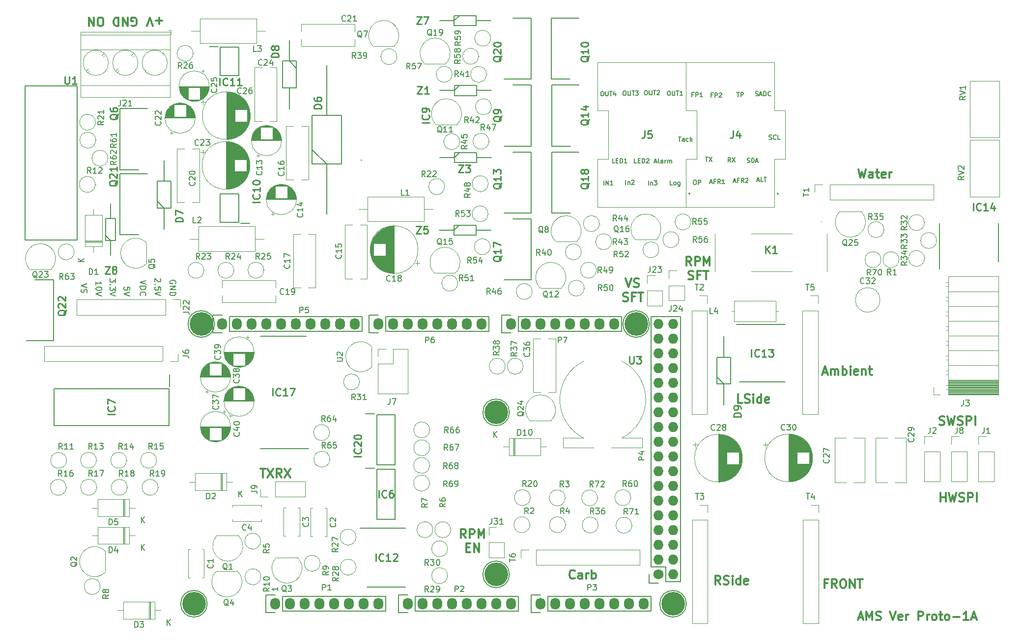
<source format=gbr>
%TF.GenerationSoftware,KiCad,Pcbnew,(6.0.0)*%
%TF.CreationDate,2022-07-17T07:01:51-07:00*%
%TF.ProjectId,AMS-Mega2560-Base,414d532d-4d65-4676-9132-3536302d4261,rev?*%
%TF.SameCoordinates,Original*%
%TF.FileFunction,Legend,Top*%
%TF.FilePolarity,Positive*%
%FSLAX46Y46*%
G04 Gerber Fmt 4.6, Leading zero omitted, Abs format (unit mm)*
G04 Created by KiCad (PCBNEW (6.0.0)) date 2022-07-17 07:01:51*
%MOMM*%
%LPD*%
G01*
G04 APERTURE LIST*
%ADD10C,0.190500*%
%ADD11C,0.150000*%
%ADD12C,0.300000*%
%ADD13C,0.254000*%
%ADD14C,0.200000*%
%ADD15C,0.100000*%
%ADD16C,0.120000*%
%ADD17C,1.727200*%
%ADD18O,1.727200X1.727200*%
%ADD19O,1.727200X2.032000*%
%ADD20C,4.064000*%
G04 APERTURE END LIST*
D10*
X181484525Y-68513170D02*
X181919954Y-68513170D01*
X181702240Y-69275170D02*
X181702240Y-68513170D01*
X182500525Y-69275170D02*
X182500525Y-68876027D01*
X182464240Y-68803456D01*
X182391668Y-68767170D01*
X182246525Y-68767170D01*
X182173954Y-68803456D01*
X182500525Y-69238884D02*
X182427954Y-69275170D01*
X182246525Y-69275170D01*
X182173954Y-69238884D01*
X182137668Y-69166313D01*
X182137668Y-69093741D01*
X182173954Y-69021170D01*
X182246525Y-68984884D01*
X182427954Y-68984884D01*
X182500525Y-68948598D01*
X183189954Y-69238884D02*
X183117382Y-69275170D01*
X182972240Y-69275170D01*
X182899668Y-69238884D01*
X182863382Y-69202598D01*
X182827097Y-69130027D01*
X182827097Y-68912313D01*
X182863382Y-68839741D01*
X182899668Y-68803456D01*
X182972240Y-68767170D01*
X183117382Y-68767170D01*
X183189954Y-68803456D01*
X183516525Y-69275170D02*
X183516525Y-68513170D01*
X183843097Y-69275170D02*
X183843097Y-68876027D01*
X183806811Y-68803456D01*
X183734240Y-68767170D01*
X183625382Y-68767170D01*
X183552811Y-68803456D01*
X183516525Y-68839741D01*
X172417049Y-76733482D02*
X172417049Y-75971482D01*
X172779906Y-76225482D02*
X172779906Y-76733482D01*
X172779906Y-76298053D02*
X172816192Y-76261768D01*
X172888763Y-76225482D01*
X172997621Y-76225482D01*
X173070192Y-76261768D01*
X173106478Y-76334339D01*
X173106478Y-76733482D01*
X173433049Y-76044053D02*
X173469335Y-76007768D01*
X173541906Y-75971482D01*
X173723335Y-75971482D01*
X173795906Y-76007768D01*
X173832192Y-76044053D01*
X173868478Y-76116625D01*
X173868478Y-76189196D01*
X173832192Y-76298053D01*
X173396763Y-76733482D01*
X173868478Y-76733482D01*
D11*
X81139175Y-94044896D02*
X81139175Y-93473467D01*
X81139175Y-93759182D02*
X82139175Y-93759182D01*
X81996317Y-93663944D01*
X81901079Y-93568705D01*
X81853460Y-93473467D01*
X82139175Y-94663944D02*
X82139175Y-94759182D01*
X82091556Y-94854420D01*
X82043936Y-94902039D01*
X81948698Y-94949658D01*
X81758222Y-94997277D01*
X81520127Y-94997277D01*
X81329651Y-94949658D01*
X81234413Y-94902039D01*
X81186794Y-94854420D01*
X81139175Y-94759182D01*
X81139175Y-94663944D01*
X81186794Y-94568705D01*
X81234413Y-94521086D01*
X81329651Y-94473467D01*
X81520127Y-94425848D01*
X81758222Y-94425848D01*
X81948698Y-94473467D01*
X82043936Y-94521086D01*
X82091556Y-94568705D01*
X82139175Y-94663944D01*
X82139175Y-95282991D02*
X81139175Y-95616324D01*
X82139175Y-95949658D01*
D10*
X180480163Y-76794491D02*
X180117306Y-76794491D01*
X180117306Y-76032491D01*
X180843020Y-76794491D02*
X180770449Y-76758205D01*
X180734163Y-76721919D01*
X180697877Y-76649348D01*
X180697877Y-76431634D01*
X180734163Y-76359062D01*
X180770449Y-76322777D01*
X180843020Y-76286491D01*
X180951877Y-76286491D01*
X181024449Y-76322777D01*
X181060735Y-76359062D01*
X181097020Y-76431634D01*
X181097020Y-76649348D01*
X181060735Y-76721919D01*
X181024449Y-76758205D01*
X180951877Y-76794491D01*
X180843020Y-76794491D01*
X181750163Y-76286491D02*
X181750163Y-76903348D01*
X181713877Y-76975919D01*
X181677592Y-77012205D01*
X181605020Y-77048491D01*
X181496163Y-77048491D01*
X181423592Y-77012205D01*
X181750163Y-76758205D02*
X181677592Y-76794491D01*
X181532449Y-76794491D01*
X181459877Y-76758205D01*
X181423592Y-76721919D01*
X181387306Y-76649348D01*
X181387306Y-76431634D01*
X181423592Y-76359062D01*
X181459877Y-76322777D01*
X181532449Y-76286491D01*
X181677592Y-76286491D01*
X181750163Y-76322777D01*
D12*
X226500794Y-118119919D02*
X226715079Y-118191348D01*
X227072222Y-118191348D01*
X227215079Y-118119919D01*
X227286508Y-118048491D01*
X227357937Y-117905634D01*
X227357937Y-117762777D01*
X227286508Y-117619919D01*
X227215079Y-117548491D01*
X227072222Y-117477062D01*
X226786508Y-117405634D01*
X226643651Y-117334205D01*
X226572222Y-117262777D01*
X226500794Y-117119919D01*
X226500794Y-116977062D01*
X226572222Y-116834205D01*
X226643651Y-116762777D01*
X226786508Y-116691348D01*
X227143651Y-116691348D01*
X227357937Y-116762777D01*
X227857937Y-116691348D02*
X228215079Y-118191348D01*
X228500794Y-117119919D01*
X228786508Y-118191348D01*
X229143651Y-116691348D01*
X229643651Y-118119919D02*
X229857937Y-118191348D01*
X230215079Y-118191348D01*
X230357937Y-118119919D01*
X230429365Y-118048491D01*
X230500794Y-117905634D01*
X230500794Y-117762777D01*
X230429365Y-117619919D01*
X230357937Y-117548491D01*
X230215079Y-117477062D01*
X229929365Y-117405634D01*
X229786508Y-117334205D01*
X229715079Y-117262777D01*
X229643651Y-117119919D01*
X229643651Y-116977062D01*
X229715079Y-116834205D01*
X229786508Y-116762777D01*
X229929365Y-116691348D01*
X230286508Y-116691348D01*
X230500794Y-116762777D01*
X231143651Y-118191348D02*
X231143651Y-116691348D01*
X231715079Y-116691348D01*
X231857937Y-116762777D01*
X231929365Y-116834205D01*
X232000794Y-116977062D01*
X232000794Y-117191348D01*
X231929365Y-117334205D01*
X231857937Y-117405634D01*
X231715079Y-117477062D01*
X231143651Y-117477062D01*
X232643651Y-118191348D02*
X232643651Y-116691348D01*
X82061426Y-49418670D02*
X81775712Y-49418670D01*
X81632855Y-49347242D01*
X81489997Y-49204384D01*
X81418569Y-48918670D01*
X81418569Y-48418670D01*
X81489997Y-48132956D01*
X81632855Y-47990099D01*
X81775712Y-47918670D01*
X82061426Y-47918670D01*
X82204283Y-47990099D01*
X82347140Y-48132956D01*
X82418569Y-48418670D01*
X82418569Y-48918670D01*
X82347140Y-49204384D01*
X82204283Y-49347242D01*
X82061426Y-49418670D01*
X80775712Y-47918670D02*
X80775712Y-49418670D01*
X79918569Y-47918670D01*
X79918569Y-49418670D01*
D10*
X186147714Y-72033873D02*
X186583143Y-72033873D01*
X186365428Y-72795873D02*
X186365428Y-72033873D01*
X186764571Y-72033873D02*
X187272571Y-72795873D01*
X187272571Y-72033873D02*
X186764571Y-72795873D01*
D12*
X226685008Y-131426414D02*
X226685008Y-129926414D01*
X226685008Y-130640700D02*
X227542151Y-130640700D01*
X227542151Y-131426414D02*
X227542151Y-129926414D01*
X228113579Y-129926414D02*
X228470722Y-131426414D01*
X228756436Y-130354985D01*
X229042151Y-131426414D01*
X229399293Y-129926414D01*
X229899293Y-131354985D02*
X230113579Y-131426414D01*
X230470722Y-131426414D01*
X230613579Y-131354985D01*
X230685008Y-131283557D01*
X230756436Y-131140700D01*
X230756436Y-130997843D01*
X230685008Y-130854985D01*
X230613579Y-130783557D01*
X230470722Y-130712128D01*
X230185008Y-130640700D01*
X230042151Y-130569271D01*
X229970722Y-130497843D01*
X229899293Y-130354985D01*
X229899293Y-130212128D01*
X229970722Y-130069271D01*
X230042151Y-129997843D01*
X230185008Y-129926414D01*
X230542151Y-129926414D01*
X230756436Y-129997843D01*
X231399293Y-131426414D02*
X231399293Y-129926414D01*
X231970722Y-129926414D01*
X232113579Y-129997843D01*
X232185008Y-130069271D01*
X232256436Y-130212128D01*
X232256436Y-130426414D01*
X232185008Y-130569271D01*
X232113579Y-130640700D01*
X231970722Y-130712128D01*
X231399293Y-130712128D01*
X232899293Y-131426414D02*
X232899293Y-129926414D01*
X163629817Y-144615340D02*
X163558388Y-144686768D01*
X163344102Y-144758197D01*
X163201245Y-144758197D01*
X162986960Y-144686768D01*
X162844102Y-144543911D01*
X162772674Y-144401054D01*
X162701245Y-144115340D01*
X162701245Y-143901054D01*
X162772674Y-143615340D01*
X162844102Y-143472483D01*
X162986960Y-143329626D01*
X163201245Y-143258197D01*
X163344102Y-143258197D01*
X163558388Y-143329626D01*
X163629817Y-143401054D01*
X164915531Y-144758197D02*
X164915531Y-143972483D01*
X164844102Y-143829626D01*
X164701245Y-143758197D01*
X164415531Y-143758197D01*
X164272674Y-143829626D01*
X164915531Y-144686768D02*
X164772674Y-144758197D01*
X164415531Y-144758197D01*
X164272674Y-144686768D01*
X164201245Y-144543911D01*
X164201245Y-144401054D01*
X164272674Y-144258197D01*
X164415531Y-144186768D01*
X164772674Y-144186768D01*
X164915531Y-144115340D01*
X165629817Y-144758197D02*
X165629817Y-143758197D01*
X165629817Y-144043911D02*
X165701245Y-143901054D01*
X165772674Y-143829626D01*
X165915531Y-143758197D01*
X166058388Y-143758197D01*
X166558388Y-144758197D02*
X166558388Y-143258197D01*
X166558388Y-143829626D02*
X166701245Y-143758197D01*
X166986960Y-143758197D01*
X167129817Y-143829626D01*
X167201245Y-143901054D01*
X167272674Y-144043911D01*
X167272674Y-144472483D01*
X167201245Y-144615340D01*
X167129817Y-144686768D01*
X166986960Y-144758197D01*
X166701245Y-144758197D01*
X166558388Y-144686768D01*
X212542987Y-151454450D02*
X213257272Y-151454450D01*
X212400130Y-151883021D02*
X212900130Y-150383021D01*
X213400130Y-151883021D01*
X213900130Y-151883021D02*
X213900130Y-150383021D01*
X214400130Y-151454450D01*
X214900130Y-150383021D01*
X214900130Y-151883021D01*
X215542987Y-151811592D02*
X215757272Y-151883021D01*
X216114415Y-151883021D01*
X216257272Y-151811592D01*
X216328701Y-151740164D01*
X216400130Y-151597307D01*
X216400130Y-151454450D01*
X216328701Y-151311592D01*
X216257272Y-151240164D01*
X216114415Y-151168735D01*
X215828701Y-151097307D01*
X215685844Y-151025878D01*
X215614415Y-150954450D01*
X215542987Y-150811592D01*
X215542987Y-150668735D01*
X215614415Y-150525878D01*
X215685844Y-150454450D01*
X215828701Y-150383021D01*
X216185844Y-150383021D01*
X216400130Y-150454450D01*
X217971558Y-150383021D02*
X218471558Y-151883021D01*
X218971558Y-150383021D01*
X220042987Y-151811592D02*
X219900130Y-151883021D01*
X219614415Y-151883021D01*
X219471558Y-151811592D01*
X219400130Y-151668735D01*
X219400130Y-151097307D01*
X219471558Y-150954450D01*
X219614415Y-150883021D01*
X219900130Y-150883021D01*
X220042987Y-150954450D01*
X220114415Y-151097307D01*
X220114415Y-151240164D01*
X219400130Y-151383021D01*
X220757272Y-151883021D02*
X220757272Y-150883021D01*
X220757272Y-151168735D02*
X220828701Y-151025878D01*
X220900130Y-150954450D01*
X221042987Y-150883021D01*
X221185844Y-150883021D01*
X222828701Y-151883021D02*
X222828701Y-150383021D01*
X223400130Y-150383021D01*
X223542987Y-150454450D01*
X223614415Y-150525878D01*
X223685844Y-150668735D01*
X223685844Y-150883021D01*
X223614415Y-151025878D01*
X223542987Y-151097307D01*
X223400130Y-151168735D01*
X222828701Y-151168735D01*
X224328701Y-151883021D02*
X224328701Y-150883021D01*
X224328701Y-151168735D02*
X224400130Y-151025878D01*
X224471558Y-150954450D01*
X224614415Y-150883021D01*
X224757272Y-150883021D01*
X225471558Y-151883021D02*
X225328701Y-151811592D01*
X225257272Y-151740164D01*
X225185844Y-151597307D01*
X225185844Y-151168735D01*
X225257272Y-151025878D01*
X225328701Y-150954450D01*
X225471558Y-150883021D01*
X225685844Y-150883021D01*
X225828701Y-150954450D01*
X225900130Y-151025878D01*
X225971558Y-151168735D01*
X225971558Y-151597307D01*
X225900130Y-151740164D01*
X225828701Y-151811592D01*
X225685844Y-151883021D01*
X225471558Y-151883021D01*
X226400130Y-150883021D02*
X226971558Y-150883021D01*
X226614415Y-150383021D02*
X226614415Y-151668735D01*
X226685844Y-151811592D01*
X226828701Y-151883021D01*
X226971558Y-151883021D01*
X227685844Y-151883021D02*
X227542987Y-151811592D01*
X227471558Y-151740164D01*
X227400130Y-151597307D01*
X227400130Y-151168735D01*
X227471558Y-151025878D01*
X227542987Y-150954450D01*
X227685844Y-150883021D01*
X227900130Y-150883021D01*
X228042987Y-150954450D01*
X228114415Y-151025878D01*
X228185844Y-151168735D01*
X228185844Y-151597307D01*
X228114415Y-151740164D01*
X228042987Y-151811592D01*
X227900130Y-151883021D01*
X227685844Y-151883021D01*
X228828701Y-151311592D02*
X229971558Y-151311592D01*
X231471558Y-151883021D02*
X230614415Y-151883021D01*
X231042987Y-151883021D02*
X231042987Y-150383021D01*
X230900130Y-150597307D01*
X230757272Y-150740164D01*
X230614415Y-150811592D01*
X232042987Y-151454450D02*
X232757272Y-151454450D01*
X231900130Y-151883021D02*
X232400130Y-150383021D01*
X232900130Y-151883021D01*
X192489814Y-114437872D02*
X191775528Y-114437872D01*
X191775528Y-112937872D01*
X192918386Y-114366443D02*
X193132671Y-114437872D01*
X193489814Y-114437872D01*
X193632671Y-114366443D01*
X193704100Y-114295015D01*
X193775528Y-114152158D01*
X193775528Y-114009301D01*
X193704100Y-113866443D01*
X193632671Y-113795015D01*
X193489814Y-113723586D01*
X193204100Y-113652158D01*
X193061243Y-113580729D01*
X192989814Y-113509301D01*
X192918386Y-113366443D01*
X192918386Y-113223586D01*
X192989814Y-113080729D01*
X193061243Y-113009301D01*
X193204100Y-112937872D01*
X193561243Y-112937872D01*
X193775528Y-113009301D01*
X194418386Y-114437872D02*
X194418386Y-113437872D01*
X194418386Y-112937872D02*
X194346957Y-113009301D01*
X194418386Y-113080729D01*
X194489814Y-113009301D01*
X194418386Y-112937872D01*
X194418386Y-113080729D01*
X195775528Y-114437872D02*
X195775528Y-112937872D01*
X195775528Y-114366443D02*
X195632671Y-114437872D01*
X195346957Y-114437872D01*
X195204100Y-114366443D01*
X195132671Y-114295015D01*
X195061243Y-114152158D01*
X195061243Y-113723586D01*
X195132671Y-113580729D01*
X195204100Y-113509301D01*
X195346957Y-113437872D01*
X195632671Y-113437872D01*
X195775528Y-113509301D01*
X197061243Y-114366443D02*
X196918386Y-114437872D01*
X196632671Y-114437872D01*
X196489814Y-114366443D01*
X196418386Y-114223586D01*
X196418386Y-113652158D01*
X196489814Y-113509301D01*
X196632671Y-113437872D01*
X196918386Y-113437872D01*
X197061243Y-113509301D01*
X197132671Y-113652158D01*
X197132671Y-113795015D01*
X196418386Y-113937872D01*
X87312162Y-49347242D02*
X87455019Y-49418670D01*
X87669305Y-49418670D01*
X87883590Y-49347242D01*
X88026447Y-49204384D01*
X88097876Y-49061527D01*
X88169305Y-48775813D01*
X88169305Y-48561527D01*
X88097876Y-48275813D01*
X88026447Y-48132956D01*
X87883590Y-47990099D01*
X87669305Y-47918670D01*
X87526447Y-47918670D01*
X87312162Y-47990099D01*
X87240733Y-48061527D01*
X87240733Y-48561527D01*
X87526447Y-48561527D01*
X86597876Y-47918670D02*
X86597876Y-49418670D01*
X85740733Y-47918670D01*
X85740733Y-49418670D01*
X85026447Y-47918670D02*
X85026447Y-49418670D01*
X84669305Y-49418670D01*
X84455019Y-49347242D01*
X84312162Y-49204384D01*
X84240733Y-49061527D01*
X84169305Y-48775813D01*
X84169305Y-48561527D01*
X84240733Y-48275813D01*
X84312162Y-48132956D01*
X84455019Y-47990099D01*
X84669305Y-47918670D01*
X85026447Y-47918670D01*
X183723859Y-90702492D02*
X183223859Y-89988206D01*
X182866717Y-90702492D02*
X182866717Y-89202492D01*
X183438145Y-89202492D01*
X183581002Y-89273921D01*
X183652431Y-89345349D01*
X183723859Y-89488206D01*
X183723859Y-89702492D01*
X183652431Y-89845349D01*
X183581002Y-89916778D01*
X183438145Y-89988206D01*
X182866717Y-89988206D01*
X184366717Y-90702492D02*
X184366717Y-89202492D01*
X184938145Y-89202492D01*
X185081002Y-89273921D01*
X185152431Y-89345349D01*
X185223859Y-89488206D01*
X185223859Y-89702492D01*
X185152431Y-89845349D01*
X185081002Y-89916778D01*
X184938145Y-89988206D01*
X184366717Y-89988206D01*
X185866717Y-90702492D02*
X185866717Y-89202492D01*
X186366717Y-90273921D01*
X186866717Y-89202492D01*
X186866717Y-90702492D01*
X183223859Y-93046063D02*
X183438145Y-93117492D01*
X183795288Y-93117492D01*
X183938145Y-93046063D01*
X184009574Y-92974635D01*
X184081002Y-92831778D01*
X184081002Y-92688921D01*
X184009574Y-92546063D01*
X183938145Y-92474635D01*
X183795288Y-92403206D01*
X183509574Y-92331778D01*
X183366717Y-92260349D01*
X183295288Y-92188921D01*
X183223859Y-92046063D01*
X183223859Y-91903206D01*
X183295288Y-91760349D01*
X183366717Y-91688921D01*
X183509574Y-91617492D01*
X183866717Y-91617492D01*
X184081002Y-91688921D01*
X185223859Y-92331778D02*
X184723859Y-92331778D01*
X184723859Y-93117492D02*
X184723859Y-91617492D01*
X185438145Y-91617492D01*
X185795288Y-91617492D02*
X186652431Y-91617492D01*
X186223859Y-93117492D02*
X186223859Y-91617492D01*
D10*
X197138257Y-68916039D02*
X197247114Y-68952325D01*
X197428542Y-68952325D01*
X197501114Y-68916039D01*
X197537400Y-68879753D01*
X197573685Y-68807182D01*
X197573685Y-68734611D01*
X197537400Y-68662039D01*
X197501114Y-68625753D01*
X197428542Y-68589468D01*
X197283400Y-68553182D01*
X197210828Y-68516896D01*
X197174542Y-68480611D01*
X197138257Y-68408039D01*
X197138257Y-68335468D01*
X197174542Y-68262896D01*
X197210828Y-68226611D01*
X197283400Y-68190325D01*
X197464828Y-68190325D01*
X197573685Y-68226611D01*
X198335685Y-68879753D02*
X198299400Y-68916039D01*
X198190542Y-68952325D01*
X198117971Y-68952325D01*
X198009114Y-68916039D01*
X197936542Y-68843468D01*
X197900257Y-68770896D01*
X197863971Y-68625753D01*
X197863971Y-68516896D01*
X197900257Y-68371753D01*
X197936542Y-68299182D01*
X198009114Y-68226611D01*
X198117971Y-68190325D01*
X198190542Y-68190325D01*
X198299400Y-68226611D01*
X198335685Y-68262896D01*
X199025114Y-68952325D02*
X198662257Y-68952325D01*
X198662257Y-68190325D01*
D12*
X172415691Y-92948932D02*
X172915691Y-94448932D01*
X173415691Y-92948932D01*
X173844262Y-94377503D02*
X174058548Y-94448932D01*
X174415691Y-94448932D01*
X174558548Y-94377503D01*
X174629977Y-94306075D01*
X174701405Y-94163218D01*
X174701405Y-94020361D01*
X174629977Y-93877503D01*
X174558548Y-93806075D01*
X174415691Y-93734646D01*
X174129977Y-93663218D01*
X173987119Y-93591789D01*
X173915691Y-93520361D01*
X173844262Y-93377503D01*
X173844262Y-93234646D01*
X173915691Y-93091789D01*
X173987119Y-93020361D01*
X174129977Y-92948932D01*
X174487119Y-92948932D01*
X174701405Y-93020361D01*
X171987119Y-96792503D02*
X172201405Y-96863932D01*
X172558548Y-96863932D01*
X172701405Y-96792503D01*
X172772834Y-96721075D01*
X172844262Y-96578218D01*
X172844262Y-96435361D01*
X172772834Y-96292503D01*
X172701405Y-96221075D01*
X172558548Y-96149646D01*
X172272834Y-96078218D01*
X172129977Y-96006789D01*
X172058548Y-95935361D01*
X171987119Y-95792503D01*
X171987119Y-95649646D01*
X172058548Y-95506789D01*
X172129977Y-95435361D01*
X172272834Y-95363932D01*
X172629977Y-95363932D01*
X172844262Y-95435361D01*
X173987119Y-96078218D02*
X173487119Y-96078218D01*
X173487119Y-96863932D02*
X173487119Y-95363932D01*
X174201405Y-95363932D01*
X174558548Y-95363932D02*
X175415691Y-95363932D01*
X174987119Y-96863932D02*
X174987119Y-95363932D01*
X207166181Y-145531921D02*
X206666181Y-145531921D01*
X206666181Y-146317635D02*
X206666181Y-144817635D01*
X207380467Y-144817635D01*
X208809038Y-146317635D02*
X208309038Y-145603349D01*
X207951895Y-146317635D02*
X207951895Y-144817635D01*
X208523324Y-144817635D01*
X208666181Y-144889064D01*
X208737610Y-144960492D01*
X208809038Y-145103349D01*
X208809038Y-145317635D01*
X208737610Y-145460492D01*
X208666181Y-145531921D01*
X208523324Y-145603349D01*
X207951895Y-145603349D01*
X209737610Y-144817635D02*
X210023324Y-144817635D01*
X210166181Y-144889064D01*
X210309038Y-145031921D01*
X210380467Y-145317635D01*
X210380467Y-145817635D01*
X210309038Y-146103349D01*
X210166181Y-146246206D01*
X210023324Y-146317635D01*
X209737610Y-146317635D01*
X209594753Y-146246206D01*
X209451895Y-146103349D01*
X209380467Y-145817635D01*
X209380467Y-145317635D01*
X209451895Y-145031921D01*
X209594753Y-144889064D01*
X209737610Y-144817635D01*
X211023324Y-146317635D02*
X211023324Y-144817635D01*
X211880467Y-146317635D01*
X211880467Y-144817635D01*
X212380467Y-144817635D02*
X213237610Y-144817635D01*
X212809038Y-146317635D02*
X212809038Y-144817635D01*
D10*
X195038440Y-76055655D02*
X195401297Y-76055655D01*
X194965868Y-76273369D02*
X195219868Y-75511369D01*
X195473868Y-76273369D01*
X196090725Y-76273369D02*
X195727868Y-76273369D01*
X195727868Y-75511369D01*
X196235868Y-75511369D02*
X196671297Y-75511369D01*
X196453583Y-76273369D02*
X196453583Y-75511369D01*
X172137034Y-60612543D02*
X172282177Y-60612543D01*
X172354749Y-60648829D01*
X172427320Y-60721400D01*
X172463606Y-60866543D01*
X172463606Y-61120543D01*
X172427320Y-61265686D01*
X172354749Y-61338257D01*
X172282177Y-61374543D01*
X172137034Y-61374543D01*
X172064463Y-61338257D01*
X171991892Y-61265686D01*
X171955606Y-61120543D01*
X171955606Y-60866543D01*
X171991892Y-60721400D01*
X172064463Y-60648829D01*
X172137034Y-60612543D01*
X172790177Y-60612543D02*
X172790177Y-61229400D01*
X172826463Y-61301971D01*
X172862749Y-61338257D01*
X172935320Y-61374543D01*
X173080463Y-61374543D01*
X173153034Y-61338257D01*
X173189320Y-61301971D01*
X173225606Y-61229400D01*
X173225606Y-60612543D01*
X173479606Y-60612543D02*
X173915034Y-60612543D01*
X173697320Y-61374543D02*
X173697320Y-60612543D01*
X174096463Y-60612543D02*
X174568177Y-60612543D01*
X174314177Y-60902829D01*
X174423034Y-60902829D01*
X174495606Y-60939114D01*
X174531892Y-60975400D01*
X174568177Y-61047971D01*
X174568177Y-61229400D01*
X174531892Y-61301971D01*
X174495606Y-61338257D01*
X174423034Y-61374543D01*
X174205320Y-61374543D01*
X174132749Y-61338257D01*
X174096463Y-61301971D01*
X176321606Y-76794491D02*
X176321606Y-76032491D01*
X176684463Y-76286491D02*
X176684463Y-76794491D01*
X176684463Y-76359062D02*
X176720749Y-76322777D01*
X176793320Y-76286491D01*
X176902178Y-76286491D01*
X176974749Y-76322777D01*
X177011035Y-76395348D01*
X177011035Y-76794491D01*
X177301320Y-76032491D02*
X177773035Y-76032491D01*
X177519035Y-76322777D01*
X177627892Y-76322777D01*
X177700463Y-76359062D01*
X177736749Y-76395348D01*
X177773035Y-76467919D01*
X177773035Y-76649348D01*
X177736749Y-76721919D01*
X177700463Y-76758205D01*
X177627892Y-76794491D01*
X177410178Y-76794491D01*
X177337606Y-76758205D01*
X177301320Y-76721919D01*
X190997716Y-76177672D02*
X191360574Y-76177672D01*
X190925145Y-76395386D02*
X191179145Y-75633386D01*
X191433145Y-76395386D01*
X191941145Y-75996243D02*
X191687145Y-75996243D01*
X191687145Y-76395386D02*
X191687145Y-75633386D01*
X192050002Y-75633386D01*
X192775716Y-76395386D02*
X192521716Y-76032529D01*
X192340288Y-76395386D02*
X192340288Y-75633386D01*
X192630574Y-75633386D01*
X192703145Y-75669672D01*
X192739431Y-75705957D01*
X192775716Y-75778529D01*
X192775716Y-75887386D01*
X192739431Y-75959957D01*
X192703145Y-75996243D01*
X192630574Y-76032529D01*
X192340288Y-76032529D01*
X193066002Y-75705957D02*
X193102288Y-75669672D01*
X193174859Y-75633386D01*
X193356288Y-75633386D01*
X193428859Y-75669672D01*
X193465145Y-75705957D01*
X193501431Y-75778529D01*
X193501431Y-75851100D01*
X193465145Y-75959957D01*
X193029716Y-76395386D01*
X193501431Y-76395386D01*
X174300446Y-73027205D02*
X173937589Y-73027205D01*
X173937589Y-72265205D01*
X174554446Y-72628062D02*
X174808446Y-72628062D01*
X174917303Y-73027205D02*
X174554446Y-73027205D01*
X174554446Y-72265205D01*
X174917303Y-72265205D01*
X175243875Y-73027205D02*
X175243875Y-72265205D01*
X175425303Y-72265205D01*
X175534161Y-72301491D01*
X175606732Y-72374062D01*
X175643018Y-72446633D01*
X175679303Y-72591776D01*
X175679303Y-72700633D01*
X175643018Y-72845776D01*
X175606732Y-72918348D01*
X175534161Y-72990919D01*
X175425303Y-73027205D01*
X175243875Y-73027205D01*
X175969589Y-72337776D02*
X176005875Y-72301491D01*
X176078446Y-72265205D01*
X176259875Y-72265205D01*
X176332446Y-72301491D01*
X176368732Y-72337776D01*
X176405018Y-72410348D01*
X176405018Y-72482919D01*
X176368732Y-72591776D01*
X175933303Y-73027205D01*
X176405018Y-73027205D01*
X168641091Y-76794491D02*
X168641091Y-76032491D01*
X169003948Y-76794491D02*
X169003948Y-76032491D01*
X169439376Y-76794491D01*
X169439376Y-76032491D01*
X170201376Y-76794491D02*
X169765948Y-76794491D01*
X169983662Y-76794491D02*
X169983662Y-76032491D01*
X169911091Y-76141348D01*
X169838519Y-76213919D01*
X169765948Y-76250205D01*
X168293486Y-60673552D02*
X168438629Y-60673552D01*
X168511201Y-60709838D01*
X168583772Y-60782409D01*
X168620058Y-60927552D01*
X168620058Y-61181552D01*
X168583772Y-61326695D01*
X168511201Y-61399266D01*
X168438629Y-61435552D01*
X168293486Y-61435552D01*
X168220915Y-61399266D01*
X168148344Y-61326695D01*
X168112058Y-61181552D01*
X168112058Y-60927552D01*
X168148344Y-60782409D01*
X168220915Y-60709838D01*
X168293486Y-60673552D01*
X168946629Y-60673552D02*
X168946629Y-61290409D01*
X168982915Y-61362980D01*
X169019201Y-61399266D01*
X169091772Y-61435552D01*
X169236915Y-61435552D01*
X169309486Y-61399266D01*
X169345772Y-61362980D01*
X169382058Y-61290409D01*
X169382058Y-60673552D01*
X169636058Y-60673552D02*
X170071486Y-60673552D01*
X169853772Y-61435552D02*
X169853772Y-60673552D01*
X170652058Y-60927552D02*
X170652058Y-61435552D01*
X170470629Y-60637266D02*
X170289201Y-61181552D01*
X170760915Y-61181552D01*
X193337575Y-72912109D02*
X193446432Y-72948395D01*
X193627861Y-72948395D01*
X193700432Y-72912109D01*
X193736718Y-72875823D01*
X193773003Y-72803252D01*
X193773003Y-72730681D01*
X193736718Y-72658109D01*
X193700432Y-72621823D01*
X193627861Y-72585538D01*
X193482718Y-72549252D01*
X193410146Y-72512966D01*
X193373861Y-72476681D01*
X193337575Y-72404109D01*
X193337575Y-72331538D01*
X193373861Y-72258966D01*
X193410146Y-72222681D01*
X193482718Y-72186395D01*
X193664146Y-72186395D01*
X193773003Y-72222681D01*
X194099575Y-72948395D02*
X194099575Y-72186395D01*
X194281003Y-72186395D01*
X194389861Y-72222681D01*
X194462432Y-72295252D01*
X194498718Y-72367823D01*
X194535003Y-72512966D01*
X194535003Y-72621823D01*
X194498718Y-72766966D01*
X194462432Y-72839538D01*
X194389861Y-72912109D01*
X194281003Y-72948395D01*
X194099575Y-72948395D01*
X194825289Y-72730681D02*
X195188146Y-72730681D01*
X194752718Y-72948395D02*
X195006718Y-72186395D01*
X195260718Y-72948395D01*
D11*
X94825105Y-93810211D02*
X94872724Y-93714973D01*
X94872724Y-93572116D01*
X94825105Y-93429258D01*
X94729866Y-93334020D01*
X94634628Y-93286401D01*
X94444152Y-93238782D01*
X94301295Y-93238782D01*
X94110819Y-93286401D01*
X94015581Y-93334020D01*
X93920343Y-93429258D01*
X93872724Y-93572116D01*
X93872724Y-93667354D01*
X93920343Y-93810211D01*
X93967962Y-93857830D01*
X94301295Y-93857830D01*
X94301295Y-93667354D01*
X93872724Y-94286401D02*
X94872724Y-94286401D01*
X93872724Y-94857830D01*
X94872724Y-94857830D01*
X93872724Y-95334020D02*
X94872724Y-95334020D01*
X94872724Y-95572116D01*
X94825105Y-95714973D01*
X94729866Y-95810211D01*
X94634628Y-95857830D01*
X94444152Y-95905449D01*
X94301295Y-95905449D01*
X94110819Y-95857830D01*
X94015581Y-95810211D01*
X93920343Y-95714973D01*
X93872724Y-95572116D01*
X93872724Y-95334020D01*
D10*
X184261427Y-75968934D02*
X184406570Y-75968934D01*
X184479141Y-76005220D01*
X184551713Y-76077791D01*
X184587999Y-76222934D01*
X184587999Y-76476934D01*
X184551713Y-76622077D01*
X184479141Y-76694648D01*
X184406570Y-76730934D01*
X184261427Y-76730934D01*
X184188856Y-76694648D01*
X184116284Y-76622077D01*
X184079999Y-76476934D01*
X184079999Y-76222934D01*
X184116284Y-76077791D01*
X184188856Y-76005220D01*
X184261427Y-75968934D01*
X184914570Y-76730934D02*
X184914570Y-75968934D01*
X185204856Y-75968934D01*
X185277427Y-76005220D01*
X185313713Y-76041505D01*
X185349999Y-76114077D01*
X185349999Y-76222934D01*
X185313713Y-76295505D01*
X185277427Y-76331791D01*
X185204856Y-76368077D01*
X184914570Y-76368077D01*
D12*
X109434344Y-125793321D02*
X110291487Y-125793321D01*
X109862916Y-127293321D02*
X109862916Y-125793321D01*
X110648630Y-125793321D02*
X111648630Y-127293321D01*
X111648630Y-125793321D02*
X110648630Y-127293321D01*
X113148250Y-127253363D02*
X112648250Y-126539077D01*
X112291107Y-127253363D02*
X112291107Y-125753363D01*
X112862535Y-125753363D01*
X113005392Y-125824792D01*
X113076821Y-125896220D01*
X113148250Y-126039077D01*
X113148250Y-126253363D01*
X113076821Y-126396220D01*
X113005392Y-126467649D01*
X112862535Y-126539077D01*
X112291107Y-126539077D01*
X113648250Y-125753363D02*
X114648250Y-127253363D01*
X114648250Y-125753363D02*
X113648250Y-127253363D01*
D11*
X86975475Y-94932610D02*
X86975475Y-94456420D01*
X86499284Y-94408801D01*
X86546903Y-94456420D01*
X86594522Y-94551658D01*
X86594522Y-94789753D01*
X86546903Y-94884991D01*
X86499284Y-94932610D01*
X86404046Y-94980229D01*
X86165951Y-94980229D01*
X86070713Y-94932610D01*
X86023094Y-94884991D01*
X85975475Y-94789753D01*
X85975475Y-94551658D01*
X86023094Y-94456420D01*
X86070713Y-94408801D01*
X86975475Y-95265944D02*
X85975475Y-95599277D01*
X86975475Y-95932610D01*
X92206288Y-92959887D02*
X92253908Y-93007506D01*
X92301527Y-93102744D01*
X92301527Y-93340839D01*
X92253908Y-93436078D01*
X92206288Y-93483697D01*
X92111050Y-93531316D01*
X92015812Y-93531316D01*
X91872955Y-93483697D01*
X91301527Y-92912268D01*
X91301527Y-93531316D01*
X91396765Y-93959887D02*
X91349146Y-94007506D01*
X91301527Y-93959887D01*
X91349146Y-93912268D01*
X91396765Y-93959887D01*
X91301527Y-93959887D01*
X92301527Y-94912268D02*
X92301527Y-94436078D01*
X91825336Y-94388459D01*
X91872955Y-94436078D01*
X91920574Y-94531316D01*
X91920574Y-94769411D01*
X91872955Y-94864649D01*
X91825336Y-94912268D01*
X91730098Y-94959887D01*
X91492003Y-94959887D01*
X91396765Y-94912268D01*
X91349146Y-94864649D01*
X91301527Y-94769411D01*
X91301527Y-94531316D01*
X91349146Y-94436078D01*
X91396765Y-94388459D01*
X92301527Y-95245601D02*
X91301527Y-95578935D01*
X92301527Y-95912268D01*
X84526716Y-92942878D02*
X84526716Y-93561926D01*
X84145763Y-93228592D01*
X84145763Y-93371449D01*
X84098144Y-93466688D01*
X84050525Y-93514307D01*
X83955287Y-93561926D01*
X83717192Y-93561926D01*
X83621954Y-93514307D01*
X83574335Y-93466688D01*
X83526716Y-93371449D01*
X83526716Y-93085735D01*
X83574335Y-92990497D01*
X83621954Y-92942878D01*
X83621954Y-93990497D02*
X83574335Y-94038116D01*
X83526716Y-93990497D01*
X83574335Y-93942878D01*
X83621954Y-93990497D01*
X83526716Y-93990497D01*
X84526716Y-94371449D02*
X84526716Y-94990497D01*
X84145763Y-94657164D01*
X84145763Y-94800021D01*
X84098144Y-94895259D01*
X84050525Y-94942878D01*
X83955287Y-94990497D01*
X83717192Y-94990497D01*
X83621954Y-94942878D01*
X83574335Y-94895259D01*
X83526716Y-94800021D01*
X83526716Y-94514307D01*
X83574335Y-94419069D01*
X83621954Y-94371449D01*
X84526716Y-95276211D02*
X83526716Y-95609545D01*
X84526716Y-95942878D01*
D10*
X184083816Y-61224517D02*
X183829816Y-61224517D01*
X183829816Y-61623660D02*
X183829816Y-60861660D01*
X184192673Y-60861660D01*
X184482958Y-61623660D02*
X184482958Y-60861660D01*
X184773244Y-60861660D01*
X184845816Y-60897946D01*
X184882101Y-60934231D01*
X184918387Y-61006803D01*
X184918387Y-61115660D01*
X184882101Y-61188231D01*
X184845816Y-61224517D01*
X184773244Y-61260803D01*
X184482958Y-61260803D01*
X185644101Y-61623660D02*
X185208673Y-61623660D01*
X185426387Y-61623660D02*
X185426387Y-60861660D01*
X185353816Y-60970517D01*
X185281244Y-61043088D01*
X185208673Y-61079374D01*
D11*
X112433483Y-146226152D02*
X112433483Y-146797581D01*
X112433483Y-146511867D02*
X111433483Y-146511867D01*
X111576341Y-146607105D01*
X111671579Y-146702343D01*
X111719198Y-146797581D01*
D10*
X190475339Y-72887386D02*
X190221339Y-72524529D01*
X190039910Y-72887386D02*
X190039910Y-72125386D01*
X190330196Y-72125386D01*
X190402767Y-72161672D01*
X190439053Y-72197957D01*
X190475339Y-72270529D01*
X190475339Y-72379386D01*
X190439053Y-72451957D01*
X190402767Y-72488243D01*
X190330196Y-72524529D01*
X190039910Y-72524529D01*
X190729339Y-72125386D02*
X191237339Y-72887386D01*
X191237339Y-72125386D02*
X190729339Y-72887386D01*
D11*
X79593974Y-93841133D02*
X78593974Y-94174466D01*
X79593974Y-94507799D01*
X78641593Y-94793514D02*
X78593974Y-94936371D01*
X78593974Y-95174466D01*
X78641593Y-95269704D01*
X78689212Y-95317323D01*
X78784450Y-95364942D01*
X78879688Y-95364942D01*
X78974926Y-95317323D01*
X79022545Y-95269704D01*
X79070164Y-95174466D01*
X79117783Y-94983990D01*
X79165402Y-94888752D01*
X79213021Y-94841133D01*
X79308259Y-94793514D01*
X79403497Y-94793514D01*
X79498735Y-94841133D01*
X79546355Y-94888752D01*
X79593974Y-94983990D01*
X79593974Y-95222085D01*
X79546355Y-95364942D01*
D12*
X206422804Y-109155492D02*
X207137090Y-109155492D01*
X206279947Y-109584063D02*
X206779947Y-108084063D01*
X207279947Y-109584063D01*
X207779947Y-109584063D02*
X207779947Y-108584063D01*
X207779947Y-108726920D02*
X207851376Y-108655492D01*
X207994233Y-108584063D01*
X208208519Y-108584063D01*
X208351376Y-108655492D01*
X208422804Y-108798349D01*
X208422804Y-109584063D01*
X208422804Y-108798349D02*
X208494233Y-108655492D01*
X208637090Y-108584063D01*
X208851376Y-108584063D01*
X208994233Y-108655492D01*
X209065662Y-108798349D01*
X209065662Y-109584063D01*
X209779947Y-109584063D02*
X209779947Y-108084063D01*
X209779947Y-108655492D02*
X209922804Y-108584063D01*
X210208519Y-108584063D01*
X210351376Y-108655492D01*
X210422804Y-108726920D01*
X210494233Y-108869777D01*
X210494233Y-109298349D01*
X210422804Y-109441206D01*
X210351376Y-109512634D01*
X210208519Y-109584063D01*
X209922804Y-109584063D01*
X209779947Y-109512634D01*
X211137090Y-109584063D02*
X211137090Y-108584063D01*
X211137090Y-108084063D02*
X211065662Y-108155492D01*
X211137090Y-108226920D01*
X211208519Y-108155492D01*
X211137090Y-108084063D01*
X211137090Y-108226920D01*
X212422804Y-109512634D02*
X212279947Y-109584063D01*
X211994233Y-109584063D01*
X211851376Y-109512634D01*
X211779947Y-109369777D01*
X211779947Y-108798349D01*
X211851376Y-108655492D01*
X211994233Y-108584063D01*
X212279947Y-108584063D01*
X212422804Y-108655492D01*
X212494233Y-108798349D01*
X212494233Y-108941206D01*
X211779947Y-109084063D01*
X213137090Y-108584063D02*
X213137090Y-109584063D01*
X213137090Y-108726920D02*
X213208519Y-108655492D01*
X213351376Y-108584063D01*
X213565662Y-108584063D01*
X213708519Y-108655492D01*
X213779947Y-108798349D01*
X213779947Y-109584063D01*
X214279947Y-108584063D02*
X214851376Y-108584063D01*
X214494233Y-108084063D02*
X214494233Y-109369777D01*
X214565662Y-109512634D01*
X214708519Y-109584063D01*
X214851376Y-109584063D01*
D10*
X191553626Y-60837505D02*
X191989055Y-60837505D01*
X191771341Y-61599505D02*
X191771341Y-60837505D01*
X192243055Y-61599505D02*
X192243055Y-60837505D01*
X192533341Y-60837505D01*
X192605912Y-60873791D01*
X192642198Y-60910076D01*
X192678483Y-60982648D01*
X192678483Y-61091505D01*
X192642198Y-61164076D01*
X192605912Y-61200362D01*
X192533341Y-61236648D01*
X192243055Y-61236648D01*
D12*
X188743757Y-145722482D02*
X188243757Y-145008196D01*
X187886614Y-145722482D02*
X187886614Y-144222482D01*
X188458043Y-144222482D01*
X188600900Y-144293911D01*
X188672329Y-144365339D01*
X188743757Y-144508196D01*
X188743757Y-144722482D01*
X188672329Y-144865339D01*
X188600900Y-144936768D01*
X188458043Y-145008196D01*
X187886614Y-145008196D01*
X189315186Y-145651053D02*
X189529471Y-145722482D01*
X189886614Y-145722482D01*
X190029471Y-145651053D01*
X190100900Y-145579625D01*
X190172329Y-145436768D01*
X190172329Y-145293911D01*
X190100900Y-145151053D01*
X190029471Y-145079625D01*
X189886614Y-145008196D01*
X189600900Y-144936768D01*
X189458043Y-144865339D01*
X189386614Y-144793911D01*
X189315186Y-144651053D01*
X189315186Y-144508196D01*
X189386614Y-144365339D01*
X189458043Y-144293911D01*
X189600900Y-144222482D01*
X189958043Y-144222482D01*
X190172329Y-144293911D01*
X190815186Y-145722482D02*
X190815186Y-144722482D01*
X190815186Y-144222482D02*
X190743757Y-144293911D01*
X190815186Y-144365339D01*
X190886614Y-144293911D01*
X190815186Y-144222482D01*
X190815186Y-144365339D01*
X192172329Y-145722482D02*
X192172329Y-144222482D01*
X192172329Y-145651053D02*
X192029471Y-145722482D01*
X191743757Y-145722482D01*
X191600900Y-145651053D01*
X191529471Y-145579625D01*
X191458043Y-145436768D01*
X191458043Y-145008196D01*
X191529471Y-144865339D01*
X191600900Y-144793911D01*
X191743757Y-144722482D01*
X192029471Y-144722482D01*
X192172329Y-144793911D01*
X193458043Y-145651053D02*
X193315186Y-145722482D01*
X193029471Y-145722482D01*
X192886614Y-145651053D01*
X192815186Y-145508196D01*
X192815186Y-144936768D01*
X192886614Y-144793911D01*
X193029471Y-144722482D01*
X193315186Y-144722482D01*
X193458043Y-144793911D01*
X193529471Y-144936768D01*
X193529471Y-145079625D01*
X192815186Y-145222482D01*
X212497780Y-74093330D02*
X212854923Y-75593330D01*
X213140637Y-74521901D01*
X213426351Y-75593330D01*
X213783494Y-74093330D01*
X214997780Y-75593330D02*
X214997780Y-74807616D01*
X214926351Y-74664759D01*
X214783494Y-74593330D01*
X214497780Y-74593330D01*
X214354923Y-74664759D01*
X214997780Y-75521901D02*
X214854923Y-75593330D01*
X214497780Y-75593330D01*
X214354923Y-75521901D01*
X214283494Y-75379044D01*
X214283494Y-75236187D01*
X214354923Y-75093330D01*
X214497780Y-75021901D01*
X214854923Y-75021901D01*
X214997780Y-74950473D01*
X215497780Y-74593330D02*
X216069208Y-74593330D01*
X215712065Y-74093330D02*
X215712065Y-75379044D01*
X215783494Y-75521901D01*
X215926351Y-75593330D01*
X216069208Y-75593330D01*
X217140637Y-75521901D02*
X216997780Y-75593330D01*
X216712065Y-75593330D01*
X216569208Y-75521901D01*
X216497780Y-75379044D01*
X216497780Y-74807616D01*
X216569208Y-74664759D01*
X216712065Y-74593330D01*
X216997780Y-74593330D01*
X217140637Y-74664759D01*
X217212065Y-74807616D01*
X217212065Y-74950473D01*
X216497780Y-75093330D01*
X217854923Y-75593330D02*
X217854923Y-74593330D01*
X217854923Y-74879044D02*
X217926351Y-74736187D01*
X217997780Y-74664759D01*
X218140637Y-74593330D01*
X218283494Y-74593330D01*
D10*
X170517907Y-72996700D02*
X170155050Y-72996700D01*
X170155050Y-72234700D01*
X170771907Y-72597557D02*
X171025907Y-72597557D01*
X171134764Y-72996700D02*
X170771907Y-72996700D01*
X170771907Y-72234700D01*
X171134764Y-72234700D01*
X171461336Y-72996700D02*
X171461336Y-72234700D01*
X171642764Y-72234700D01*
X171751622Y-72270986D01*
X171824193Y-72343557D01*
X171860479Y-72416128D01*
X171896764Y-72561271D01*
X171896764Y-72670128D01*
X171860479Y-72815271D01*
X171824193Y-72887843D01*
X171751622Y-72960414D01*
X171642764Y-72996700D01*
X171461336Y-72996700D01*
X172622479Y-72996700D02*
X172187050Y-72996700D01*
X172404764Y-72996700D02*
X172404764Y-72234700D01*
X172332193Y-72343557D01*
X172259622Y-72416128D01*
X172187050Y-72452414D01*
X179793626Y-60612543D02*
X179938769Y-60612543D01*
X180011341Y-60648829D01*
X180083912Y-60721400D01*
X180120198Y-60866543D01*
X180120198Y-61120543D01*
X180083912Y-61265686D01*
X180011341Y-61338257D01*
X179938769Y-61374543D01*
X179793626Y-61374543D01*
X179721055Y-61338257D01*
X179648484Y-61265686D01*
X179612198Y-61120543D01*
X179612198Y-60866543D01*
X179648484Y-60721400D01*
X179721055Y-60648829D01*
X179793626Y-60612543D01*
X180446769Y-60612543D02*
X180446769Y-61229400D01*
X180483055Y-61301971D01*
X180519341Y-61338257D01*
X180591912Y-61374543D01*
X180737055Y-61374543D01*
X180809626Y-61338257D01*
X180845912Y-61301971D01*
X180882198Y-61229400D01*
X180882198Y-60612543D01*
X181136198Y-60612543D02*
X181571626Y-60612543D01*
X181353912Y-61374543D02*
X181353912Y-60612543D01*
X182224769Y-61374543D02*
X181789341Y-61374543D01*
X182007055Y-61374543D02*
X182007055Y-60612543D01*
X181934484Y-60721400D01*
X181861912Y-60793971D01*
X181789341Y-60830257D01*
D12*
X144881133Y-137705736D02*
X144381133Y-136991450D01*
X144023991Y-137705736D02*
X144023991Y-136205736D01*
X144595419Y-136205736D01*
X144738276Y-136277165D01*
X144809705Y-136348593D01*
X144881133Y-136491450D01*
X144881133Y-136705736D01*
X144809705Y-136848593D01*
X144738276Y-136920022D01*
X144595419Y-136991450D01*
X144023991Y-136991450D01*
X145523991Y-137705736D02*
X145523991Y-136205736D01*
X146095419Y-136205736D01*
X146238276Y-136277165D01*
X146309705Y-136348593D01*
X146381133Y-136491450D01*
X146381133Y-136705736D01*
X146309705Y-136848593D01*
X146238276Y-136920022D01*
X146095419Y-136991450D01*
X145523991Y-136991450D01*
X147023991Y-137705736D02*
X147023991Y-136205736D01*
X147523991Y-137277165D01*
X148023991Y-136205736D01*
X148023991Y-137705736D01*
X144916848Y-139335022D02*
X145416848Y-139335022D01*
X145631133Y-140120736D02*
X144916848Y-140120736D01*
X144916848Y-138620736D01*
X145631133Y-138620736D01*
X146273991Y-140120736D02*
X146273991Y-138620736D01*
X147131133Y-140120736D01*
X147131133Y-138620736D01*
D10*
X187398622Y-61285525D02*
X187144622Y-61285525D01*
X187144622Y-61684668D02*
X187144622Y-60922668D01*
X187507479Y-60922668D01*
X187797764Y-61684668D02*
X187797764Y-60922668D01*
X188088050Y-60922668D01*
X188160622Y-60958954D01*
X188196907Y-60995239D01*
X188233193Y-61067811D01*
X188233193Y-61176668D01*
X188196907Y-61249239D01*
X188160622Y-61285525D01*
X188088050Y-61321811D01*
X187797764Y-61321811D01*
X188523479Y-60995239D02*
X188559764Y-60958954D01*
X188632336Y-60922668D01*
X188813764Y-60922668D01*
X188886336Y-60958954D01*
X188922622Y-60995239D01*
X188958907Y-61067811D01*
X188958907Y-61140382D01*
X188922622Y-61249239D01*
X188487193Y-61684668D01*
X188958907Y-61684668D01*
D11*
X89730329Y-93300001D02*
X88730329Y-93633335D01*
X89730329Y-93966668D01*
X88730329Y-94300001D02*
X89730329Y-94300001D01*
X89730329Y-94538096D01*
X89682710Y-94680954D01*
X89587471Y-94776192D01*
X89492233Y-94823811D01*
X89301757Y-94871430D01*
X89158900Y-94871430D01*
X88968424Y-94823811D01*
X88873186Y-94776192D01*
X88777948Y-94680954D01*
X88730329Y-94538096D01*
X88730329Y-94300001D01*
X88825567Y-95871430D02*
X88777948Y-95823811D01*
X88730329Y-95680954D01*
X88730329Y-95585715D01*
X88777948Y-95442858D01*
X88873186Y-95347620D01*
X88968424Y-95300001D01*
X89158900Y-95252382D01*
X89301757Y-95252382D01*
X89492233Y-95300001D01*
X89587471Y-95347620D01*
X89682710Y-95442858D01*
X89730329Y-95585715D01*
X89730329Y-95680954D01*
X89682710Y-95823811D01*
X89635090Y-95871430D01*
D12*
X92565183Y-48490099D02*
X91422326Y-48490099D01*
X91993755Y-47918670D02*
X91993755Y-49061527D01*
X90922326Y-49418670D02*
X90422326Y-47918670D01*
X89922326Y-49418670D01*
D10*
X186940637Y-76391203D02*
X187303495Y-76391203D01*
X186868066Y-76608917D02*
X187122066Y-75846917D01*
X187376066Y-76608917D01*
X187884066Y-76209774D02*
X187630066Y-76209774D01*
X187630066Y-76608917D02*
X187630066Y-75846917D01*
X187992923Y-75846917D01*
X188718637Y-76608917D02*
X188464637Y-76246060D01*
X188283209Y-76608917D02*
X188283209Y-75846917D01*
X188573495Y-75846917D01*
X188646066Y-75883203D01*
X188682352Y-75919488D01*
X188718637Y-75992060D01*
X188718637Y-76100917D01*
X188682352Y-76173488D01*
X188646066Y-76209774D01*
X188573495Y-76246060D01*
X188283209Y-76246060D01*
X189444352Y-76608917D02*
X189008923Y-76608917D01*
X189226637Y-76608917D02*
X189226637Y-75846917D01*
X189154066Y-75955774D01*
X189081495Y-76028345D01*
X189008923Y-76064631D01*
X175828060Y-60521030D02*
X175973203Y-60521030D01*
X176045775Y-60557316D01*
X176118346Y-60629887D01*
X176154632Y-60775030D01*
X176154632Y-61029030D01*
X176118346Y-61174173D01*
X176045775Y-61246744D01*
X175973203Y-61283030D01*
X175828060Y-61283030D01*
X175755489Y-61246744D01*
X175682918Y-61174173D01*
X175646632Y-61029030D01*
X175646632Y-60775030D01*
X175682918Y-60629887D01*
X175755489Y-60557316D01*
X175828060Y-60521030D01*
X176481203Y-60521030D02*
X176481203Y-61137887D01*
X176517489Y-61210458D01*
X176553775Y-61246744D01*
X176626346Y-61283030D01*
X176771489Y-61283030D01*
X176844060Y-61246744D01*
X176880346Y-61210458D01*
X176916632Y-61137887D01*
X176916632Y-60521030D01*
X177170632Y-60521030D02*
X177606060Y-60521030D01*
X177388346Y-61283030D02*
X177388346Y-60521030D01*
X177823775Y-60593601D02*
X177860060Y-60557316D01*
X177932632Y-60521030D01*
X178114060Y-60521030D01*
X178186632Y-60557316D01*
X178222918Y-60593601D01*
X178259203Y-60666173D01*
X178259203Y-60738744D01*
X178222918Y-60847601D01*
X177787489Y-61283030D01*
X178259203Y-61283030D01*
X177405120Y-72839995D02*
X177767977Y-72839995D01*
X177332549Y-73057709D02*
X177586549Y-72295709D01*
X177840549Y-73057709D01*
X178203406Y-73057709D02*
X178130834Y-73021423D01*
X178094549Y-72948852D01*
X178094549Y-72295709D01*
X178820263Y-73057709D02*
X178820263Y-72658566D01*
X178783977Y-72585995D01*
X178711406Y-72549709D01*
X178566263Y-72549709D01*
X178493692Y-72585995D01*
X178820263Y-73021423D02*
X178747692Y-73057709D01*
X178566263Y-73057709D01*
X178493692Y-73021423D01*
X178457406Y-72948852D01*
X178457406Y-72876280D01*
X178493692Y-72803709D01*
X178566263Y-72767423D01*
X178747692Y-72767423D01*
X178820263Y-72731137D01*
X179183120Y-73057709D02*
X179183120Y-72549709D01*
X179183120Y-72694852D02*
X179219406Y-72622280D01*
X179255692Y-72585995D01*
X179328263Y-72549709D01*
X179400834Y-72549709D01*
X179654834Y-73057709D02*
X179654834Y-72549709D01*
X179654834Y-72622280D02*
X179691120Y-72585995D01*
X179763692Y-72549709D01*
X179872549Y-72549709D01*
X179945120Y-72585995D01*
X179981406Y-72658566D01*
X179981406Y-73057709D01*
X179981406Y-72658566D02*
X180017692Y-72585995D01*
X180090263Y-72549709D01*
X180199120Y-72549709D01*
X180271692Y-72585995D01*
X180307977Y-72658566D01*
X180307977Y-73057709D01*
X194780484Y-61409430D02*
X194889341Y-61445716D01*
X195070770Y-61445716D01*
X195143341Y-61409430D01*
X195179627Y-61373144D01*
X195215912Y-61300573D01*
X195215912Y-61228002D01*
X195179627Y-61155430D01*
X195143341Y-61119144D01*
X195070770Y-61082859D01*
X194925627Y-61046573D01*
X194853055Y-61010287D01*
X194816770Y-60974002D01*
X194780484Y-60901430D01*
X194780484Y-60828859D01*
X194816770Y-60756287D01*
X194853055Y-60720002D01*
X194925627Y-60683716D01*
X195107055Y-60683716D01*
X195215912Y-60720002D01*
X195506198Y-61228002D02*
X195869055Y-61228002D01*
X195433627Y-61445716D02*
X195687627Y-60683716D01*
X195941627Y-61445716D01*
X196195627Y-61445716D02*
X196195627Y-60683716D01*
X196377055Y-60683716D01*
X196485912Y-60720002D01*
X196558484Y-60792573D01*
X196594770Y-60865144D01*
X196631055Y-61010287D01*
X196631055Y-61119144D01*
X196594770Y-61264287D01*
X196558484Y-61336859D01*
X196485912Y-61409430D01*
X196377055Y-61445716D01*
X196195627Y-61445716D01*
X197393055Y-61373144D02*
X197356770Y-61409430D01*
X197247912Y-61445716D01*
X197175341Y-61445716D01*
X197066484Y-61409430D01*
X196993912Y-61336859D01*
X196957627Y-61264287D01*
X196921341Y-61119144D01*
X196921341Y-61010287D01*
X196957627Y-60865144D01*
X196993912Y-60792573D01*
X197066484Y-60720002D01*
X197175341Y-60683716D01*
X197247912Y-60683716D01*
X197356770Y-60720002D01*
X197393055Y-60756287D01*
D13*
%TO.C,Q22*%
X75988411Y-98395237D02*
X75927935Y-98516189D01*
X75806982Y-98637142D01*
X75625554Y-98818570D01*
X75565077Y-98939523D01*
X75565077Y-99060475D01*
X75867458Y-98999999D02*
X75806982Y-99120951D01*
X75686030Y-99241903D01*
X75444125Y-99302380D01*
X75020792Y-99302380D01*
X74778887Y-99241903D01*
X74657935Y-99120951D01*
X74597458Y-98999999D01*
X74597458Y-98758094D01*
X74657935Y-98637142D01*
X74778887Y-98516189D01*
X75020792Y-98455713D01*
X75444125Y-98455713D01*
X75686030Y-98516189D01*
X75806982Y-98637142D01*
X75867458Y-98758094D01*
X75867458Y-98999999D01*
X74718411Y-97971903D02*
X74657935Y-97911427D01*
X74597458Y-97790475D01*
X74597458Y-97488094D01*
X74657935Y-97367142D01*
X74718411Y-97306665D01*
X74839363Y-97246189D01*
X74960315Y-97246189D01*
X75141744Y-97306665D01*
X75867458Y-98032380D01*
X75867458Y-97246189D01*
X74718411Y-96762380D02*
X74657935Y-96701903D01*
X74597458Y-96580951D01*
X74597458Y-96278570D01*
X74657935Y-96157618D01*
X74718411Y-96097142D01*
X74839363Y-96036665D01*
X74960315Y-96036665D01*
X75141744Y-96097142D01*
X75867458Y-96822856D01*
X75867458Y-96036665D01*
%TO.C,K1*%
X196516719Y-88574323D02*
X196516719Y-87304323D01*
X197242433Y-88574323D02*
X196698147Y-87848609D01*
X197242433Y-87304323D02*
X196516719Y-88030038D01*
X198451957Y-88574323D02*
X197726242Y-88574323D01*
X198089100Y-88574323D02*
X198089100Y-87304323D01*
X197968147Y-87485752D01*
X197847195Y-87606704D01*
X197726242Y-87667180D01*
%TO.C,IC20*%
X126866802Y-123660158D02*
X125596802Y-123660158D01*
X126745850Y-122329682D02*
X126806326Y-122390158D01*
X126866802Y-122571587D01*
X126866802Y-122692539D01*
X126806326Y-122873968D01*
X126685374Y-122994920D01*
X126564421Y-123055396D01*
X126322517Y-123115873D01*
X126141088Y-123115873D01*
X125899183Y-123055396D01*
X125778231Y-122994920D01*
X125657279Y-122873968D01*
X125596802Y-122692539D01*
X125596802Y-122571587D01*
X125657279Y-122390158D01*
X125717755Y-122329682D01*
X125717755Y-121845873D02*
X125657279Y-121785396D01*
X125596802Y-121664444D01*
X125596802Y-121362063D01*
X125657279Y-121241111D01*
X125717755Y-121180635D01*
X125838707Y-121120158D01*
X125959659Y-121120158D01*
X126141088Y-121180635D01*
X126866802Y-121906349D01*
X126866802Y-121120158D01*
X125596802Y-120333968D02*
X125596802Y-120213015D01*
X125657279Y-120092063D01*
X125717755Y-120031587D01*
X125838707Y-119971111D01*
X126080612Y-119910635D01*
X126382993Y-119910635D01*
X126624898Y-119971111D01*
X126745850Y-120031587D01*
X126806326Y-120092063D01*
X126866802Y-120213015D01*
X126866802Y-120333968D01*
X126806326Y-120454920D01*
X126745850Y-120515396D01*
X126624898Y-120575873D01*
X126382993Y-120636349D01*
X126080612Y-120636349D01*
X125838707Y-120575873D01*
X125717755Y-120515396D01*
X125657279Y-120454920D01*
X125596802Y-120333968D01*
%TO.C,IC6*%
X129859138Y-130725923D02*
X129859138Y-129455923D01*
X131189614Y-130604971D02*
X131129138Y-130665447D01*
X130947709Y-130725923D01*
X130826757Y-130725923D01*
X130645328Y-130665447D01*
X130524376Y-130544495D01*
X130463900Y-130423542D01*
X130403423Y-130181638D01*
X130403423Y-130000209D01*
X130463900Y-129758304D01*
X130524376Y-129637352D01*
X130645328Y-129516400D01*
X130826757Y-129455923D01*
X130947709Y-129455923D01*
X131129138Y-129516400D01*
X131189614Y-129576876D01*
X132278185Y-129455923D02*
X132036280Y-129455923D01*
X131915328Y-129516400D01*
X131854852Y-129576876D01*
X131733900Y-129758304D01*
X131673423Y-130000209D01*
X131673423Y-130484019D01*
X131733900Y-130604971D01*
X131794376Y-130665447D01*
X131915328Y-130725923D01*
X132157233Y-130725923D01*
X132278185Y-130665447D01*
X132338661Y-130604971D01*
X132399138Y-130484019D01*
X132399138Y-130181638D01*
X132338661Y-130060685D01*
X132278185Y-130000209D01*
X132157233Y-129939733D01*
X131915328Y-129939733D01*
X131794376Y-130000209D01*
X131733900Y-130060685D01*
X131673423Y-130181638D01*
D11*
%TO.C,P4*%
X175630116Y-124270339D02*
X174630116Y-124270339D01*
X174630116Y-123889386D01*
X174677736Y-123794148D01*
X174725355Y-123746529D01*
X174820593Y-123698910D01*
X174963450Y-123698910D01*
X175058688Y-123746529D01*
X175106307Y-123794148D01*
X175153926Y-123889386D01*
X175153926Y-124270339D01*
X174963450Y-122841767D02*
X175630116Y-122841767D01*
X174582497Y-123079863D02*
X175296783Y-123317958D01*
X175296783Y-122698910D01*
%TO.C,P1*%
X120133004Y-146710280D02*
X120133004Y-145710280D01*
X120513957Y-145710280D01*
X120609195Y-145757900D01*
X120656814Y-145805519D01*
X120704433Y-145900757D01*
X120704433Y-146043614D01*
X120656814Y-146138852D01*
X120609195Y-146186471D01*
X120513957Y-146234090D01*
X120133004Y-146234090D01*
X121656814Y-146710280D02*
X121085385Y-146710280D01*
X121371100Y-146710280D02*
X121371100Y-145710280D01*
X121275861Y-145853138D01*
X121180623Y-145948376D01*
X121085385Y-145995995D01*
%TO.C,P2*%
X142993004Y-146964280D02*
X142993004Y-145964280D01*
X143373957Y-145964280D01*
X143469195Y-146011900D01*
X143516814Y-146059519D01*
X143564433Y-146154757D01*
X143564433Y-146297614D01*
X143516814Y-146392852D01*
X143469195Y-146440471D01*
X143373957Y-146488090D01*
X142993004Y-146488090D01*
X143945385Y-146059519D02*
X143993004Y-146011900D01*
X144088242Y-145964280D01*
X144326338Y-145964280D01*
X144421576Y-146011900D01*
X144469195Y-146059519D01*
X144516814Y-146154757D01*
X144516814Y-146249995D01*
X144469195Y-146392852D01*
X143897766Y-146964280D01*
X144516814Y-146964280D01*
%TO.C,P3*%
X165853004Y-146710280D02*
X165853004Y-145710280D01*
X166233957Y-145710280D01*
X166329195Y-145757900D01*
X166376814Y-145805519D01*
X166424433Y-145900757D01*
X166424433Y-146043614D01*
X166376814Y-146138852D01*
X166329195Y-146186471D01*
X166233957Y-146234090D01*
X165853004Y-146234090D01*
X166757766Y-145710280D02*
X167376814Y-145710280D01*
X167043480Y-146091233D01*
X167186338Y-146091233D01*
X167281576Y-146138852D01*
X167329195Y-146186471D01*
X167376814Y-146281709D01*
X167376814Y-146519804D01*
X167329195Y-146615042D01*
X167281576Y-146662661D01*
X167186338Y-146710280D01*
X166900623Y-146710280D01*
X166805385Y-146662661D01*
X166757766Y-146615042D01*
%TO.C,P5*%
X116267538Y-98883603D02*
X116267538Y-97883603D01*
X116648491Y-97883603D01*
X116743729Y-97931223D01*
X116791348Y-97978842D01*
X116838967Y-98074080D01*
X116838967Y-98216937D01*
X116791348Y-98312175D01*
X116743729Y-98359794D01*
X116648491Y-98407413D01*
X116267538Y-98407413D01*
X117743729Y-97883603D02*
X117267538Y-97883603D01*
X117219919Y-98359794D01*
X117267538Y-98312175D01*
X117362776Y-98264556D01*
X117600872Y-98264556D01*
X117696110Y-98312175D01*
X117743729Y-98359794D01*
X117791348Y-98455032D01*
X117791348Y-98693127D01*
X117743729Y-98788365D01*
X117696110Y-98835984D01*
X117600872Y-98883603D01*
X117362776Y-98883603D01*
X117267538Y-98835984D01*
X117219919Y-98788365D01*
%TO.C,P6*%
X137913004Y-104038280D02*
X137913004Y-103038280D01*
X138293957Y-103038280D01*
X138389195Y-103085900D01*
X138436814Y-103133519D01*
X138484433Y-103228757D01*
X138484433Y-103371614D01*
X138436814Y-103466852D01*
X138389195Y-103514471D01*
X138293957Y-103562090D01*
X137913004Y-103562090D01*
X139341576Y-103038280D02*
X139151100Y-103038280D01*
X139055861Y-103085900D01*
X139008242Y-103133519D01*
X138913004Y-103276376D01*
X138865385Y-103466852D01*
X138865385Y-103847804D01*
X138913004Y-103943042D01*
X138960623Y-103990661D01*
X139055861Y-104038280D01*
X139246338Y-104038280D01*
X139341576Y-103990661D01*
X139389195Y-103943042D01*
X139436814Y-103847804D01*
X139436814Y-103609709D01*
X139389195Y-103514471D01*
X139341576Y-103466852D01*
X139246338Y-103419233D01*
X139055861Y-103419233D01*
X138960623Y-103466852D01*
X138913004Y-103514471D01*
X138865385Y-103609709D01*
%TO.C,P7*%
X160773004Y-104038280D02*
X160773004Y-103038280D01*
X161153957Y-103038280D01*
X161249195Y-103085900D01*
X161296814Y-103133519D01*
X161344433Y-103228757D01*
X161344433Y-103371614D01*
X161296814Y-103466852D01*
X161249195Y-103514471D01*
X161153957Y-103562090D01*
X160773004Y-103562090D01*
X161677766Y-103038280D02*
X162344433Y-103038280D01*
X161915861Y-104038280D01*
D13*
%TO.C,J4*%
X190908266Y-67456923D02*
X190908266Y-68364066D01*
X190847790Y-68545495D01*
X190726838Y-68666447D01*
X190545409Y-68726923D01*
X190424457Y-68726923D01*
X192057314Y-67880257D02*
X192057314Y-68726923D01*
X191754933Y-67396447D02*
X191452552Y-68303590D01*
X192238742Y-68303590D01*
%TO.C,J5*%
X175663966Y-67456923D02*
X175663966Y-68364066D01*
X175603490Y-68545495D01*
X175482538Y-68666447D01*
X175301109Y-68726923D01*
X175180157Y-68726923D01*
X176873490Y-67456923D02*
X176268728Y-67456923D01*
X176208252Y-68061685D01*
X176268728Y-68001209D01*
X176389680Y-67940733D01*
X176692061Y-67940733D01*
X176813014Y-68001209D01*
X176873490Y-68061685D01*
X176933966Y-68182638D01*
X176933966Y-68485019D01*
X176873490Y-68605971D01*
X176813014Y-68666447D01*
X176692061Y-68726923D01*
X176389680Y-68726923D01*
X176268728Y-68666447D01*
X176208252Y-68605971D01*
%TO.C,D7*%
X96103262Y-83133541D02*
X94833262Y-83133541D01*
X94833262Y-82831161D01*
X94893739Y-82649732D01*
X95014691Y-82528780D01*
X95135643Y-82468303D01*
X95377548Y-82407827D01*
X95558977Y-82407827D01*
X95800881Y-82468303D01*
X95921834Y-82528780D01*
X96042786Y-82649732D01*
X96103262Y-82831161D01*
X96103262Y-83133541D01*
X94833262Y-81984494D02*
X94833262Y-81137827D01*
X96103262Y-81682113D01*
D11*
%TO.C,D10*%
X153788514Y-119975380D02*
X153788514Y-118975380D01*
X154026609Y-118975380D01*
X154169466Y-119023000D01*
X154264704Y-119118238D01*
X154312323Y-119213476D01*
X154359942Y-119403952D01*
X154359942Y-119546809D01*
X154312323Y-119737285D01*
X154264704Y-119832523D01*
X154169466Y-119927761D01*
X154026609Y-119975380D01*
X153788514Y-119975380D01*
X155312323Y-119975380D02*
X154740895Y-119975380D01*
X155026609Y-119975380D02*
X155026609Y-118975380D01*
X154931371Y-119118238D01*
X154836133Y-119213476D01*
X154740895Y-119261095D01*
X155931371Y-118975380D02*
X156026609Y-118975380D01*
X156121847Y-119023000D01*
X156169466Y-119070619D01*
X156217085Y-119165857D01*
X156264704Y-119356333D01*
X156264704Y-119594428D01*
X156217085Y-119784904D01*
X156169466Y-119880142D01*
X156121847Y-119927761D01*
X156026609Y-119975380D01*
X155931371Y-119975380D01*
X155836133Y-119927761D01*
X155788514Y-119880142D01*
X155740895Y-119784904D01*
X155693276Y-119594428D01*
X155693276Y-119356333D01*
X155740895Y-119165857D01*
X155788514Y-119070619D01*
X155836133Y-119023000D01*
X155931371Y-118975380D01*
X149660895Y-120345380D02*
X149660895Y-119345380D01*
X150232323Y-120345380D02*
X149803752Y-119773952D01*
X150232323Y-119345380D02*
X149660895Y-119916809D01*
%TO.C,Q8*%
X158161571Y-85075170D02*
X158066333Y-85027551D01*
X157971095Y-84932312D01*
X157828238Y-84789455D01*
X157733000Y-84741836D01*
X157637762Y-84741836D01*
X157685381Y-84979931D02*
X157590143Y-84932312D01*
X157494905Y-84837074D01*
X157447286Y-84646598D01*
X157447286Y-84313265D01*
X157494905Y-84122789D01*
X157590143Y-84027551D01*
X157685381Y-83979931D01*
X157875857Y-83979931D01*
X157971095Y-84027551D01*
X158066333Y-84122789D01*
X158113952Y-84313265D01*
X158113952Y-84646598D01*
X158066333Y-84837074D01*
X157971095Y-84932312D01*
X157875857Y-84979931D01*
X157685381Y-84979931D01*
X158685381Y-84408503D02*
X158590143Y-84360884D01*
X158542524Y-84313265D01*
X158494905Y-84218027D01*
X158494905Y-84170408D01*
X158542524Y-84075170D01*
X158590143Y-84027551D01*
X158685381Y-83979931D01*
X158875857Y-83979931D01*
X158971095Y-84027551D01*
X159018714Y-84075170D01*
X159066333Y-84170408D01*
X159066333Y-84218027D01*
X159018714Y-84313265D01*
X158971095Y-84360884D01*
X158875857Y-84408503D01*
X158685381Y-84408503D01*
X158590143Y-84456122D01*
X158542524Y-84503741D01*
X158494905Y-84598979D01*
X158494905Y-84789455D01*
X158542524Y-84884693D01*
X158590143Y-84932312D01*
X158685381Y-84979931D01*
X158875857Y-84979931D01*
X158971095Y-84932312D01*
X159018714Y-84884693D01*
X159066333Y-84789455D01*
X159066333Y-84598979D01*
X159018714Y-84503741D01*
X158971095Y-84456122D01*
X158875857Y-84408503D01*
%TO.C,R43*%
X170844800Y-87087686D02*
X170511467Y-86611496D01*
X170273372Y-87087686D02*
X170273372Y-86087686D01*
X170654324Y-86087686D01*
X170749562Y-86135306D01*
X170797181Y-86182925D01*
X170844800Y-86278163D01*
X170844800Y-86421020D01*
X170797181Y-86516258D01*
X170749562Y-86563877D01*
X170654324Y-86611496D01*
X170273372Y-86611496D01*
X171701943Y-86421020D02*
X171701943Y-87087686D01*
X171463848Y-86040067D02*
X171225753Y-86754353D01*
X171844800Y-86754353D01*
X172130515Y-86087686D02*
X172749562Y-86087686D01*
X172416229Y-86468639D01*
X172559086Y-86468639D01*
X172654324Y-86516258D01*
X172701943Y-86563877D01*
X172749562Y-86659115D01*
X172749562Y-86897210D01*
X172701943Y-86992448D01*
X172654324Y-87040067D01*
X172559086Y-87087686D01*
X172273372Y-87087686D01*
X172178134Y-87040067D01*
X172130515Y-86992448D01*
%TO.C,D1*%
X79983313Y-92262068D02*
X79983313Y-91262068D01*
X80221409Y-91262068D01*
X80364266Y-91309688D01*
X80459504Y-91404926D01*
X80507123Y-91500164D01*
X80554742Y-91690640D01*
X80554742Y-91833497D01*
X80507123Y-92023973D01*
X80459504Y-92119211D01*
X80364266Y-92214449D01*
X80221409Y-92262068D01*
X79983313Y-92262068D01*
X81507123Y-92262068D02*
X80935694Y-92262068D01*
X81221409Y-92262068D02*
X81221409Y-91262068D01*
X81126170Y-91404926D01*
X81030932Y-91500164D01*
X80935694Y-91547783D01*
X79058680Y-90070604D02*
X78058680Y-90070604D01*
X79058680Y-89499176D02*
X78487252Y-89927747D01*
X78058680Y-89499176D02*
X78630109Y-90070604D01*
%TO.C,Q16*%
X171157209Y-84979533D02*
X171061971Y-84931914D01*
X170966733Y-84836675D01*
X170823876Y-84693818D01*
X170728638Y-84646199D01*
X170633399Y-84646199D01*
X170681018Y-84884294D02*
X170585780Y-84836675D01*
X170490542Y-84741437D01*
X170442923Y-84550961D01*
X170442923Y-84217628D01*
X170490542Y-84027152D01*
X170585780Y-83931914D01*
X170681018Y-83884294D01*
X170871495Y-83884294D01*
X170966733Y-83931914D01*
X171061971Y-84027152D01*
X171109590Y-84217628D01*
X171109590Y-84550961D01*
X171061971Y-84741437D01*
X170966733Y-84836675D01*
X170871495Y-84884294D01*
X170681018Y-84884294D01*
X172061971Y-84884294D02*
X171490542Y-84884294D01*
X171776257Y-84884294D02*
X171776257Y-83884294D01*
X171681018Y-84027152D01*
X171585780Y-84122390D01*
X171490542Y-84170009D01*
X172919114Y-83884294D02*
X172728638Y-83884294D01*
X172633399Y-83931914D01*
X172585780Y-83979533D01*
X172490542Y-84122390D01*
X172442923Y-84312866D01*
X172442923Y-84693818D01*
X172490542Y-84789056D01*
X172538161Y-84836675D01*
X172633399Y-84884294D01*
X172823876Y-84884294D01*
X172919114Y-84836675D01*
X172966733Y-84789056D01*
X173014352Y-84693818D01*
X173014352Y-84455723D01*
X172966733Y-84360485D01*
X172919114Y-84312866D01*
X172823876Y-84265247D01*
X172633399Y-84265247D01*
X172538161Y-84312866D01*
X172490542Y-84360485D01*
X172442923Y-84455723D01*
D13*
%TO.C,Q13*%
X151014962Y-76478925D02*
X150954486Y-76599877D01*
X150833533Y-76720830D01*
X150652105Y-76902258D01*
X150591628Y-77023211D01*
X150591628Y-77144163D01*
X150894009Y-77083687D02*
X150833533Y-77204639D01*
X150712581Y-77325591D01*
X150470676Y-77386068D01*
X150047343Y-77386068D01*
X149805438Y-77325591D01*
X149684486Y-77204639D01*
X149624009Y-77083687D01*
X149624009Y-76841782D01*
X149684486Y-76720830D01*
X149805438Y-76599877D01*
X150047343Y-76539401D01*
X150470676Y-76539401D01*
X150712581Y-76599877D01*
X150833533Y-76720830D01*
X150894009Y-76841782D01*
X150894009Y-77083687D01*
X150894009Y-75329877D02*
X150894009Y-76055591D01*
X150894009Y-75692734D02*
X149624009Y-75692734D01*
X149805438Y-75813687D01*
X149926390Y-75934639D01*
X149986866Y-76055591D01*
X149624009Y-74906544D02*
X149624009Y-74120353D01*
X150107819Y-74543687D01*
X150107819Y-74362258D01*
X150168295Y-74241306D01*
X150228771Y-74180830D01*
X150349724Y-74120353D01*
X150652105Y-74120353D01*
X150773057Y-74180830D01*
X150833533Y-74241306D01*
X150894009Y-74362258D01*
X150894009Y-74725115D01*
X150833533Y-74846068D01*
X150773057Y-74906544D01*
D11*
%TO.C,R5*%
X110967080Y-139679966D02*
X110490890Y-140013300D01*
X110967080Y-140251395D02*
X109967080Y-140251395D01*
X109967080Y-139870442D01*
X110014700Y-139775204D01*
X110062319Y-139727585D01*
X110157557Y-139679966D01*
X110300414Y-139679966D01*
X110395652Y-139727585D01*
X110443271Y-139775204D01*
X110490890Y-139870442D01*
X110490890Y-140251395D01*
X109967080Y-138775204D02*
X109967080Y-139251395D01*
X110443271Y-139299014D01*
X110395652Y-139251395D01*
X110348033Y-139156157D01*
X110348033Y-138918061D01*
X110395652Y-138822823D01*
X110443271Y-138775204D01*
X110538509Y-138727585D01*
X110776604Y-138727585D01*
X110871842Y-138775204D01*
X110919461Y-138822823D01*
X110967080Y-138918061D01*
X110967080Y-139156157D01*
X110919461Y-139251395D01*
X110871842Y-139299014D01*
%TO.C,R65*%
X120684042Y-122199280D02*
X120350709Y-121723090D01*
X120112614Y-122199280D02*
X120112614Y-121199280D01*
X120493566Y-121199280D01*
X120588804Y-121246900D01*
X120636423Y-121294519D01*
X120684042Y-121389757D01*
X120684042Y-121532614D01*
X120636423Y-121627852D01*
X120588804Y-121675471D01*
X120493566Y-121723090D01*
X120112614Y-121723090D01*
X121541185Y-121199280D02*
X121350709Y-121199280D01*
X121255471Y-121246900D01*
X121207852Y-121294519D01*
X121112614Y-121437376D01*
X121064995Y-121627852D01*
X121064995Y-122008804D01*
X121112614Y-122104042D01*
X121160233Y-122151661D01*
X121255471Y-122199280D01*
X121445947Y-122199280D01*
X121541185Y-122151661D01*
X121588804Y-122104042D01*
X121636423Y-122008804D01*
X121636423Y-121770709D01*
X121588804Y-121675471D01*
X121541185Y-121627852D01*
X121445947Y-121580233D01*
X121255471Y-121580233D01*
X121160233Y-121627852D01*
X121112614Y-121675471D01*
X121064995Y-121770709D01*
X122541185Y-121199280D02*
X122064995Y-121199280D01*
X122017376Y-121675471D01*
X122064995Y-121627852D01*
X122160233Y-121580233D01*
X122398328Y-121580233D01*
X122493566Y-121627852D01*
X122541185Y-121675471D01*
X122588804Y-121770709D01*
X122588804Y-122008804D01*
X122541185Y-122104042D01*
X122493566Y-122151661D01*
X122398328Y-122199280D01*
X122160233Y-122199280D01*
X122064995Y-122151661D01*
X122017376Y-122104042D01*
%TO.C,R71*%
X172729342Y-133594480D02*
X172396009Y-133118290D01*
X172157914Y-133594480D02*
X172157914Y-132594480D01*
X172538866Y-132594480D01*
X172634104Y-132642100D01*
X172681723Y-132689719D01*
X172729342Y-132784957D01*
X172729342Y-132927814D01*
X172681723Y-133023052D01*
X172634104Y-133070671D01*
X172538866Y-133118290D01*
X172157914Y-133118290D01*
X173062676Y-132594480D02*
X173729342Y-132594480D01*
X173300771Y-133594480D01*
X174634104Y-133594480D02*
X174062676Y-133594480D01*
X174348390Y-133594480D02*
X174348390Y-132594480D01*
X174253152Y-132737338D01*
X174157914Y-132832576D01*
X174062676Y-132880195D01*
%TO.C,R56*%
X184623364Y-86700080D02*
X184290031Y-86223890D01*
X184051936Y-86700080D02*
X184051936Y-85700080D01*
X184432888Y-85700080D01*
X184528126Y-85747700D01*
X184575745Y-85795319D01*
X184623364Y-85890557D01*
X184623364Y-86033414D01*
X184575745Y-86128652D01*
X184528126Y-86176271D01*
X184432888Y-86223890D01*
X184051936Y-86223890D01*
X185528126Y-85700080D02*
X185051936Y-85700080D01*
X185004317Y-86176271D01*
X185051936Y-86128652D01*
X185147174Y-86081033D01*
X185385269Y-86081033D01*
X185480507Y-86128652D01*
X185528126Y-86176271D01*
X185575745Y-86271509D01*
X185575745Y-86509604D01*
X185528126Y-86604842D01*
X185480507Y-86652461D01*
X185385269Y-86700080D01*
X185147174Y-86700080D01*
X185051936Y-86652461D01*
X185004317Y-86604842D01*
X186432888Y-85700080D02*
X186242412Y-85700080D01*
X186147174Y-85747700D01*
X186099555Y-85795319D01*
X186004317Y-85938176D01*
X185956698Y-86128652D01*
X185956698Y-86509604D01*
X186004317Y-86604842D01*
X186051936Y-86652461D01*
X186147174Y-86700080D01*
X186337650Y-86700080D01*
X186432888Y-86652461D01*
X186480507Y-86604842D01*
X186528126Y-86509604D01*
X186528126Y-86271509D01*
X186480507Y-86176271D01*
X186432888Y-86128652D01*
X186337650Y-86081033D01*
X186147174Y-86081033D01*
X186051936Y-86128652D01*
X186004317Y-86176271D01*
X185956698Y-86271509D01*
D13*
%TO.C,Q6*%
X84947658Y-64593247D02*
X84887182Y-64714199D01*
X84766229Y-64835152D01*
X84584801Y-65016580D01*
X84524324Y-65137533D01*
X84524324Y-65258485D01*
X84826705Y-65198009D02*
X84766229Y-65318961D01*
X84645277Y-65439914D01*
X84403372Y-65500390D01*
X83980039Y-65500390D01*
X83738134Y-65439914D01*
X83617182Y-65318961D01*
X83556705Y-65198009D01*
X83556705Y-64956104D01*
X83617182Y-64835152D01*
X83738134Y-64714199D01*
X83980039Y-64653723D01*
X84403372Y-64653723D01*
X84645277Y-64714199D01*
X84766229Y-64835152D01*
X84826705Y-64956104D01*
X84826705Y-65198009D01*
X83556705Y-63565152D02*
X83556705Y-63807056D01*
X83617182Y-63928009D01*
X83677658Y-63988485D01*
X83859086Y-64109437D01*
X84100991Y-64169914D01*
X84584801Y-64169914D01*
X84705753Y-64109437D01*
X84766229Y-64048961D01*
X84826705Y-63928009D01*
X84826705Y-63686104D01*
X84766229Y-63565152D01*
X84705753Y-63504675D01*
X84584801Y-63444199D01*
X84282420Y-63444199D01*
X84161467Y-63504675D01*
X84100991Y-63565152D01*
X84040515Y-63686104D01*
X84040515Y-63928009D01*
X84100991Y-64048961D01*
X84161467Y-64109437D01*
X84282420Y-64169914D01*
D11*
%TO.C,C30*%
X199851042Y-119011642D02*
X199803423Y-119059261D01*
X199660566Y-119106880D01*
X199565328Y-119106880D01*
X199422471Y-119059261D01*
X199327233Y-118964023D01*
X199279614Y-118868785D01*
X199231995Y-118678309D01*
X199231995Y-118535452D01*
X199279614Y-118344976D01*
X199327233Y-118249738D01*
X199422471Y-118154500D01*
X199565328Y-118106880D01*
X199660566Y-118106880D01*
X199803423Y-118154500D01*
X199851042Y-118202119D01*
X200184376Y-118106880D02*
X200803423Y-118106880D01*
X200470090Y-118487833D01*
X200612947Y-118487833D01*
X200708185Y-118535452D01*
X200755804Y-118583071D01*
X200803423Y-118678309D01*
X200803423Y-118916404D01*
X200755804Y-119011642D01*
X200708185Y-119059261D01*
X200612947Y-119106880D01*
X200327233Y-119106880D01*
X200231995Y-119059261D01*
X200184376Y-119011642D01*
X201422471Y-118106880D02*
X201517709Y-118106880D01*
X201612947Y-118154500D01*
X201660566Y-118202119D01*
X201708185Y-118297357D01*
X201755804Y-118487833D01*
X201755804Y-118725928D01*
X201708185Y-118916404D01*
X201660566Y-119011642D01*
X201612947Y-119059261D01*
X201517709Y-119106880D01*
X201422471Y-119106880D01*
X201327233Y-119059261D01*
X201279614Y-119011642D01*
X201231995Y-118916404D01*
X201184376Y-118725928D01*
X201184376Y-118487833D01*
X201231995Y-118297357D01*
X201279614Y-118202119D01*
X201327233Y-118154500D01*
X201422471Y-118106880D01*
%TO.C,R59*%
X143971160Y-52117297D02*
X143494970Y-52450630D01*
X143971160Y-52688725D02*
X142971160Y-52688725D01*
X142971160Y-52307773D01*
X143018780Y-52212535D01*
X143066399Y-52164916D01*
X143161637Y-52117297D01*
X143304494Y-52117297D01*
X143399732Y-52164916D01*
X143447351Y-52212535D01*
X143494970Y-52307773D01*
X143494970Y-52688725D01*
X142971160Y-51212535D02*
X142971160Y-51688725D01*
X143447351Y-51736344D01*
X143399732Y-51688725D01*
X143352113Y-51593487D01*
X143352113Y-51355392D01*
X143399732Y-51260154D01*
X143447351Y-51212535D01*
X143542589Y-51164916D01*
X143780684Y-51164916D01*
X143875922Y-51212535D01*
X143923541Y-51260154D01*
X143971160Y-51355392D01*
X143971160Y-51593487D01*
X143923541Y-51688725D01*
X143875922Y-51736344D01*
X143971160Y-50688725D02*
X143971160Y-50498249D01*
X143923541Y-50403011D01*
X143875922Y-50355392D01*
X143733065Y-50260154D01*
X143542589Y-50212535D01*
X143161637Y-50212535D01*
X143066399Y-50260154D01*
X143018780Y-50307773D01*
X142971160Y-50403011D01*
X142971160Y-50593487D01*
X143018780Y-50688725D01*
X143066399Y-50736344D01*
X143161637Y-50783963D01*
X143399732Y-50783963D01*
X143494970Y-50736344D01*
X143542589Y-50688725D01*
X143590208Y-50593487D01*
X143590208Y-50403011D01*
X143542589Y-50307773D01*
X143494970Y-50260154D01*
X143399732Y-50212535D01*
%TO.C,R48*%
X145634878Y-78344515D02*
X145158688Y-78677848D01*
X145634878Y-78915943D02*
X144634878Y-78915943D01*
X144634878Y-78534991D01*
X144682498Y-78439753D01*
X144730117Y-78392134D01*
X144825355Y-78344515D01*
X144968212Y-78344515D01*
X145063450Y-78392134D01*
X145111069Y-78439753D01*
X145158688Y-78534991D01*
X145158688Y-78915943D01*
X144968212Y-77487372D02*
X145634878Y-77487372D01*
X144587259Y-77725467D02*
X145301545Y-77963562D01*
X145301545Y-77344515D01*
X145063450Y-76820705D02*
X145015831Y-76915943D01*
X144968212Y-76963562D01*
X144872974Y-77011181D01*
X144825355Y-77011181D01*
X144730117Y-76963562D01*
X144682498Y-76915943D01*
X144634878Y-76820705D01*
X144634878Y-76630229D01*
X144682498Y-76534991D01*
X144730117Y-76487372D01*
X144825355Y-76439753D01*
X144872974Y-76439753D01*
X144968212Y-76487372D01*
X145015831Y-76534991D01*
X145063450Y-76630229D01*
X145063450Y-76820705D01*
X145111069Y-76915943D01*
X145158688Y-76963562D01*
X145253926Y-77011181D01*
X145444402Y-77011181D01*
X145539640Y-76963562D01*
X145587259Y-76915943D01*
X145634878Y-76820705D01*
X145634878Y-76630229D01*
X145587259Y-76534991D01*
X145539640Y-76487372D01*
X145444402Y-76439753D01*
X145253926Y-76439753D01*
X145158688Y-76487372D01*
X145111069Y-76534991D01*
X145063450Y-76630229D01*
%TO.C,R64*%
X120633542Y-117598380D02*
X120300209Y-117122190D01*
X120062114Y-117598380D02*
X120062114Y-116598380D01*
X120443066Y-116598380D01*
X120538304Y-116646000D01*
X120585923Y-116693619D01*
X120633542Y-116788857D01*
X120633542Y-116931714D01*
X120585923Y-117026952D01*
X120538304Y-117074571D01*
X120443066Y-117122190D01*
X120062114Y-117122190D01*
X121490685Y-116598380D02*
X121300209Y-116598380D01*
X121204971Y-116646000D01*
X121157352Y-116693619D01*
X121062114Y-116836476D01*
X121014495Y-117026952D01*
X121014495Y-117407904D01*
X121062114Y-117503142D01*
X121109733Y-117550761D01*
X121204971Y-117598380D01*
X121395447Y-117598380D01*
X121490685Y-117550761D01*
X121538304Y-117503142D01*
X121585923Y-117407904D01*
X121585923Y-117169809D01*
X121538304Y-117074571D01*
X121490685Y-117026952D01*
X121395447Y-116979333D01*
X121204971Y-116979333D01*
X121109733Y-117026952D01*
X121062114Y-117074571D01*
X121014495Y-117169809D01*
X122443066Y-116931714D02*
X122443066Y-117598380D01*
X122204971Y-116550761D02*
X121966876Y-117265047D01*
X122585923Y-117265047D01*
%TO.C,R22*%
X137860564Y-75401065D02*
X137527231Y-74924875D01*
X137289136Y-75401065D02*
X137289136Y-74401065D01*
X137670088Y-74401065D01*
X137765326Y-74448685D01*
X137812945Y-74496304D01*
X137860564Y-74591542D01*
X137860564Y-74734399D01*
X137812945Y-74829637D01*
X137765326Y-74877256D01*
X137670088Y-74924875D01*
X137289136Y-74924875D01*
X138241517Y-74496304D02*
X138289136Y-74448685D01*
X138384374Y-74401065D01*
X138622469Y-74401065D01*
X138717707Y-74448685D01*
X138765326Y-74496304D01*
X138812945Y-74591542D01*
X138812945Y-74686780D01*
X138765326Y-74829637D01*
X138193898Y-75401065D01*
X138812945Y-75401065D01*
X139193898Y-74496304D02*
X139241517Y-74448685D01*
X139336755Y-74401065D01*
X139574850Y-74401065D01*
X139670088Y-74448685D01*
X139717707Y-74496304D01*
X139765326Y-74591542D01*
X139765326Y-74686780D01*
X139717707Y-74829637D01*
X139146279Y-75401065D01*
X139765326Y-75401065D01*
%TO.C,R41*%
X143561567Y-58136720D02*
X143228234Y-57660530D01*
X142990139Y-58136720D02*
X142990139Y-57136720D01*
X143371091Y-57136720D01*
X143466329Y-57184340D01*
X143513948Y-57231959D01*
X143561567Y-57327197D01*
X143561567Y-57470054D01*
X143513948Y-57565292D01*
X143466329Y-57612911D01*
X143371091Y-57660530D01*
X142990139Y-57660530D01*
X144418710Y-57470054D02*
X144418710Y-58136720D01*
X144180615Y-57089101D02*
X143942520Y-57803387D01*
X144561567Y-57803387D01*
X145466329Y-58136720D02*
X144894901Y-58136720D01*
X145180615Y-58136720D02*
X145180615Y-57136720D01*
X145085377Y-57279578D01*
X144990139Y-57374816D01*
X144894901Y-57422435D01*
%TO.C,J24*%
X180230634Y-97612144D02*
X180230634Y-98326430D01*
X180183015Y-98469287D01*
X180087777Y-98564525D01*
X179944919Y-98612144D01*
X179849681Y-98612144D01*
X180659205Y-97707383D02*
X180706824Y-97659764D01*
X180802062Y-97612144D01*
X181040158Y-97612144D01*
X181135396Y-97659764D01*
X181183015Y-97707383D01*
X181230634Y-97802621D01*
X181230634Y-97897859D01*
X181183015Y-98040716D01*
X180611586Y-98612144D01*
X181230634Y-98612144D01*
X182087777Y-97945478D02*
X182087777Y-98612144D01*
X181849681Y-97564525D02*
X181611586Y-98278811D01*
X182230634Y-98278811D01*
%TO.C,L2*%
X98386277Y-83362621D02*
X97910086Y-83362621D01*
X97910086Y-82362621D01*
X98671991Y-82457860D02*
X98719610Y-82410241D01*
X98814848Y-82362621D01*
X99052944Y-82362621D01*
X99148182Y-82410241D01*
X99195801Y-82457860D01*
X99243420Y-82553098D01*
X99243420Y-82648336D01*
X99195801Y-82791193D01*
X98624372Y-83362621D01*
X99243420Y-83362621D01*
%TO.C,R21*%
X82452610Y-65814381D02*
X81976420Y-66147714D01*
X82452610Y-66385809D02*
X81452610Y-66385809D01*
X81452610Y-66004857D01*
X81500230Y-65909619D01*
X81547849Y-65862000D01*
X81643087Y-65814381D01*
X81785944Y-65814381D01*
X81881182Y-65862000D01*
X81928801Y-65909619D01*
X81976420Y-66004857D01*
X81976420Y-66385809D01*
X81547849Y-65433428D02*
X81500230Y-65385809D01*
X81452610Y-65290571D01*
X81452610Y-65052476D01*
X81500230Y-64957238D01*
X81547849Y-64909619D01*
X81643087Y-64862000D01*
X81738325Y-64862000D01*
X81881182Y-64909619D01*
X82452610Y-65481047D01*
X82452610Y-64862000D01*
X82452610Y-63909619D02*
X82452610Y-64481047D01*
X82452610Y-64195333D02*
X81452610Y-64195333D01*
X81595468Y-64290571D01*
X81690706Y-64385809D01*
X81738325Y-64481047D01*
%TO.C,R61*%
X84632599Y-69742230D02*
X84156409Y-70075563D01*
X84632599Y-70313658D02*
X83632599Y-70313658D01*
X83632599Y-69932706D01*
X83680219Y-69837468D01*
X83727838Y-69789849D01*
X83823076Y-69742230D01*
X83965933Y-69742230D01*
X84061171Y-69789849D01*
X84108790Y-69837468D01*
X84156409Y-69932706D01*
X84156409Y-70313658D01*
X83632599Y-68885087D02*
X83632599Y-69075563D01*
X83680219Y-69170801D01*
X83727838Y-69218420D01*
X83870695Y-69313658D01*
X84061171Y-69361277D01*
X84442123Y-69361277D01*
X84537361Y-69313658D01*
X84584980Y-69266039D01*
X84632599Y-69170801D01*
X84632599Y-68980325D01*
X84584980Y-68885087D01*
X84537361Y-68837468D01*
X84442123Y-68789849D01*
X84204028Y-68789849D01*
X84108790Y-68837468D01*
X84061171Y-68885087D01*
X84013552Y-68980325D01*
X84013552Y-69170801D01*
X84061171Y-69266039D01*
X84108790Y-69313658D01*
X84204028Y-69361277D01*
X84632599Y-67837468D02*
X84632599Y-68408896D01*
X84632599Y-68123182D02*
X83632599Y-68123182D01*
X83775457Y-68218420D01*
X83870695Y-68313658D01*
X83918314Y-68408896D01*
%TO.C,T3*%
X184443695Y-130023780D02*
X185015123Y-130023780D01*
X184729409Y-131023780D02*
X184729409Y-130023780D01*
X185253219Y-130023780D02*
X185872266Y-130023780D01*
X185538933Y-130404733D01*
X185681790Y-130404733D01*
X185777028Y-130452352D01*
X185824647Y-130499971D01*
X185872266Y-130595209D01*
X185872266Y-130833304D01*
X185824647Y-130928542D01*
X185777028Y-130976161D01*
X185681790Y-131023780D01*
X185396076Y-131023780D01*
X185300838Y-130976161D01*
X185253219Y-130928542D01*
D13*
%TO.C,D8*%
X112639226Y-54756112D02*
X111369226Y-54756112D01*
X111369226Y-54453732D01*
X111429703Y-54272303D01*
X111550655Y-54151351D01*
X111671607Y-54090874D01*
X111913512Y-54030398D01*
X112094941Y-54030398D01*
X112336845Y-54090874D01*
X112457798Y-54151351D01*
X112578750Y-54272303D01*
X112639226Y-54453732D01*
X112639226Y-54756112D01*
X111913512Y-53304684D02*
X111853036Y-53425636D01*
X111792560Y-53486112D01*
X111671607Y-53546589D01*
X111611131Y-53546589D01*
X111490179Y-53486112D01*
X111429703Y-53425636D01*
X111369226Y-53304684D01*
X111369226Y-53062779D01*
X111429703Y-52941827D01*
X111490179Y-52881351D01*
X111611131Y-52820874D01*
X111671607Y-52820874D01*
X111792560Y-52881351D01*
X111853036Y-52941827D01*
X111913512Y-53062779D01*
X111913512Y-53304684D01*
X111973988Y-53425636D01*
X112034464Y-53486112D01*
X112155417Y-53546589D01*
X112397322Y-53546589D01*
X112518274Y-53486112D01*
X112578750Y-53425636D01*
X112639226Y-53304684D01*
X112639226Y-53062779D01*
X112578750Y-52941827D01*
X112518274Y-52881351D01*
X112397322Y-52820874D01*
X112155417Y-52820874D01*
X112034464Y-52881351D01*
X111973988Y-52941827D01*
X111913512Y-53062779D01*
D11*
%TO.C,R58*%
X143913638Y-55222216D02*
X143437448Y-55555549D01*
X143913638Y-55793644D02*
X142913638Y-55793644D01*
X142913638Y-55412692D01*
X142961258Y-55317454D01*
X143008877Y-55269835D01*
X143104115Y-55222216D01*
X143246972Y-55222216D01*
X143342210Y-55269835D01*
X143389829Y-55317454D01*
X143437448Y-55412692D01*
X143437448Y-55793644D01*
X142913638Y-54317454D02*
X142913638Y-54793644D01*
X143389829Y-54841263D01*
X143342210Y-54793644D01*
X143294591Y-54698406D01*
X143294591Y-54460311D01*
X143342210Y-54365073D01*
X143389829Y-54317454D01*
X143485067Y-54269835D01*
X143723162Y-54269835D01*
X143818400Y-54317454D01*
X143866019Y-54365073D01*
X143913638Y-54460311D01*
X143913638Y-54698406D01*
X143866019Y-54793644D01*
X143818400Y-54841263D01*
X143342210Y-53698406D02*
X143294591Y-53793644D01*
X143246972Y-53841263D01*
X143151734Y-53888882D01*
X143104115Y-53888882D01*
X143008877Y-53841263D01*
X142961258Y-53793644D01*
X142913638Y-53698406D01*
X142913638Y-53507930D01*
X142961258Y-53412692D01*
X143008877Y-53365073D01*
X143104115Y-53317454D01*
X143151734Y-53317454D01*
X143246972Y-53365073D01*
X143294591Y-53412692D01*
X143342210Y-53507930D01*
X143342210Y-53698406D01*
X143389829Y-53793644D01*
X143437448Y-53841263D01*
X143532686Y-53888882D01*
X143723162Y-53888882D01*
X143818400Y-53841263D01*
X143866019Y-53793644D01*
X143913638Y-53698406D01*
X143913638Y-53507930D01*
X143866019Y-53412692D01*
X143818400Y-53365073D01*
X143723162Y-53317454D01*
X143532686Y-53317454D01*
X143437448Y-53365073D01*
X143389829Y-53412692D01*
X143342210Y-53507930D01*
%TO.C,Q23*%
X70998999Y-92839989D02*
X70903761Y-92792370D01*
X70808523Y-92697131D01*
X70665666Y-92554274D01*
X70570428Y-92506655D01*
X70475189Y-92506655D01*
X70522808Y-92744750D02*
X70427570Y-92697131D01*
X70332332Y-92601893D01*
X70284713Y-92411417D01*
X70284713Y-92078084D01*
X70332332Y-91887608D01*
X70427570Y-91792370D01*
X70522808Y-91744750D01*
X70713285Y-91744750D01*
X70808523Y-91792370D01*
X70903761Y-91887608D01*
X70951380Y-92078084D01*
X70951380Y-92411417D01*
X70903761Y-92601893D01*
X70808523Y-92697131D01*
X70713285Y-92744750D01*
X70522808Y-92744750D01*
X71332332Y-91839989D02*
X71379951Y-91792370D01*
X71475189Y-91744750D01*
X71713285Y-91744750D01*
X71808523Y-91792370D01*
X71856142Y-91839989D01*
X71903761Y-91935227D01*
X71903761Y-92030465D01*
X71856142Y-92173322D01*
X71284713Y-92744750D01*
X71903761Y-92744750D01*
X72237094Y-91744750D02*
X72856142Y-91744750D01*
X72522808Y-92125703D01*
X72665666Y-92125703D01*
X72760904Y-92173322D01*
X72808523Y-92220941D01*
X72856142Y-92316179D01*
X72856142Y-92554274D01*
X72808523Y-92649512D01*
X72760904Y-92697131D01*
X72665666Y-92744750D01*
X72379951Y-92744750D01*
X72284713Y-92697131D01*
X72237094Y-92649512D01*
%TO.C,Q2*%
X77887719Y-141881238D02*
X77840100Y-141976476D01*
X77744861Y-142071714D01*
X77602004Y-142214571D01*
X77554385Y-142309809D01*
X77554385Y-142405047D01*
X77792480Y-142357428D02*
X77744861Y-142452666D01*
X77649623Y-142547904D01*
X77459147Y-142595523D01*
X77125814Y-142595523D01*
X76935338Y-142547904D01*
X76840100Y-142452666D01*
X76792480Y-142357428D01*
X76792480Y-142166952D01*
X76840100Y-142071714D01*
X76935338Y-141976476D01*
X77125814Y-141928857D01*
X77459147Y-141928857D01*
X77649623Y-141976476D01*
X77744861Y-142071714D01*
X77792480Y-142166952D01*
X77792480Y-142357428D01*
X76887719Y-141547904D02*
X76840100Y-141500285D01*
X76792480Y-141405047D01*
X76792480Y-141166952D01*
X76840100Y-141071714D01*
X76887719Y-141024095D01*
X76982957Y-140976476D01*
X77078195Y-140976476D01*
X77221052Y-141024095D01*
X77792480Y-141595523D01*
X77792480Y-140976476D01*
D13*
%TO.C,D6*%
X119977541Y-63581691D02*
X118707541Y-63581691D01*
X118707541Y-63279311D01*
X118768018Y-63097882D01*
X118888970Y-62976930D01*
X119009922Y-62916453D01*
X119251827Y-62855977D01*
X119433256Y-62855977D01*
X119675160Y-62916453D01*
X119796113Y-62976930D01*
X119917065Y-63097882D01*
X119977541Y-63279311D01*
X119977541Y-63581691D01*
X118707541Y-61767406D02*
X118707541Y-62009311D01*
X118768018Y-62130263D01*
X118828494Y-62190739D01*
X119009922Y-62311691D01*
X119251827Y-62372168D01*
X119735637Y-62372168D01*
X119856589Y-62311691D01*
X119917065Y-62251215D01*
X119977541Y-62130263D01*
X119977541Y-61888358D01*
X119917065Y-61767406D01*
X119856589Y-61706930D01*
X119735637Y-61646453D01*
X119433256Y-61646453D01*
X119312303Y-61706930D01*
X119251827Y-61767406D01*
X119191351Y-61888358D01*
X119191351Y-62130263D01*
X119251827Y-62251215D01*
X119312303Y-62311691D01*
X119433256Y-62372168D01*
D11*
%TO.C,J9*%
X107905380Y-129620333D02*
X108619666Y-129620333D01*
X108762523Y-129667952D01*
X108857761Y-129763190D01*
X108905380Y-129906047D01*
X108905380Y-130001285D01*
X108905380Y-129096523D02*
X108905380Y-128906047D01*
X108857761Y-128810809D01*
X108810142Y-128763190D01*
X108667285Y-128667952D01*
X108476809Y-128620333D01*
X108095857Y-128620333D01*
X108000619Y-128667952D01*
X107953000Y-128715571D01*
X107905380Y-128810809D01*
X107905380Y-129001285D01*
X107953000Y-129096523D01*
X108000619Y-129144142D01*
X108095857Y-129191761D01*
X108333952Y-129191761D01*
X108429190Y-129144142D01*
X108476809Y-129096523D01*
X108524428Y-129001285D01*
X108524428Y-128810809D01*
X108476809Y-128715571D01*
X108429190Y-128667952D01*
X108333952Y-128620333D01*
%TO.C,U2*%
X122654280Y-107208604D02*
X123463804Y-107208604D01*
X123559042Y-107160985D01*
X123606661Y-107113366D01*
X123654280Y-107018128D01*
X123654280Y-106827652D01*
X123606661Y-106732414D01*
X123559042Y-106684795D01*
X123463804Y-106637176D01*
X122654280Y-106637176D01*
X122749519Y-106208604D02*
X122701900Y-106160985D01*
X122654280Y-106065747D01*
X122654280Y-105827652D01*
X122701900Y-105732414D01*
X122749519Y-105684795D01*
X122844757Y-105637176D01*
X122939995Y-105637176D01*
X123082852Y-105684795D01*
X123654280Y-106256223D01*
X123654280Y-105637176D01*
%TO.C,Q24*%
X154899737Y-115930265D02*
X154852118Y-116025503D01*
X154756879Y-116120741D01*
X154614022Y-116263598D01*
X154566403Y-116358837D01*
X154566403Y-116454075D01*
X154804498Y-116406456D02*
X154756879Y-116501694D01*
X154661641Y-116596932D01*
X154471165Y-116644551D01*
X154137832Y-116644551D01*
X153947356Y-116596932D01*
X153852118Y-116501694D01*
X153804498Y-116406456D01*
X153804498Y-116215979D01*
X153852118Y-116120741D01*
X153947356Y-116025503D01*
X154137832Y-115977884D01*
X154471165Y-115977884D01*
X154661641Y-116025503D01*
X154756879Y-116120741D01*
X154804498Y-116215979D01*
X154804498Y-116406456D01*
X153899737Y-115596932D02*
X153852118Y-115549313D01*
X153804498Y-115454075D01*
X153804498Y-115215979D01*
X153852118Y-115120741D01*
X153899737Y-115073122D01*
X153994975Y-115025503D01*
X154090213Y-115025503D01*
X154233070Y-115073122D01*
X154804498Y-115644551D01*
X154804498Y-115025503D01*
X154137832Y-114168360D02*
X154804498Y-114168360D01*
X153756879Y-114406456D02*
X154471165Y-114644551D01*
X154471165Y-114025503D01*
%TO.C,L4*%
X187430261Y-98970127D02*
X186954070Y-98970127D01*
X186954070Y-97970127D01*
X188192166Y-98303461D02*
X188192166Y-98970127D01*
X187954070Y-97922508D02*
X187715975Y-98636794D01*
X188335023Y-98636794D01*
%TO.C,Q15*%
X140700271Y-87147519D02*
X140605033Y-87099900D01*
X140509795Y-87004661D01*
X140366938Y-86861804D01*
X140271700Y-86814185D01*
X140176461Y-86814185D01*
X140224080Y-87052280D02*
X140128842Y-87004661D01*
X140033604Y-86909423D01*
X139985985Y-86718947D01*
X139985985Y-86385614D01*
X140033604Y-86195138D01*
X140128842Y-86099900D01*
X140224080Y-86052280D01*
X140414557Y-86052280D01*
X140509795Y-86099900D01*
X140605033Y-86195138D01*
X140652652Y-86385614D01*
X140652652Y-86718947D01*
X140605033Y-86909423D01*
X140509795Y-87004661D01*
X140414557Y-87052280D01*
X140224080Y-87052280D01*
X141605033Y-87052280D02*
X141033604Y-87052280D01*
X141319319Y-87052280D02*
X141319319Y-86052280D01*
X141224080Y-86195138D01*
X141128842Y-86290376D01*
X141033604Y-86337995D01*
X142509795Y-86052280D02*
X142033604Y-86052280D01*
X141985985Y-86528471D01*
X142033604Y-86480852D01*
X142128842Y-86433233D01*
X142366938Y-86433233D01*
X142462176Y-86480852D01*
X142509795Y-86528471D01*
X142557414Y-86623709D01*
X142557414Y-86861804D01*
X142509795Y-86957042D01*
X142462176Y-87004661D01*
X142366938Y-87052280D01*
X142128842Y-87052280D01*
X142033604Y-87004661D01*
X141985985Y-86957042D01*
D13*
%TO.C,IC9*%
X138556644Y-66062051D02*
X137286644Y-66062051D01*
X138435692Y-64731575D02*
X138496168Y-64792051D01*
X138556644Y-64973480D01*
X138556644Y-65094432D01*
X138496168Y-65275861D01*
X138375216Y-65396813D01*
X138254263Y-65457290D01*
X138012359Y-65517766D01*
X137830930Y-65517766D01*
X137589025Y-65457290D01*
X137468073Y-65396813D01*
X137347121Y-65275861D01*
X137286644Y-65094432D01*
X137286644Y-64973480D01*
X137347121Y-64792051D01*
X137407597Y-64731575D01*
X138556644Y-64126813D02*
X138556644Y-63884909D01*
X138496168Y-63763956D01*
X138435692Y-63703480D01*
X138254263Y-63582528D01*
X138012359Y-63522051D01*
X137528549Y-63522051D01*
X137407597Y-63582528D01*
X137347121Y-63643004D01*
X137286644Y-63763956D01*
X137286644Y-64005861D01*
X137347121Y-64126813D01*
X137407597Y-64187290D01*
X137528549Y-64247766D01*
X137830930Y-64247766D01*
X137951882Y-64187290D01*
X138012359Y-64126813D01*
X138072835Y-64005861D01*
X138072835Y-63763956D01*
X138012359Y-63643004D01*
X137951882Y-63582528D01*
X137830930Y-63522051D01*
D11*
%TO.C,R31*%
X125820222Y-113867625D02*
X125486889Y-113391435D01*
X125248794Y-113867625D02*
X125248794Y-112867625D01*
X125629746Y-112867625D01*
X125724984Y-112915245D01*
X125772603Y-112962864D01*
X125820222Y-113058102D01*
X125820222Y-113200959D01*
X125772603Y-113296197D01*
X125724984Y-113343816D01*
X125629746Y-113391435D01*
X125248794Y-113391435D01*
X126153556Y-112867625D02*
X126772603Y-112867625D01*
X126439270Y-113248578D01*
X126582127Y-113248578D01*
X126677365Y-113296197D01*
X126724984Y-113343816D01*
X126772603Y-113439054D01*
X126772603Y-113677149D01*
X126724984Y-113772387D01*
X126677365Y-113820006D01*
X126582127Y-113867625D01*
X126296413Y-113867625D01*
X126201175Y-113820006D01*
X126153556Y-113772387D01*
X127724984Y-113867625D02*
X127153556Y-113867625D01*
X127439270Y-113867625D02*
X127439270Y-112867625D01*
X127344032Y-113010483D01*
X127248794Y-113105721D01*
X127153556Y-113153340D01*
%TO.C,R67*%
X141745970Y-122571099D02*
X141412637Y-122094909D01*
X141174542Y-122571099D02*
X141174542Y-121571099D01*
X141555494Y-121571099D01*
X141650732Y-121618719D01*
X141698351Y-121666338D01*
X141745970Y-121761576D01*
X141745970Y-121904433D01*
X141698351Y-121999671D01*
X141650732Y-122047290D01*
X141555494Y-122094909D01*
X141174542Y-122094909D01*
X142603113Y-121571099D02*
X142412637Y-121571099D01*
X142317399Y-121618719D01*
X142269780Y-121666338D01*
X142174542Y-121809195D01*
X142126923Y-121999671D01*
X142126923Y-122380623D01*
X142174542Y-122475861D01*
X142222161Y-122523480D01*
X142317399Y-122571099D01*
X142507875Y-122571099D01*
X142603113Y-122523480D01*
X142650732Y-122475861D01*
X142698351Y-122380623D01*
X142698351Y-122142528D01*
X142650732Y-122047290D01*
X142603113Y-121999671D01*
X142507875Y-121952052D01*
X142317399Y-121952052D01*
X142222161Y-121999671D01*
X142174542Y-122047290D01*
X142126923Y-122142528D01*
X143031685Y-121571099D02*
X143698351Y-121571099D01*
X143269780Y-122571099D01*
%TO.C,R24*%
X104154742Y-89603180D02*
X103821409Y-89126990D01*
X103583314Y-89603180D02*
X103583314Y-88603180D01*
X103964266Y-88603180D01*
X104059504Y-88650800D01*
X104107123Y-88698419D01*
X104154742Y-88793657D01*
X104154742Y-88936514D01*
X104107123Y-89031752D01*
X104059504Y-89079371D01*
X103964266Y-89126990D01*
X103583314Y-89126990D01*
X104535695Y-88698419D02*
X104583314Y-88650800D01*
X104678552Y-88603180D01*
X104916647Y-88603180D01*
X105011885Y-88650800D01*
X105059504Y-88698419D01*
X105107123Y-88793657D01*
X105107123Y-88888895D01*
X105059504Y-89031752D01*
X104488076Y-89603180D01*
X105107123Y-89603180D01*
X105964266Y-88936514D02*
X105964266Y-89603180D01*
X105726171Y-88555561D02*
X105488076Y-89269847D01*
X106107123Y-89269847D01*
%TO.C,J21*%
X85375676Y-62155480D02*
X85375676Y-62869766D01*
X85328057Y-63012623D01*
X85232819Y-63107861D01*
X85089961Y-63155480D01*
X84994723Y-63155480D01*
X85804247Y-62250719D02*
X85851866Y-62203100D01*
X85947104Y-62155480D01*
X86185200Y-62155480D01*
X86280438Y-62203100D01*
X86328057Y-62250719D01*
X86375676Y-62345957D01*
X86375676Y-62441195D01*
X86328057Y-62584052D01*
X85756628Y-63155480D01*
X86375676Y-63155480D01*
X87328057Y-63155480D02*
X86756628Y-63155480D01*
X87042342Y-63155480D02*
X87042342Y-62155480D01*
X86947104Y-62298338D01*
X86851866Y-62393576D01*
X86756628Y-62441195D01*
%TO.C,T4*%
X203520795Y-130023780D02*
X204092223Y-130023780D01*
X203806509Y-131023780D02*
X203806509Y-130023780D01*
X204854128Y-130357114D02*
X204854128Y-131023780D01*
X204616033Y-129976161D02*
X204377938Y-130690447D01*
X204996985Y-130690447D01*
%TO.C,C19*%
X113493020Y-95586650D02*
X113445401Y-95634269D01*
X113302544Y-95681888D01*
X113207306Y-95681888D01*
X113064449Y-95634269D01*
X112969211Y-95539031D01*
X112921592Y-95443793D01*
X112873973Y-95253317D01*
X112873973Y-95110460D01*
X112921592Y-94919984D01*
X112969211Y-94824746D01*
X113064449Y-94729508D01*
X113207306Y-94681888D01*
X113302544Y-94681888D01*
X113445401Y-94729508D01*
X113493020Y-94777127D01*
X114445401Y-95681888D02*
X113873973Y-95681888D01*
X114159687Y-95681888D02*
X114159687Y-94681888D01*
X114064449Y-94824746D01*
X113969211Y-94919984D01*
X113873973Y-94967603D01*
X114921592Y-95681888D02*
X115112068Y-95681888D01*
X115207306Y-95634269D01*
X115254925Y-95586650D01*
X115350163Y-95443793D01*
X115397782Y-95253317D01*
X115397782Y-94872365D01*
X115350163Y-94777127D01*
X115302544Y-94729508D01*
X115207306Y-94681888D01*
X115016830Y-94681888D01*
X114921592Y-94729508D01*
X114873973Y-94777127D01*
X114826354Y-94872365D01*
X114826354Y-95110460D01*
X114873973Y-95205698D01*
X114921592Y-95253317D01*
X115016830Y-95300936D01*
X115207306Y-95300936D01*
X115302544Y-95253317D01*
X115350163Y-95205698D01*
X115397782Y-95110460D01*
%TO.C,C14*%
X116700297Y-81728331D02*
X116747916Y-81775950D01*
X116795535Y-81918807D01*
X116795535Y-82014045D01*
X116747916Y-82156902D01*
X116652678Y-82252140D01*
X116557440Y-82299759D01*
X116366964Y-82347378D01*
X116224107Y-82347378D01*
X116033631Y-82299759D01*
X115938393Y-82252140D01*
X115843155Y-82156902D01*
X115795535Y-82014045D01*
X115795535Y-81918807D01*
X115843155Y-81775950D01*
X115890774Y-81728331D01*
X116795535Y-80775950D02*
X116795535Y-81347378D01*
X116795535Y-81061664D02*
X115795535Y-81061664D01*
X115938393Y-81156902D01*
X116033631Y-81252140D01*
X116081250Y-81347378D01*
X116128869Y-79918807D02*
X116795535Y-79918807D01*
X115747916Y-80156902D02*
X116462202Y-80394997D01*
X116462202Y-79775950D01*
%TO.C,R46*%
X149062766Y-95635280D02*
X148729433Y-95159090D01*
X148491338Y-95635280D02*
X148491338Y-94635280D01*
X148872290Y-94635280D01*
X148967528Y-94682900D01*
X149015147Y-94730519D01*
X149062766Y-94825757D01*
X149062766Y-94968614D01*
X149015147Y-95063852D01*
X148967528Y-95111471D01*
X148872290Y-95159090D01*
X148491338Y-95159090D01*
X149919909Y-94968614D02*
X149919909Y-95635280D01*
X149681814Y-94587661D02*
X149443719Y-95301947D01*
X150062766Y-95301947D01*
X150872290Y-94635280D02*
X150681814Y-94635280D01*
X150586576Y-94682900D01*
X150538957Y-94730519D01*
X150443719Y-94873376D01*
X150396100Y-95063852D01*
X150396100Y-95444804D01*
X150443719Y-95540042D01*
X150491338Y-95587661D01*
X150586576Y-95635280D01*
X150777052Y-95635280D01*
X150872290Y-95587661D01*
X150919909Y-95540042D01*
X150967528Y-95444804D01*
X150967528Y-95206709D01*
X150919909Y-95111471D01*
X150872290Y-95063852D01*
X150777052Y-95016233D01*
X150586576Y-95016233D01*
X150491338Y-95063852D01*
X150443719Y-95111471D01*
X150396100Y-95206709D01*
%TO.C,R9*%
X121212880Y-143501266D02*
X120736690Y-143834600D01*
X121212880Y-144072695D02*
X120212880Y-144072695D01*
X120212880Y-143691742D01*
X120260500Y-143596504D01*
X120308119Y-143548885D01*
X120403357Y-143501266D01*
X120546214Y-143501266D01*
X120641452Y-143548885D01*
X120689071Y-143596504D01*
X120736690Y-143691742D01*
X120736690Y-144072695D01*
X121212880Y-143025076D02*
X121212880Y-142834600D01*
X121165261Y-142739361D01*
X121117642Y-142691742D01*
X120974785Y-142596504D01*
X120784309Y-142548885D01*
X120403357Y-142548885D01*
X120308119Y-142596504D01*
X120260500Y-142644123D01*
X120212880Y-142739361D01*
X120212880Y-142929838D01*
X120260500Y-143025076D01*
X120308119Y-143072695D01*
X120403357Y-143120314D01*
X120641452Y-143120314D01*
X120736690Y-143072695D01*
X120784309Y-143025076D01*
X120831928Y-142929838D01*
X120831928Y-142739361D01*
X120784309Y-142644123D01*
X120736690Y-142596504D01*
X120641452Y-142548885D01*
%TO.C,R72*%
X166820942Y-128867780D02*
X166487609Y-128391590D01*
X166249514Y-128867780D02*
X166249514Y-127867780D01*
X166630466Y-127867780D01*
X166725704Y-127915400D01*
X166773323Y-127963019D01*
X166820942Y-128058257D01*
X166820942Y-128201114D01*
X166773323Y-128296352D01*
X166725704Y-128343971D01*
X166630466Y-128391590D01*
X166249514Y-128391590D01*
X167154276Y-127867780D02*
X167820942Y-127867780D01*
X167392371Y-128867780D01*
X168154276Y-127963019D02*
X168201895Y-127915400D01*
X168297133Y-127867780D01*
X168535228Y-127867780D01*
X168630466Y-127915400D01*
X168678085Y-127963019D01*
X168725704Y-128058257D01*
X168725704Y-128153495D01*
X168678085Y-128296352D01*
X168106657Y-128867780D01*
X168725704Y-128867780D01*
%TO.C,Q19*%
X139000971Y-51065419D02*
X138905733Y-51017800D01*
X138810495Y-50922561D01*
X138667638Y-50779704D01*
X138572400Y-50732085D01*
X138477161Y-50732085D01*
X138524780Y-50970180D02*
X138429542Y-50922561D01*
X138334304Y-50827323D01*
X138286685Y-50636847D01*
X138286685Y-50303514D01*
X138334304Y-50113038D01*
X138429542Y-50017800D01*
X138524780Y-49970180D01*
X138715257Y-49970180D01*
X138810495Y-50017800D01*
X138905733Y-50113038D01*
X138953352Y-50303514D01*
X138953352Y-50636847D01*
X138905733Y-50827323D01*
X138810495Y-50922561D01*
X138715257Y-50970180D01*
X138524780Y-50970180D01*
X139905733Y-50970180D02*
X139334304Y-50970180D01*
X139620019Y-50970180D02*
X139620019Y-49970180D01*
X139524780Y-50113038D01*
X139429542Y-50208276D01*
X139334304Y-50255895D01*
X140381923Y-50970180D02*
X140572400Y-50970180D01*
X140667638Y-50922561D01*
X140715257Y-50874942D01*
X140810495Y-50732085D01*
X140858114Y-50541609D01*
X140858114Y-50160657D01*
X140810495Y-50065419D01*
X140762876Y-50017800D01*
X140667638Y-49970180D01*
X140477161Y-49970180D01*
X140381923Y-50017800D01*
X140334304Y-50065419D01*
X140286685Y-50160657D01*
X140286685Y-50398752D01*
X140334304Y-50493990D01*
X140381923Y-50541609D01*
X140477161Y-50589228D01*
X140667638Y-50589228D01*
X140762876Y-50541609D01*
X140810495Y-50493990D01*
X140858114Y-50398752D01*
%TO.C,J6*%
X96119180Y-106258933D02*
X96833466Y-106258933D01*
X96976323Y-106306552D01*
X97071561Y-106401790D01*
X97119180Y-106544647D01*
X97119180Y-106639885D01*
X96119180Y-105354171D02*
X96119180Y-105544647D01*
X96166800Y-105639885D01*
X96214419Y-105687504D01*
X96357276Y-105782742D01*
X96547752Y-105830361D01*
X96928704Y-105830361D01*
X97023942Y-105782742D01*
X97071561Y-105735123D01*
X97119180Y-105639885D01*
X97119180Y-105449409D01*
X97071561Y-105354171D01*
X97023942Y-105306552D01*
X96928704Y-105258933D01*
X96690609Y-105258933D01*
X96595371Y-105306552D01*
X96547752Y-105354171D01*
X96500133Y-105449409D01*
X96500133Y-105639885D01*
X96547752Y-105735123D01*
X96595371Y-105782742D01*
X96690609Y-105830361D01*
%TO.C,R37*%
X153659041Y-105702202D02*
X153182851Y-106035535D01*
X153659041Y-106273630D02*
X152659041Y-106273630D01*
X152659041Y-105892678D01*
X152706661Y-105797440D01*
X152754280Y-105749821D01*
X152849518Y-105702202D01*
X152992375Y-105702202D01*
X153087613Y-105749821D01*
X153135232Y-105797440D01*
X153182851Y-105892678D01*
X153182851Y-106273630D01*
X152659041Y-105368868D02*
X152659041Y-104749821D01*
X153039994Y-105083154D01*
X153039994Y-104940297D01*
X153087613Y-104845059D01*
X153135232Y-104797440D01*
X153230470Y-104749821D01*
X153468565Y-104749821D01*
X153563803Y-104797440D01*
X153611422Y-104845059D01*
X153659041Y-104940297D01*
X153659041Y-105226011D01*
X153611422Y-105321249D01*
X153563803Y-105368868D01*
X152659041Y-104416487D02*
X152659041Y-103749821D01*
X153659041Y-104178392D01*
%TO.C,C2*%
X122369242Y-135170166D02*
X122416861Y-135217785D01*
X122464480Y-135360642D01*
X122464480Y-135455880D01*
X122416861Y-135598738D01*
X122321623Y-135693976D01*
X122226385Y-135741595D01*
X122035909Y-135789214D01*
X121893052Y-135789214D01*
X121702576Y-135741595D01*
X121607338Y-135693976D01*
X121512100Y-135598738D01*
X121464480Y-135455880D01*
X121464480Y-135360642D01*
X121512100Y-135217785D01*
X121559719Y-135170166D01*
X121559719Y-134789214D02*
X121512100Y-134741595D01*
X121464480Y-134646357D01*
X121464480Y-134408261D01*
X121512100Y-134313023D01*
X121559719Y-134265404D01*
X121654957Y-134217785D01*
X121750195Y-134217785D01*
X121893052Y-134265404D01*
X122464480Y-134836833D01*
X122464480Y-134217785D01*
D13*
%TO.C,Q20*%
X151014962Y-54552826D02*
X150954486Y-54673778D01*
X150833533Y-54794731D01*
X150652105Y-54976159D01*
X150591628Y-55097112D01*
X150591628Y-55218064D01*
X150894009Y-55157588D02*
X150833533Y-55278540D01*
X150712581Y-55399492D01*
X150470676Y-55459969D01*
X150047343Y-55459969D01*
X149805438Y-55399492D01*
X149684486Y-55278540D01*
X149624009Y-55157588D01*
X149624009Y-54915683D01*
X149684486Y-54794731D01*
X149805438Y-54673778D01*
X150047343Y-54613302D01*
X150470676Y-54613302D01*
X150712581Y-54673778D01*
X150833533Y-54794731D01*
X150894009Y-54915683D01*
X150894009Y-55157588D01*
X149744962Y-54129492D02*
X149684486Y-54069016D01*
X149624009Y-53948064D01*
X149624009Y-53645683D01*
X149684486Y-53524731D01*
X149744962Y-53464254D01*
X149865914Y-53403778D01*
X149986866Y-53403778D01*
X150168295Y-53464254D01*
X150894009Y-54189969D01*
X150894009Y-53403778D01*
X149624009Y-52617588D02*
X149624009Y-52496635D01*
X149684486Y-52375683D01*
X149744962Y-52315207D01*
X149865914Y-52254731D01*
X150107819Y-52194254D01*
X150410200Y-52194254D01*
X150652105Y-52254731D01*
X150773057Y-52315207D01*
X150833533Y-52375683D01*
X150894009Y-52496635D01*
X150894009Y-52617588D01*
X150833533Y-52738540D01*
X150773057Y-52799016D01*
X150652105Y-52859492D01*
X150410200Y-52919969D01*
X150107819Y-52919969D01*
X149865914Y-52859492D01*
X149744962Y-52799016D01*
X149684486Y-52738540D01*
X149624009Y-52617588D01*
D11*
%TO.C,R33*%
X220859513Y-87171026D02*
X220383323Y-87504359D01*
X220859513Y-87742454D02*
X219859513Y-87742454D01*
X219859513Y-87361502D01*
X219907133Y-87266264D01*
X219954752Y-87218645D01*
X220049990Y-87171026D01*
X220192847Y-87171026D01*
X220288085Y-87218645D01*
X220335704Y-87266264D01*
X220383323Y-87361502D01*
X220383323Y-87742454D01*
X219859513Y-86837692D02*
X219859513Y-86218645D01*
X220240466Y-86551978D01*
X220240466Y-86409121D01*
X220288085Y-86313883D01*
X220335704Y-86266264D01*
X220430942Y-86218645D01*
X220669037Y-86218645D01*
X220764275Y-86266264D01*
X220811894Y-86313883D01*
X220859513Y-86409121D01*
X220859513Y-86694835D01*
X220811894Y-86790073D01*
X220764275Y-86837692D01*
X219859513Y-85885311D02*
X219859513Y-85266264D01*
X220240466Y-85599597D01*
X220240466Y-85456740D01*
X220288085Y-85361502D01*
X220335704Y-85313883D01*
X220430942Y-85266264D01*
X220669037Y-85266264D01*
X220764275Y-85313883D01*
X220811894Y-85361502D01*
X220859513Y-85456740D01*
X220859513Y-85742454D01*
X220811894Y-85837692D01*
X220764275Y-85885311D01*
%TO.C,J22*%
X96167280Y-98718123D02*
X96881566Y-98718123D01*
X97024423Y-98765742D01*
X97119661Y-98860980D01*
X97167280Y-99003838D01*
X97167280Y-99099076D01*
X96262519Y-98289552D02*
X96214900Y-98241933D01*
X96167280Y-98146695D01*
X96167280Y-97908600D01*
X96214900Y-97813361D01*
X96262519Y-97765742D01*
X96357757Y-97718123D01*
X96452995Y-97718123D01*
X96595852Y-97765742D01*
X97167280Y-98337171D01*
X97167280Y-97718123D01*
X96262519Y-97337171D02*
X96214900Y-97289552D01*
X96167280Y-97194314D01*
X96167280Y-96956219D01*
X96214900Y-96860980D01*
X96262519Y-96813361D01*
X96357757Y-96765742D01*
X96452995Y-96765742D01*
X96595852Y-96813361D01*
X97167280Y-97384790D01*
X97167280Y-96765742D01*
%TO.C,R2*%
X155622133Y-133499880D02*
X155288800Y-133023690D01*
X155050704Y-133499880D02*
X155050704Y-132499880D01*
X155431657Y-132499880D01*
X155526895Y-132547500D01*
X155574514Y-132595119D01*
X155622133Y-132690357D01*
X155622133Y-132833214D01*
X155574514Y-132928452D01*
X155526895Y-132976071D01*
X155431657Y-133023690D01*
X155050704Y-133023690D01*
X156003085Y-132595119D02*
X156050704Y-132547500D01*
X156145942Y-132499880D01*
X156384038Y-132499880D01*
X156479276Y-132547500D01*
X156526895Y-132595119D01*
X156574514Y-132690357D01*
X156574514Y-132785595D01*
X156526895Y-132928452D01*
X155955466Y-133499880D01*
X156574514Y-133499880D01*
D13*
%TO.C,IC7*%
X84403023Y-116369461D02*
X83133023Y-116369461D01*
X84282071Y-115038985D02*
X84342547Y-115099461D01*
X84403023Y-115280890D01*
X84403023Y-115401842D01*
X84342547Y-115583271D01*
X84221595Y-115704223D01*
X84100642Y-115764700D01*
X83858738Y-115825176D01*
X83677309Y-115825176D01*
X83435404Y-115764700D01*
X83314452Y-115704223D01*
X83193500Y-115583271D01*
X83133023Y-115401842D01*
X83133023Y-115280890D01*
X83193500Y-115099461D01*
X83253976Y-115038985D01*
X83133023Y-114615652D02*
X83133023Y-113768985D01*
X84403023Y-114313271D01*
%TO.C,Z5*%
X136310623Y-83901560D02*
X137157290Y-83901560D01*
X136310623Y-85171560D01*
X137157290Y-85171560D01*
X138245861Y-83901560D02*
X137641099Y-83901560D01*
X137580623Y-84506322D01*
X137641099Y-84445846D01*
X137762052Y-84385370D01*
X138064433Y-84385370D01*
X138185385Y-84445846D01*
X138245861Y-84506322D01*
X138306338Y-84627275D01*
X138306338Y-84929656D01*
X138245861Y-85050608D01*
X138185385Y-85111084D01*
X138064433Y-85171560D01*
X137762052Y-85171560D01*
X137641099Y-85111084D01*
X137580623Y-85050608D01*
D11*
%TO.C,C36*%
X155794690Y-105784811D02*
X155842309Y-105832430D01*
X155889928Y-105975287D01*
X155889928Y-106070525D01*
X155842309Y-106213382D01*
X155747071Y-106308620D01*
X155651833Y-106356239D01*
X155461357Y-106403858D01*
X155318500Y-106403858D01*
X155128024Y-106356239D01*
X155032786Y-106308620D01*
X154937548Y-106213382D01*
X154889928Y-106070525D01*
X154889928Y-105975287D01*
X154937548Y-105832430D01*
X154985167Y-105784811D01*
X154889928Y-105451477D02*
X154889928Y-104832430D01*
X155270881Y-105165763D01*
X155270881Y-105022906D01*
X155318500Y-104927668D01*
X155366119Y-104880049D01*
X155461357Y-104832430D01*
X155699452Y-104832430D01*
X155794690Y-104880049D01*
X155842309Y-104927668D01*
X155889928Y-105022906D01*
X155889928Y-105308620D01*
X155842309Y-105403858D01*
X155794690Y-105451477D01*
X154889928Y-103975287D02*
X154889928Y-104165763D01*
X154937548Y-104261001D01*
X154985167Y-104308620D01*
X155128024Y-104403858D01*
X155318500Y-104451477D01*
X155699452Y-104451477D01*
X155794690Y-104403858D01*
X155842309Y-104356239D01*
X155889928Y-104261001D01*
X155889928Y-104070525D01*
X155842309Y-103975287D01*
X155794690Y-103927668D01*
X155699452Y-103880049D01*
X155461357Y-103880049D01*
X155366119Y-103927668D01*
X155318500Y-103975287D01*
X155270881Y-104070525D01*
X155270881Y-104261001D01*
X155318500Y-104356239D01*
X155366119Y-104403858D01*
X155461357Y-104451477D01*
D13*
%TO.C,IC11*%
X102472277Y-59656065D02*
X102472277Y-58386065D01*
X103802753Y-59535113D02*
X103742277Y-59595589D01*
X103560848Y-59656065D01*
X103439896Y-59656065D01*
X103258467Y-59595589D01*
X103137515Y-59474637D01*
X103077039Y-59353684D01*
X103016562Y-59111780D01*
X103016562Y-58930351D01*
X103077039Y-58688446D01*
X103137515Y-58567494D01*
X103258467Y-58446542D01*
X103439896Y-58386065D01*
X103560848Y-58386065D01*
X103742277Y-58446542D01*
X103802753Y-58507018D01*
X105012277Y-59656065D02*
X104286562Y-59656065D01*
X104649420Y-59656065D02*
X104649420Y-58386065D01*
X104528467Y-58567494D01*
X104407515Y-58688446D01*
X104286562Y-58748922D01*
X106221801Y-59656065D02*
X105496086Y-59656065D01*
X105858943Y-59656065D02*
X105858943Y-58386065D01*
X105737991Y-58567494D01*
X105617039Y-58688446D01*
X105496086Y-58748922D01*
D11*
%TO.C,R49*%
X168238727Y-91957880D02*
X167905394Y-91481690D01*
X167667299Y-91957880D02*
X167667299Y-90957880D01*
X168048251Y-90957880D01*
X168143489Y-91005500D01*
X168191108Y-91053119D01*
X168238727Y-91148357D01*
X168238727Y-91291214D01*
X168191108Y-91386452D01*
X168143489Y-91434071D01*
X168048251Y-91481690D01*
X167667299Y-91481690D01*
X169095870Y-91291214D02*
X169095870Y-91957880D01*
X168857775Y-90910261D02*
X168619680Y-91624547D01*
X169238727Y-91624547D01*
X169667299Y-91957880D02*
X169857775Y-91957880D01*
X169953013Y-91910261D01*
X170000632Y-91862642D01*
X170095870Y-91719785D01*
X170143489Y-91529309D01*
X170143489Y-91148357D01*
X170095870Y-91053119D01*
X170048251Y-91005500D01*
X169953013Y-90957880D01*
X169762537Y-90957880D01*
X169667299Y-91005500D01*
X169619680Y-91053119D01*
X169572061Y-91148357D01*
X169572061Y-91386452D01*
X169619680Y-91481690D01*
X169667299Y-91529309D01*
X169762537Y-91576928D01*
X169953013Y-91576928D01*
X170048251Y-91529309D01*
X170095870Y-91481690D01*
X170143489Y-91386452D01*
D13*
%TO.C,D9*%
X192283432Y-116805373D02*
X191013432Y-116805373D01*
X191013432Y-116502993D01*
X191073909Y-116321564D01*
X191194861Y-116200612D01*
X191315813Y-116140135D01*
X191557718Y-116079659D01*
X191739147Y-116079659D01*
X191981051Y-116140135D01*
X192102004Y-116200612D01*
X192222956Y-116321564D01*
X192283432Y-116502993D01*
X192283432Y-116805373D01*
X192283432Y-115474897D02*
X192283432Y-115232993D01*
X192222956Y-115112040D01*
X192162480Y-115051564D01*
X191981051Y-114930612D01*
X191739147Y-114870135D01*
X191255337Y-114870135D01*
X191134385Y-114930612D01*
X191073909Y-114991088D01*
X191013432Y-115112040D01*
X191013432Y-115353945D01*
X191073909Y-115474897D01*
X191134385Y-115535373D01*
X191255337Y-115595850D01*
X191557718Y-115595850D01*
X191678670Y-115535373D01*
X191739147Y-115474897D01*
X191799623Y-115353945D01*
X191799623Y-115112040D01*
X191739147Y-114991088D01*
X191678670Y-114930612D01*
X191557718Y-114870135D01*
D11*
%TO.C,R1*%
X218121750Y-92285796D02*
X217788417Y-91809606D01*
X217550321Y-92285796D02*
X217550321Y-91285796D01*
X217931274Y-91285796D01*
X218026512Y-91333416D01*
X218074131Y-91381035D01*
X218121750Y-91476273D01*
X218121750Y-91619130D01*
X218074131Y-91714368D01*
X218026512Y-91761987D01*
X217931274Y-91809606D01*
X217550321Y-91809606D01*
X219074131Y-92285796D02*
X218502702Y-92285796D01*
X218788417Y-92285796D02*
X218788417Y-91285796D01*
X218693178Y-91428654D01*
X218597940Y-91523892D01*
X218502702Y-91571511D01*
%TO.C,Q12*%
X158967128Y-96238287D02*
X158871890Y-96190668D01*
X158776652Y-96095429D01*
X158633795Y-95952572D01*
X158538557Y-95904953D01*
X158443318Y-95904953D01*
X158490937Y-96143048D02*
X158395699Y-96095429D01*
X158300461Y-96000191D01*
X158252842Y-95809715D01*
X158252842Y-95476382D01*
X158300461Y-95285906D01*
X158395699Y-95190668D01*
X158490937Y-95143048D01*
X158681414Y-95143048D01*
X158776652Y-95190668D01*
X158871890Y-95285906D01*
X158919509Y-95476382D01*
X158919509Y-95809715D01*
X158871890Y-96000191D01*
X158776652Y-96095429D01*
X158681414Y-96143048D01*
X158490937Y-96143048D01*
X159871890Y-96143048D02*
X159300461Y-96143048D01*
X159586176Y-96143048D02*
X159586176Y-95143048D01*
X159490937Y-95285906D01*
X159395699Y-95381144D01*
X159300461Y-95428763D01*
X160252842Y-95238287D02*
X160300461Y-95190668D01*
X160395699Y-95143048D01*
X160633795Y-95143048D01*
X160729033Y-95190668D01*
X160776652Y-95238287D01*
X160824271Y-95333525D01*
X160824271Y-95428763D01*
X160776652Y-95571620D01*
X160205223Y-96143048D01*
X160824271Y-96143048D01*
%TO.C,C39*%
X102497296Y-106271657D02*
X102544915Y-106319276D01*
X102592534Y-106462133D01*
X102592534Y-106557371D01*
X102544915Y-106700228D01*
X102449677Y-106795466D01*
X102354439Y-106843085D01*
X102163963Y-106890704D01*
X102021106Y-106890704D01*
X101830630Y-106843085D01*
X101735392Y-106795466D01*
X101640154Y-106700228D01*
X101592534Y-106557371D01*
X101592534Y-106462133D01*
X101640154Y-106319276D01*
X101687773Y-106271657D01*
X101592534Y-105938323D02*
X101592534Y-105319276D01*
X101973487Y-105652609D01*
X101973487Y-105509752D01*
X102021106Y-105414514D01*
X102068725Y-105366895D01*
X102163963Y-105319276D01*
X102402058Y-105319276D01*
X102497296Y-105366895D01*
X102544915Y-105414514D01*
X102592534Y-105509752D01*
X102592534Y-105795466D01*
X102544915Y-105890704D01*
X102497296Y-105938323D01*
X102592534Y-104843085D02*
X102592534Y-104652609D01*
X102544915Y-104557371D01*
X102497296Y-104509752D01*
X102354439Y-104414514D01*
X102163963Y-104366895D01*
X101783011Y-104366895D01*
X101687773Y-104414514D01*
X101640154Y-104462133D01*
X101592534Y-104557371D01*
X101592534Y-104747847D01*
X101640154Y-104843085D01*
X101687773Y-104890704D01*
X101783011Y-104938323D01*
X102021106Y-104938323D01*
X102116344Y-104890704D01*
X102163963Y-104843085D01*
X102211582Y-104747847D01*
X102211582Y-104557371D01*
X102163963Y-104462133D01*
X102116344Y-104414514D01*
X102021106Y-104366895D01*
%TO.C,C40*%
X105773614Y-119532531D02*
X105821233Y-119580150D01*
X105868852Y-119723007D01*
X105868852Y-119818245D01*
X105821233Y-119961102D01*
X105725995Y-120056340D01*
X105630757Y-120103959D01*
X105440281Y-120151578D01*
X105297424Y-120151578D01*
X105106948Y-120103959D01*
X105011710Y-120056340D01*
X104916472Y-119961102D01*
X104868852Y-119818245D01*
X104868852Y-119723007D01*
X104916472Y-119580150D01*
X104964091Y-119532531D01*
X105202186Y-118675388D02*
X105868852Y-118675388D01*
X104821233Y-118913483D02*
X105535519Y-119151578D01*
X105535519Y-118532531D01*
X104868852Y-117961102D02*
X104868852Y-117865864D01*
X104916472Y-117770626D01*
X104964091Y-117723007D01*
X105059329Y-117675388D01*
X105249805Y-117627769D01*
X105487900Y-117627769D01*
X105678376Y-117675388D01*
X105773614Y-117723007D01*
X105821233Y-117770626D01*
X105868852Y-117865864D01*
X105868852Y-117961102D01*
X105821233Y-118056340D01*
X105773614Y-118103959D01*
X105678376Y-118151578D01*
X105487900Y-118199197D01*
X105249805Y-118199197D01*
X105059329Y-118151578D01*
X104964091Y-118103959D01*
X104916472Y-118056340D01*
X104868852Y-117961102D01*
%TO.C,R11*%
X75321842Y-122392980D02*
X74988509Y-121916790D01*
X74750414Y-122392980D02*
X74750414Y-121392980D01*
X75131366Y-121392980D01*
X75226604Y-121440600D01*
X75274223Y-121488219D01*
X75321842Y-121583457D01*
X75321842Y-121726314D01*
X75274223Y-121821552D01*
X75226604Y-121869171D01*
X75131366Y-121916790D01*
X74750414Y-121916790D01*
X76274223Y-122392980D02*
X75702795Y-122392980D01*
X75988509Y-122392980D02*
X75988509Y-121392980D01*
X75893271Y-121535838D01*
X75798033Y-121631076D01*
X75702795Y-121678695D01*
X77226604Y-122392980D02*
X76655176Y-122392980D01*
X76940890Y-122392980D02*
X76940890Y-121392980D01*
X76845652Y-121535838D01*
X76750414Y-121631076D01*
X76655176Y-121678695D01*
%TO.C,R8*%
X83318280Y-147518266D02*
X82842090Y-147851600D01*
X83318280Y-148089695D02*
X82318280Y-148089695D01*
X82318280Y-147708742D01*
X82365900Y-147613504D01*
X82413519Y-147565885D01*
X82508757Y-147518266D01*
X82651614Y-147518266D01*
X82746852Y-147565885D01*
X82794471Y-147613504D01*
X82842090Y-147708742D01*
X82842090Y-148089695D01*
X82746852Y-146946838D02*
X82699233Y-147042076D01*
X82651614Y-147089695D01*
X82556376Y-147137314D01*
X82508757Y-147137314D01*
X82413519Y-147089695D01*
X82365900Y-147042076D01*
X82318280Y-146946838D01*
X82318280Y-146756361D01*
X82365900Y-146661123D01*
X82413519Y-146613504D01*
X82508757Y-146565885D01*
X82556376Y-146565885D01*
X82651614Y-146613504D01*
X82699233Y-146661123D01*
X82746852Y-146756361D01*
X82746852Y-146946838D01*
X82794471Y-147042076D01*
X82842090Y-147089695D01*
X82937328Y-147137314D01*
X83127804Y-147137314D01*
X83223042Y-147089695D01*
X83270661Y-147042076D01*
X83318280Y-146946838D01*
X83318280Y-146756361D01*
X83270661Y-146661123D01*
X83223042Y-146613504D01*
X83127804Y-146565885D01*
X82937328Y-146565885D01*
X82842090Y-146613504D01*
X82794471Y-146661123D01*
X82746852Y-146756361D01*
%TO.C,C16*%
X113456767Y-74582493D02*
X113504386Y-74630112D01*
X113552005Y-74772969D01*
X113552005Y-74868207D01*
X113504386Y-75011064D01*
X113409148Y-75106302D01*
X113313910Y-75153921D01*
X113123434Y-75201540D01*
X112980577Y-75201540D01*
X112790101Y-75153921D01*
X112694863Y-75106302D01*
X112599625Y-75011064D01*
X112552005Y-74868207D01*
X112552005Y-74772969D01*
X112599625Y-74630112D01*
X112647244Y-74582493D01*
X113552005Y-73630112D02*
X113552005Y-74201540D01*
X113552005Y-73915826D02*
X112552005Y-73915826D01*
X112694863Y-74011064D01*
X112790101Y-74106302D01*
X112837720Y-74201540D01*
X112552005Y-72772969D02*
X112552005Y-72963445D01*
X112599625Y-73058683D01*
X112647244Y-73106302D01*
X112790101Y-73201540D01*
X112980577Y-73249159D01*
X113361529Y-73249159D01*
X113456767Y-73201540D01*
X113504386Y-73153921D01*
X113552005Y-73058683D01*
X113552005Y-72868207D01*
X113504386Y-72772969D01*
X113456767Y-72725350D01*
X113361529Y-72677731D01*
X113123434Y-72677731D01*
X113028196Y-72725350D01*
X112980577Y-72772969D01*
X112932958Y-72868207D01*
X112932958Y-73058683D01*
X112980577Y-73153921D01*
X113028196Y-73201540D01*
X113123434Y-73249159D01*
%TO.C,R10*%
X111011280Y-146312957D02*
X110535090Y-146646290D01*
X111011280Y-146884385D02*
X110011280Y-146884385D01*
X110011280Y-146503433D01*
X110058900Y-146408195D01*
X110106519Y-146360576D01*
X110201757Y-146312957D01*
X110344614Y-146312957D01*
X110439852Y-146360576D01*
X110487471Y-146408195D01*
X110535090Y-146503433D01*
X110535090Y-146884385D01*
X111011280Y-145360576D02*
X111011280Y-145932004D01*
X111011280Y-145646290D02*
X110011280Y-145646290D01*
X110154138Y-145741528D01*
X110249376Y-145836766D01*
X110296995Y-145932004D01*
X110011280Y-144741528D02*
X110011280Y-144646290D01*
X110058900Y-144551052D01*
X110106519Y-144503433D01*
X110201757Y-144455814D01*
X110392233Y-144408195D01*
X110630328Y-144408195D01*
X110820804Y-144455814D01*
X110916042Y-144503433D01*
X110963661Y-144551052D01*
X111011280Y-144646290D01*
X111011280Y-144741528D01*
X110963661Y-144836766D01*
X110916042Y-144884385D01*
X110820804Y-144932004D01*
X110630328Y-144979623D01*
X110392233Y-144979623D01*
X110201757Y-144932004D01*
X110106519Y-144884385D01*
X110058900Y-144836766D01*
X110011280Y-144741528D01*
%TO.C,R47*%
X148098042Y-67344980D02*
X147764709Y-66868790D01*
X147526614Y-67344980D02*
X147526614Y-66344980D01*
X147907566Y-66344980D01*
X148002804Y-66392600D01*
X148050423Y-66440219D01*
X148098042Y-66535457D01*
X148098042Y-66678314D01*
X148050423Y-66773552D01*
X148002804Y-66821171D01*
X147907566Y-66868790D01*
X147526614Y-66868790D01*
X148955185Y-66678314D02*
X148955185Y-67344980D01*
X148717090Y-66297361D02*
X148478995Y-67011647D01*
X149098042Y-67011647D01*
X149383757Y-66344980D02*
X150050423Y-66344980D01*
X149621852Y-67344980D01*
%TO.C,RV2*%
X230686319Y-75321385D02*
X230210129Y-75654718D01*
X230686319Y-75892813D02*
X229686319Y-75892813D01*
X229686319Y-75511861D01*
X229733939Y-75416623D01*
X229781558Y-75369004D01*
X229876796Y-75321385D01*
X230019653Y-75321385D01*
X230114891Y-75369004D01*
X230162510Y-75416623D01*
X230210129Y-75511861D01*
X230210129Y-75892813D01*
X229686319Y-75035670D02*
X230686319Y-74702337D01*
X229686319Y-74369004D01*
X229781558Y-74083289D02*
X229733939Y-74035670D01*
X229686319Y-73940432D01*
X229686319Y-73702337D01*
X229733939Y-73607099D01*
X229781558Y-73559480D01*
X229876796Y-73511861D01*
X229972034Y-73511861D01*
X230114891Y-73559480D01*
X230686319Y-74130908D01*
X230686319Y-73511861D01*
%TO.C,R12*%
X80273342Y-74800880D02*
X79940009Y-74324690D01*
X79701914Y-74800880D02*
X79701914Y-73800880D01*
X80082866Y-73800880D01*
X80178104Y-73848500D01*
X80225723Y-73896119D01*
X80273342Y-73991357D01*
X80273342Y-74134214D01*
X80225723Y-74229452D01*
X80178104Y-74277071D01*
X80082866Y-74324690D01*
X79701914Y-74324690D01*
X81225723Y-74800880D02*
X80654295Y-74800880D01*
X80940009Y-74800880D02*
X80940009Y-73800880D01*
X80844771Y-73943738D01*
X80749533Y-74038976D01*
X80654295Y-74086595D01*
X81606676Y-73896119D02*
X81654295Y-73848500D01*
X81749533Y-73800880D01*
X81987628Y-73800880D01*
X82082866Y-73848500D01*
X82130485Y-73896119D01*
X82178104Y-73991357D01*
X82178104Y-74086595D01*
X82130485Y-74229452D01*
X81559057Y-74800880D01*
X82178104Y-74800880D01*
%TO.C,R32*%
X220885633Y-83980627D02*
X220409443Y-84313960D01*
X220885633Y-84552055D02*
X219885633Y-84552055D01*
X219885633Y-84171103D01*
X219933253Y-84075865D01*
X219980872Y-84028246D01*
X220076110Y-83980627D01*
X220218967Y-83980627D01*
X220314205Y-84028246D01*
X220361824Y-84075865D01*
X220409443Y-84171103D01*
X220409443Y-84552055D01*
X219885633Y-83647293D02*
X219885633Y-83028246D01*
X220266586Y-83361579D01*
X220266586Y-83218722D01*
X220314205Y-83123484D01*
X220361824Y-83075865D01*
X220457062Y-83028246D01*
X220695157Y-83028246D01*
X220790395Y-83075865D01*
X220838014Y-83123484D01*
X220885633Y-83218722D01*
X220885633Y-83504436D01*
X220838014Y-83599674D01*
X220790395Y-83647293D01*
X219980872Y-82647293D02*
X219933253Y-82599674D01*
X219885633Y-82504436D01*
X219885633Y-82266341D01*
X219933253Y-82171103D01*
X219980872Y-82123484D01*
X220076110Y-82075865D01*
X220171348Y-82075865D01*
X220314205Y-82123484D01*
X220885633Y-82694912D01*
X220885633Y-82075865D01*
%TO.C,Q3*%
X113942761Y-147013219D02*
X113847523Y-146965600D01*
X113752285Y-146870361D01*
X113609428Y-146727504D01*
X113514190Y-146679885D01*
X113418952Y-146679885D01*
X113466571Y-146917980D02*
X113371333Y-146870361D01*
X113276095Y-146775123D01*
X113228476Y-146584647D01*
X113228476Y-146251314D01*
X113276095Y-146060838D01*
X113371333Y-145965600D01*
X113466571Y-145917980D01*
X113657047Y-145917980D01*
X113752285Y-145965600D01*
X113847523Y-146060838D01*
X113895142Y-146251314D01*
X113895142Y-146584647D01*
X113847523Y-146775123D01*
X113752285Y-146870361D01*
X113657047Y-146917980D01*
X113466571Y-146917980D01*
X114228476Y-145917980D02*
X114847523Y-145917980D01*
X114514190Y-146298933D01*
X114657047Y-146298933D01*
X114752285Y-146346552D01*
X114799904Y-146394171D01*
X114847523Y-146489409D01*
X114847523Y-146727504D01*
X114799904Y-146822742D01*
X114752285Y-146870361D01*
X114657047Y-146917980D01*
X114371333Y-146917980D01*
X114276095Y-146870361D01*
X114228476Y-146822742D01*
D13*
%TO.C,IC13*%
X194093776Y-106436423D02*
X194093776Y-105166423D01*
X195424252Y-106315471D02*
X195363776Y-106375947D01*
X195182347Y-106436423D01*
X195061395Y-106436423D01*
X194879966Y-106375947D01*
X194759014Y-106254995D01*
X194698538Y-106134042D01*
X194638061Y-105892138D01*
X194638061Y-105710709D01*
X194698538Y-105468804D01*
X194759014Y-105347852D01*
X194879966Y-105226900D01*
X195061395Y-105166423D01*
X195182347Y-105166423D01*
X195363776Y-105226900D01*
X195424252Y-105287376D01*
X196633776Y-106436423D02*
X195908061Y-106436423D01*
X196270919Y-106436423D02*
X196270919Y-105166423D01*
X196149966Y-105347852D01*
X196029014Y-105468804D01*
X195908061Y-105529280D01*
X197057109Y-105166423D02*
X197843300Y-105166423D01*
X197419966Y-105650233D01*
X197601395Y-105650233D01*
X197722347Y-105710709D01*
X197782823Y-105771185D01*
X197843300Y-105892138D01*
X197843300Y-106194519D01*
X197782823Y-106315471D01*
X197722347Y-106375947D01*
X197601395Y-106436423D01*
X197238538Y-106436423D01*
X197117585Y-106375947D01*
X197057109Y-106315471D01*
D11*
%TO.C,J8*%
X229538866Y-118670180D02*
X229538866Y-119384466D01*
X229491247Y-119527323D01*
X229396009Y-119622561D01*
X229253152Y-119670180D01*
X229157914Y-119670180D01*
X230157914Y-119098752D02*
X230062676Y-119051133D01*
X230015057Y-119003514D01*
X229967438Y-118908276D01*
X229967438Y-118860657D01*
X230015057Y-118765419D01*
X230062676Y-118717800D01*
X230157914Y-118670180D01*
X230348390Y-118670180D01*
X230443628Y-118717800D01*
X230491247Y-118765419D01*
X230538866Y-118860657D01*
X230538866Y-118908276D01*
X230491247Y-119003514D01*
X230443628Y-119051133D01*
X230348390Y-119098752D01*
X230157914Y-119098752D01*
X230062676Y-119146371D01*
X230015057Y-119193990D01*
X229967438Y-119289228D01*
X229967438Y-119479704D01*
X230015057Y-119574942D01*
X230062676Y-119622561D01*
X230157914Y-119670180D01*
X230348390Y-119670180D01*
X230443628Y-119622561D01*
X230491247Y-119574942D01*
X230538866Y-119479704D01*
X230538866Y-119289228D01*
X230491247Y-119193990D01*
X230443628Y-119146371D01*
X230348390Y-119098752D01*
%TO.C,R42*%
X145273484Y-66058798D02*
X144940151Y-65582608D01*
X144702056Y-66058798D02*
X144702056Y-65058798D01*
X145083008Y-65058798D01*
X145178246Y-65106418D01*
X145225865Y-65154037D01*
X145273484Y-65249275D01*
X145273484Y-65392132D01*
X145225865Y-65487370D01*
X145178246Y-65534989D01*
X145083008Y-65582608D01*
X144702056Y-65582608D01*
X146130627Y-65392132D02*
X146130627Y-66058798D01*
X145892532Y-65011179D02*
X145654437Y-65725465D01*
X146273484Y-65725465D01*
X146606818Y-65154037D02*
X146654437Y-65106418D01*
X146749675Y-65058798D01*
X146987770Y-65058798D01*
X147083008Y-65106418D01*
X147130627Y-65154037D01*
X147178246Y-65249275D01*
X147178246Y-65344513D01*
X147130627Y-65487370D01*
X146559199Y-66058798D01*
X147178246Y-66058798D01*
%TO.C,C15*%
X123334430Y-88870307D02*
X123382049Y-88917926D01*
X123429668Y-89060783D01*
X123429668Y-89156021D01*
X123382049Y-89298878D01*
X123286811Y-89394116D01*
X123191573Y-89441735D01*
X123001097Y-89489354D01*
X122858240Y-89489354D01*
X122667764Y-89441735D01*
X122572526Y-89394116D01*
X122477288Y-89298878D01*
X122429668Y-89156021D01*
X122429668Y-89060783D01*
X122477288Y-88917926D01*
X122524907Y-88870307D01*
X123429668Y-87917926D02*
X123429668Y-88489354D01*
X123429668Y-88203640D02*
X122429668Y-88203640D01*
X122572526Y-88298878D01*
X122667764Y-88394116D01*
X122715383Y-88489354D01*
X122429668Y-87013164D02*
X122429668Y-87489354D01*
X122905859Y-87536973D01*
X122858240Y-87489354D01*
X122810621Y-87394116D01*
X122810621Y-87156021D01*
X122858240Y-87060783D01*
X122905859Y-87013164D01*
X123001097Y-86965545D01*
X123239192Y-86965545D01*
X123334430Y-87013164D01*
X123382049Y-87060783D01*
X123429668Y-87156021D01*
X123429668Y-87394116D01*
X123382049Y-87489354D01*
X123334430Y-87536973D01*
%TO.C,R34*%
X220905266Y-90070399D02*
X220429076Y-90403732D01*
X220905266Y-90641827D02*
X219905266Y-90641827D01*
X219905266Y-90260875D01*
X219952886Y-90165637D01*
X220000505Y-90118018D01*
X220095743Y-90070399D01*
X220238600Y-90070399D01*
X220333838Y-90118018D01*
X220381457Y-90165637D01*
X220429076Y-90260875D01*
X220429076Y-90641827D01*
X219905266Y-89737065D02*
X219905266Y-89118018D01*
X220286219Y-89451351D01*
X220286219Y-89308494D01*
X220333838Y-89213256D01*
X220381457Y-89165637D01*
X220476695Y-89118018D01*
X220714790Y-89118018D01*
X220810028Y-89165637D01*
X220857647Y-89213256D01*
X220905266Y-89308494D01*
X220905266Y-89594208D01*
X220857647Y-89689446D01*
X220810028Y-89737065D01*
X220238600Y-88260875D02*
X220905266Y-88260875D01*
X219857647Y-88498970D02*
X220571933Y-88737065D01*
X220571933Y-88118018D01*
%TO.C,C18*%
X131834744Y-93327794D02*
X131787125Y-93375413D01*
X131644268Y-93423032D01*
X131549030Y-93423032D01*
X131406173Y-93375413D01*
X131310935Y-93280175D01*
X131263316Y-93184937D01*
X131215697Y-92994461D01*
X131215697Y-92851604D01*
X131263316Y-92661128D01*
X131310935Y-92565890D01*
X131406173Y-92470652D01*
X131549030Y-92423032D01*
X131644268Y-92423032D01*
X131787125Y-92470652D01*
X131834744Y-92518271D01*
X132787125Y-93423032D02*
X132215697Y-93423032D01*
X132501411Y-93423032D02*
X132501411Y-92423032D01*
X132406173Y-92565890D01*
X132310935Y-92661128D01*
X132215697Y-92708747D01*
X133358554Y-92851604D02*
X133263316Y-92803985D01*
X133215697Y-92756366D01*
X133168078Y-92661128D01*
X133168078Y-92613509D01*
X133215697Y-92518271D01*
X133263316Y-92470652D01*
X133358554Y-92423032D01*
X133549030Y-92423032D01*
X133644268Y-92470652D01*
X133691887Y-92518271D01*
X133739506Y-92613509D01*
X133739506Y-92661128D01*
X133691887Y-92756366D01*
X133644268Y-92803985D01*
X133549030Y-92851604D01*
X133358554Y-92851604D01*
X133263316Y-92899223D01*
X133215697Y-92946842D01*
X133168078Y-93042080D01*
X133168078Y-93232556D01*
X133215697Y-93327794D01*
X133263316Y-93375413D01*
X133358554Y-93423032D01*
X133549030Y-93423032D01*
X133644268Y-93375413D01*
X133691887Y-93327794D01*
X133739506Y-93232556D01*
X133739506Y-93042080D01*
X133691887Y-92946842D01*
X133644268Y-92899223D01*
X133549030Y-92851604D01*
D13*
%TO.C,Q17*%
X151014962Y-89028749D02*
X150954486Y-89149701D01*
X150833533Y-89270654D01*
X150652105Y-89452082D01*
X150591628Y-89573035D01*
X150591628Y-89693987D01*
X150894009Y-89633511D02*
X150833533Y-89754463D01*
X150712581Y-89875415D01*
X150470676Y-89935892D01*
X150047343Y-89935892D01*
X149805438Y-89875415D01*
X149684486Y-89754463D01*
X149624009Y-89633511D01*
X149624009Y-89391606D01*
X149684486Y-89270654D01*
X149805438Y-89149701D01*
X150047343Y-89089225D01*
X150470676Y-89089225D01*
X150712581Y-89149701D01*
X150833533Y-89270654D01*
X150894009Y-89391606D01*
X150894009Y-89633511D01*
X150894009Y-87879701D02*
X150894009Y-88605415D01*
X150894009Y-88242558D02*
X149624009Y-88242558D01*
X149805438Y-88363511D01*
X149926390Y-88484463D01*
X149986866Y-88605415D01*
X149624009Y-87456368D02*
X149624009Y-86609701D01*
X150894009Y-87153987D01*
D11*
%TO.C,C27*%
X207399271Y-124156651D02*
X207446890Y-124204270D01*
X207494509Y-124347127D01*
X207494509Y-124442365D01*
X207446890Y-124585222D01*
X207351652Y-124680460D01*
X207256414Y-124728079D01*
X207065938Y-124775698D01*
X206923081Y-124775698D01*
X206732605Y-124728079D01*
X206637367Y-124680460D01*
X206542129Y-124585222D01*
X206494509Y-124442365D01*
X206494509Y-124347127D01*
X206542129Y-124204270D01*
X206589748Y-124156651D01*
X206589748Y-123775698D02*
X206542129Y-123728079D01*
X206494509Y-123632841D01*
X206494509Y-123394746D01*
X206542129Y-123299508D01*
X206589748Y-123251889D01*
X206684986Y-123204270D01*
X206780224Y-123204270D01*
X206923081Y-123251889D01*
X207494509Y-123823317D01*
X207494509Y-123204270D01*
X206494509Y-122870936D02*
X206494509Y-122204270D01*
X207494509Y-122632841D01*
%TO.C,C29*%
X221983163Y-120529520D02*
X222030782Y-120577139D01*
X222078401Y-120719996D01*
X222078401Y-120815234D01*
X222030782Y-120958091D01*
X221935544Y-121053329D01*
X221840306Y-121100948D01*
X221649830Y-121148567D01*
X221506973Y-121148567D01*
X221316497Y-121100948D01*
X221221259Y-121053329D01*
X221126021Y-120958091D01*
X221078401Y-120815234D01*
X221078401Y-120719996D01*
X221126021Y-120577139D01*
X221173640Y-120529520D01*
X221173640Y-120148567D02*
X221126021Y-120100948D01*
X221078401Y-120005710D01*
X221078401Y-119767615D01*
X221126021Y-119672377D01*
X221173640Y-119624758D01*
X221268878Y-119577139D01*
X221364116Y-119577139D01*
X221506973Y-119624758D01*
X222078401Y-120196186D01*
X222078401Y-119577139D01*
X222078401Y-119100948D02*
X222078401Y-118910472D01*
X222030782Y-118815234D01*
X221983163Y-118767615D01*
X221840306Y-118672377D01*
X221649830Y-118624758D01*
X221268878Y-118624758D01*
X221173640Y-118672377D01*
X221126021Y-118719996D01*
X221078401Y-118815234D01*
X221078401Y-119005710D01*
X221126021Y-119100948D01*
X221173640Y-119148567D01*
X221268878Y-119196186D01*
X221506973Y-119196186D01*
X221602211Y-119148567D01*
X221649830Y-119100948D01*
X221697449Y-119005710D01*
X221697449Y-118815234D01*
X221649830Y-118719996D01*
X221602211Y-118672377D01*
X221506973Y-118624758D01*
%TO.C,C13*%
X109668529Y-74462051D02*
X109716148Y-74509670D01*
X109763767Y-74652527D01*
X109763767Y-74747765D01*
X109716148Y-74890622D01*
X109620910Y-74985860D01*
X109525672Y-75033479D01*
X109335196Y-75081098D01*
X109192339Y-75081098D01*
X109001863Y-75033479D01*
X108906625Y-74985860D01*
X108811387Y-74890622D01*
X108763767Y-74747765D01*
X108763767Y-74652527D01*
X108811387Y-74509670D01*
X108859006Y-74462051D01*
X109763767Y-73509670D02*
X109763767Y-74081098D01*
X109763767Y-73795384D02*
X108763767Y-73795384D01*
X108906625Y-73890622D01*
X109001863Y-73985860D01*
X109049482Y-74081098D01*
X108763767Y-73176336D02*
X108763767Y-72557289D01*
X109144720Y-72890622D01*
X109144720Y-72747765D01*
X109192339Y-72652527D01*
X109239958Y-72604908D01*
X109335196Y-72557289D01*
X109573291Y-72557289D01*
X109668529Y-72604908D01*
X109716148Y-72652527D01*
X109763767Y-72747765D01*
X109763767Y-73033479D01*
X109716148Y-73128717D01*
X109668529Y-73176336D01*
%TO.C,R69*%
X141613159Y-128855511D02*
X141279826Y-128379321D01*
X141041731Y-128855511D02*
X141041731Y-127855511D01*
X141422683Y-127855511D01*
X141517921Y-127903131D01*
X141565540Y-127950750D01*
X141613159Y-128045988D01*
X141613159Y-128188845D01*
X141565540Y-128284083D01*
X141517921Y-128331702D01*
X141422683Y-128379321D01*
X141041731Y-128379321D01*
X142470302Y-127855511D02*
X142279826Y-127855511D01*
X142184588Y-127903131D01*
X142136969Y-127950750D01*
X142041731Y-128093607D01*
X141994112Y-128284083D01*
X141994112Y-128665035D01*
X142041731Y-128760273D01*
X142089350Y-128807892D01*
X142184588Y-128855511D01*
X142375064Y-128855511D01*
X142470302Y-128807892D01*
X142517921Y-128760273D01*
X142565540Y-128665035D01*
X142565540Y-128426940D01*
X142517921Y-128331702D01*
X142470302Y-128284083D01*
X142375064Y-128236464D01*
X142184588Y-128236464D01*
X142089350Y-128284083D01*
X142041731Y-128331702D01*
X141994112Y-128426940D01*
X143041731Y-128855511D02*
X143232207Y-128855511D01*
X143327445Y-128807892D01*
X143375064Y-128760273D01*
X143470302Y-128617416D01*
X143517921Y-128426940D01*
X143517921Y-128045988D01*
X143470302Y-127950750D01*
X143422683Y-127903131D01*
X143327445Y-127855511D01*
X143136969Y-127855511D01*
X143041731Y-127903131D01*
X142994112Y-127950750D01*
X142946493Y-128045988D01*
X142946493Y-128284083D01*
X142994112Y-128379321D01*
X143041731Y-128426940D01*
X143136969Y-128474559D01*
X143327445Y-128474559D01*
X143422683Y-128426940D01*
X143470302Y-128379321D01*
X143517921Y-128284083D01*
%TO.C,Q11*%
X140730847Y-67804442D02*
X140635609Y-67756823D01*
X140540371Y-67661584D01*
X140397514Y-67518727D01*
X140302276Y-67471108D01*
X140207037Y-67471108D01*
X140254656Y-67709203D02*
X140159418Y-67661584D01*
X140064180Y-67566346D01*
X140016561Y-67375870D01*
X140016561Y-67042537D01*
X140064180Y-66852061D01*
X140159418Y-66756823D01*
X140254656Y-66709203D01*
X140445133Y-66709203D01*
X140540371Y-66756823D01*
X140635609Y-66852061D01*
X140683228Y-67042537D01*
X140683228Y-67375870D01*
X140635609Y-67566346D01*
X140540371Y-67661584D01*
X140445133Y-67709203D01*
X140254656Y-67709203D01*
X141635609Y-67709203D02*
X141064180Y-67709203D01*
X141349895Y-67709203D02*
X141349895Y-66709203D01*
X141254656Y-66852061D01*
X141159418Y-66947299D01*
X141064180Y-66994918D01*
X142587990Y-67709203D02*
X142016561Y-67709203D01*
X142302276Y-67709203D02*
X142302276Y-66709203D01*
X142207037Y-66852061D01*
X142111799Y-66947299D01*
X142016561Y-66994918D01*
%TO.C,R20*%
X155240542Y-128820480D02*
X154907209Y-128344290D01*
X154669114Y-128820480D02*
X154669114Y-127820480D01*
X155050066Y-127820480D01*
X155145304Y-127868100D01*
X155192923Y-127915719D01*
X155240542Y-128010957D01*
X155240542Y-128153814D01*
X155192923Y-128249052D01*
X155145304Y-128296671D01*
X155050066Y-128344290D01*
X154669114Y-128344290D01*
X155621495Y-127915719D02*
X155669114Y-127868100D01*
X155764352Y-127820480D01*
X156002447Y-127820480D01*
X156097685Y-127868100D01*
X156145304Y-127915719D01*
X156192923Y-128010957D01*
X156192923Y-128106195D01*
X156145304Y-128249052D01*
X155573876Y-128820480D01*
X156192923Y-128820480D01*
X156811971Y-127820480D02*
X156907209Y-127820480D01*
X157002447Y-127868100D01*
X157050066Y-127915719D01*
X157097685Y-128010957D01*
X157145304Y-128201433D01*
X157145304Y-128439528D01*
X157097685Y-128630004D01*
X157050066Y-128725242D01*
X157002447Y-128772861D01*
X156907209Y-128820480D01*
X156811971Y-128820480D01*
X156716733Y-128772861D01*
X156669114Y-128725242D01*
X156621495Y-128630004D01*
X156573876Y-128439528D01*
X156573876Y-128201433D01*
X156621495Y-128010957D01*
X156669114Y-127915719D01*
X156716733Y-127868100D01*
X156811971Y-127820480D01*
%TO.C,R66*%
X141836436Y-119551366D02*
X141503103Y-119075176D01*
X141265008Y-119551366D02*
X141265008Y-118551366D01*
X141645960Y-118551366D01*
X141741198Y-118598986D01*
X141788817Y-118646605D01*
X141836436Y-118741843D01*
X141836436Y-118884700D01*
X141788817Y-118979938D01*
X141741198Y-119027557D01*
X141645960Y-119075176D01*
X141265008Y-119075176D01*
X142693579Y-118551366D02*
X142503103Y-118551366D01*
X142407865Y-118598986D01*
X142360246Y-118646605D01*
X142265008Y-118789462D01*
X142217389Y-118979938D01*
X142217389Y-119360890D01*
X142265008Y-119456128D01*
X142312627Y-119503747D01*
X142407865Y-119551366D01*
X142598341Y-119551366D01*
X142693579Y-119503747D01*
X142741198Y-119456128D01*
X142788817Y-119360890D01*
X142788817Y-119122795D01*
X142741198Y-119027557D01*
X142693579Y-118979938D01*
X142598341Y-118932319D01*
X142407865Y-118932319D01*
X142312627Y-118979938D01*
X142265008Y-119027557D01*
X142217389Y-119122795D01*
X143645960Y-118551366D02*
X143455484Y-118551366D01*
X143360246Y-118598986D01*
X143312627Y-118646605D01*
X143217389Y-118789462D01*
X143169770Y-118979938D01*
X143169770Y-119360890D01*
X143217389Y-119456128D01*
X143265008Y-119503747D01*
X143360246Y-119551366D01*
X143550722Y-119551366D01*
X143645960Y-119503747D01*
X143693579Y-119456128D01*
X143741198Y-119360890D01*
X143741198Y-119122795D01*
X143693579Y-119027557D01*
X143645960Y-118979938D01*
X143550722Y-118932319D01*
X143360246Y-118932319D01*
X143265008Y-118979938D01*
X143217389Y-119027557D01*
X143169770Y-119122795D01*
%TO.C,R45*%
X145082087Y-69997870D02*
X144605897Y-70331203D01*
X145082087Y-70569298D02*
X144082087Y-70569298D01*
X144082087Y-70188346D01*
X144129707Y-70093108D01*
X144177326Y-70045489D01*
X144272564Y-69997870D01*
X144415421Y-69997870D01*
X144510659Y-70045489D01*
X144558278Y-70093108D01*
X144605897Y-70188346D01*
X144605897Y-70569298D01*
X144415421Y-69140727D02*
X145082087Y-69140727D01*
X144034468Y-69378822D02*
X144748754Y-69616917D01*
X144748754Y-68997870D01*
X144082087Y-68140727D02*
X144082087Y-68616917D01*
X144558278Y-68664536D01*
X144510659Y-68616917D01*
X144463040Y-68521679D01*
X144463040Y-68283584D01*
X144510659Y-68188346D01*
X144558278Y-68140727D01*
X144653516Y-68093108D01*
X144891611Y-68093108D01*
X144986849Y-68140727D01*
X145034468Y-68188346D01*
X145082087Y-68283584D01*
X145082087Y-68521679D01*
X145034468Y-68616917D01*
X144986849Y-68664536D01*
%TO.C,C1*%
X101250342Y-142290666D02*
X101297961Y-142338285D01*
X101345580Y-142481142D01*
X101345580Y-142576380D01*
X101297961Y-142719238D01*
X101202723Y-142814476D01*
X101107485Y-142862095D01*
X100917009Y-142909714D01*
X100774152Y-142909714D01*
X100583676Y-142862095D01*
X100488438Y-142814476D01*
X100393200Y-142719238D01*
X100345580Y-142576380D01*
X100345580Y-142481142D01*
X100393200Y-142338285D01*
X100440819Y-142290666D01*
X101345580Y-141338285D02*
X101345580Y-141909714D01*
X101345580Y-141624000D02*
X100345580Y-141624000D01*
X100488438Y-141719238D01*
X100583676Y-141814476D01*
X100631295Y-141909714D01*
%TO.C,D2*%
X100196804Y-130957780D02*
X100196804Y-129957780D01*
X100434900Y-129957780D01*
X100577757Y-130005400D01*
X100672995Y-130100638D01*
X100720614Y-130195876D01*
X100768233Y-130386352D01*
X100768233Y-130529209D01*
X100720614Y-130719685D01*
X100672995Y-130814923D01*
X100577757Y-130910161D01*
X100434900Y-130957780D01*
X100196804Y-130957780D01*
X101149185Y-130053019D02*
X101196804Y-130005400D01*
X101292042Y-129957780D01*
X101530138Y-129957780D01*
X101625376Y-130005400D01*
X101672995Y-130053019D01*
X101720614Y-130148257D01*
X101720614Y-130243495D01*
X101672995Y-130386352D01*
X101101566Y-130957780D01*
X101720614Y-130957780D01*
X105752995Y-130587780D02*
X105752995Y-129587780D01*
X106324423Y-130587780D02*
X105895852Y-130016352D01*
X106324423Y-129587780D02*
X105752995Y-130159209D01*
D13*
%TO.C,IC10*%
X109372759Y-79768795D02*
X108102759Y-79768795D01*
X109251807Y-78438319D02*
X109312283Y-78498795D01*
X109372759Y-78680224D01*
X109372759Y-78801176D01*
X109312283Y-78982605D01*
X109191331Y-79103557D01*
X109070378Y-79164033D01*
X108828474Y-79224510D01*
X108647045Y-79224510D01*
X108405140Y-79164033D01*
X108284188Y-79103557D01*
X108163236Y-78982605D01*
X108102759Y-78801176D01*
X108102759Y-78680224D01*
X108163236Y-78498795D01*
X108223712Y-78438319D01*
X109372759Y-77228795D02*
X109372759Y-77954510D01*
X109372759Y-77591652D02*
X108102759Y-77591652D01*
X108284188Y-77712605D01*
X108405140Y-77833557D01*
X108465616Y-77954510D01*
X108102759Y-76442605D02*
X108102759Y-76321652D01*
X108163236Y-76200700D01*
X108223712Y-76140224D01*
X108344664Y-76079748D01*
X108586569Y-76019272D01*
X108888950Y-76019272D01*
X109130855Y-76079748D01*
X109251807Y-76140224D01*
X109312283Y-76200700D01*
X109372759Y-76321652D01*
X109372759Y-76442605D01*
X109312283Y-76563557D01*
X109251807Y-76624033D01*
X109130855Y-76684510D01*
X108888950Y-76744986D01*
X108586569Y-76744986D01*
X108344664Y-76684510D01*
X108223712Y-76624033D01*
X108163236Y-76563557D01*
X108102759Y-76442605D01*
D11*
%TO.C,R16*%
X75270342Y-127052180D02*
X74937009Y-126575990D01*
X74698914Y-127052180D02*
X74698914Y-126052180D01*
X75079866Y-126052180D01*
X75175104Y-126099800D01*
X75222723Y-126147419D01*
X75270342Y-126242657D01*
X75270342Y-126385514D01*
X75222723Y-126480752D01*
X75175104Y-126528371D01*
X75079866Y-126575990D01*
X74698914Y-126575990D01*
X76222723Y-127052180D02*
X75651295Y-127052180D01*
X75937009Y-127052180D02*
X75937009Y-126052180D01*
X75841771Y-126195038D01*
X75746533Y-126290276D01*
X75651295Y-126337895D01*
X77079866Y-126052180D02*
X76889390Y-126052180D01*
X76794152Y-126099800D01*
X76746533Y-126147419D01*
X76651295Y-126290276D01*
X76603676Y-126480752D01*
X76603676Y-126861704D01*
X76651295Y-126956942D01*
X76698914Y-127004561D01*
X76794152Y-127052180D01*
X76984628Y-127052180D01*
X77079866Y-127004561D01*
X77127485Y-126956942D01*
X77175104Y-126861704D01*
X77175104Y-126623609D01*
X77127485Y-126528371D01*
X77079866Y-126480752D01*
X76984628Y-126433133D01*
X76794152Y-126433133D01*
X76698914Y-126480752D01*
X76651295Y-126528371D01*
X76603676Y-126623609D01*
%TO.C,C21*%
X124140772Y-48480251D02*
X124093153Y-48527870D01*
X123950296Y-48575489D01*
X123855058Y-48575489D01*
X123712201Y-48527870D01*
X123616963Y-48432632D01*
X123569344Y-48337394D01*
X123521725Y-48146918D01*
X123521725Y-48004061D01*
X123569344Y-47813585D01*
X123616963Y-47718347D01*
X123712201Y-47623109D01*
X123855058Y-47575489D01*
X123950296Y-47575489D01*
X124093153Y-47623109D01*
X124140772Y-47670728D01*
X124521725Y-47670728D02*
X124569344Y-47623109D01*
X124664582Y-47575489D01*
X124902677Y-47575489D01*
X124997915Y-47623109D01*
X125045534Y-47670728D01*
X125093153Y-47765966D01*
X125093153Y-47861204D01*
X125045534Y-48004061D01*
X124474106Y-48575489D01*
X125093153Y-48575489D01*
X126045534Y-48575489D02*
X125474106Y-48575489D01*
X125759820Y-48575489D02*
X125759820Y-47575489D01*
X125664582Y-47718347D01*
X125569344Y-47813585D01*
X125474106Y-47861204D01*
%TO.C,J3*%
X230627866Y-113913080D02*
X230627866Y-114627366D01*
X230580247Y-114770223D01*
X230485009Y-114865461D01*
X230342152Y-114913080D01*
X230246914Y-114913080D01*
X231008819Y-113913080D02*
X231627866Y-113913080D01*
X231294533Y-114294033D01*
X231437390Y-114294033D01*
X231532628Y-114341652D01*
X231580247Y-114389271D01*
X231627866Y-114484509D01*
X231627866Y-114722604D01*
X231580247Y-114817842D01*
X231532628Y-114865461D01*
X231437390Y-114913080D01*
X231151676Y-114913080D01*
X231056438Y-114865461D01*
X231008819Y-114817842D01*
%TO.C,R26*%
X95896849Y-56689573D02*
X95563516Y-56213383D01*
X95325421Y-56689573D02*
X95325421Y-55689573D01*
X95706373Y-55689573D01*
X95801611Y-55737193D01*
X95849230Y-55784812D01*
X95896849Y-55880050D01*
X95896849Y-56022907D01*
X95849230Y-56118145D01*
X95801611Y-56165764D01*
X95706373Y-56213383D01*
X95325421Y-56213383D01*
X96277802Y-55784812D02*
X96325421Y-55737193D01*
X96420659Y-55689573D01*
X96658754Y-55689573D01*
X96753992Y-55737193D01*
X96801611Y-55784812D01*
X96849230Y-55880050D01*
X96849230Y-55975288D01*
X96801611Y-56118145D01*
X96230183Y-56689573D01*
X96849230Y-56689573D01*
X97706373Y-55689573D02*
X97515897Y-55689573D01*
X97420659Y-55737193D01*
X97373040Y-55784812D01*
X97277802Y-55927669D01*
X97230183Y-56118145D01*
X97230183Y-56499097D01*
X97277802Y-56594335D01*
X97325421Y-56641954D01*
X97420659Y-56689573D01*
X97611135Y-56689573D01*
X97706373Y-56641954D01*
X97753992Y-56594335D01*
X97801611Y-56499097D01*
X97801611Y-56261002D01*
X97753992Y-56165764D01*
X97706373Y-56118145D01*
X97611135Y-56070526D01*
X97420659Y-56070526D01*
X97325421Y-56118145D01*
X97277802Y-56165764D01*
X97230183Y-56261002D01*
%TO.C,R18*%
X85787542Y-127052180D02*
X85454209Y-126575990D01*
X85216114Y-127052180D02*
X85216114Y-126052180D01*
X85597066Y-126052180D01*
X85692304Y-126099800D01*
X85739923Y-126147419D01*
X85787542Y-126242657D01*
X85787542Y-126385514D01*
X85739923Y-126480752D01*
X85692304Y-126528371D01*
X85597066Y-126575990D01*
X85216114Y-126575990D01*
X86739923Y-127052180D02*
X86168495Y-127052180D01*
X86454209Y-127052180D02*
X86454209Y-126052180D01*
X86358971Y-126195038D01*
X86263733Y-126290276D01*
X86168495Y-126337895D01*
X87311352Y-126480752D02*
X87216114Y-126433133D01*
X87168495Y-126385514D01*
X87120876Y-126290276D01*
X87120876Y-126242657D01*
X87168495Y-126147419D01*
X87216114Y-126099800D01*
X87311352Y-126052180D01*
X87501828Y-126052180D01*
X87597066Y-126099800D01*
X87644685Y-126147419D01*
X87692304Y-126242657D01*
X87692304Y-126290276D01*
X87644685Y-126385514D01*
X87597066Y-126433133D01*
X87501828Y-126480752D01*
X87311352Y-126480752D01*
X87216114Y-126528371D01*
X87168495Y-126575990D01*
X87120876Y-126671228D01*
X87120876Y-126861704D01*
X87168495Y-126956942D01*
X87216114Y-127004561D01*
X87311352Y-127052180D01*
X87501828Y-127052180D01*
X87597066Y-127004561D01*
X87644685Y-126956942D01*
X87692304Y-126861704D01*
X87692304Y-126671228D01*
X87644685Y-126575990D01*
X87597066Y-126528371D01*
X87501828Y-126480752D01*
%TO.C,T2*%
X184376895Y-93931880D02*
X184948323Y-93931880D01*
X184662609Y-94931880D02*
X184662609Y-93931880D01*
X185234038Y-94027119D02*
X185281657Y-93979500D01*
X185376895Y-93931880D01*
X185614990Y-93931880D01*
X185710228Y-93979500D01*
X185757847Y-94027119D01*
X185805466Y-94122357D01*
X185805466Y-94217595D01*
X185757847Y-94360452D01*
X185186419Y-94931880D01*
X185805466Y-94931880D01*
%TO.C,R27*%
X122825290Y-139512828D02*
X122349100Y-139846161D01*
X122825290Y-140084256D02*
X121825290Y-140084256D01*
X121825290Y-139703304D01*
X121872910Y-139608066D01*
X121920529Y-139560447D01*
X122015767Y-139512828D01*
X122158624Y-139512828D01*
X122253862Y-139560447D01*
X122301481Y-139608066D01*
X122349100Y-139703304D01*
X122349100Y-140084256D01*
X121920529Y-139131875D02*
X121872910Y-139084256D01*
X121825290Y-138989018D01*
X121825290Y-138750923D01*
X121872910Y-138655685D01*
X121920529Y-138608066D01*
X122015767Y-138560447D01*
X122111005Y-138560447D01*
X122253862Y-138608066D01*
X122825290Y-139179494D01*
X122825290Y-138560447D01*
X121825290Y-138227113D02*
X121825290Y-137560447D01*
X122825290Y-137989018D01*
D13*
%TO.C,IC17*%
X111572476Y-113168223D02*
X111572476Y-111898223D01*
X112902952Y-113047271D02*
X112842476Y-113107747D01*
X112661047Y-113168223D01*
X112540095Y-113168223D01*
X112358666Y-113107747D01*
X112237714Y-112986795D01*
X112177238Y-112865842D01*
X112116761Y-112623938D01*
X112116761Y-112442509D01*
X112177238Y-112200604D01*
X112237714Y-112079652D01*
X112358666Y-111958700D01*
X112540095Y-111898223D01*
X112661047Y-111898223D01*
X112842476Y-111958700D01*
X112902952Y-112019176D01*
X114112476Y-113168223D02*
X113386761Y-113168223D01*
X113749619Y-113168223D02*
X113749619Y-111898223D01*
X113628666Y-112079652D01*
X113507714Y-112200604D01*
X113386761Y-112261080D01*
X114535809Y-111898223D02*
X115382476Y-111898223D01*
X114838190Y-113168223D01*
D11*
%TO.C,R4*%
X161762133Y-133499880D02*
X161428800Y-133023690D01*
X161190704Y-133499880D02*
X161190704Y-132499880D01*
X161571657Y-132499880D01*
X161666895Y-132547500D01*
X161714514Y-132595119D01*
X161762133Y-132690357D01*
X161762133Y-132833214D01*
X161714514Y-132928452D01*
X161666895Y-132976071D01*
X161571657Y-133023690D01*
X161190704Y-133023690D01*
X162619276Y-132833214D02*
X162619276Y-133499880D01*
X162381180Y-132452261D02*
X162143085Y-133166547D01*
X162762133Y-133166547D01*
D13*
%TO.C,U3*%
X173063011Y-106341922D02*
X173063011Y-107370018D01*
X173123488Y-107490970D01*
X173183964Y-107551446D01*
X173304916Y-107611922D01*
X173546821Y-107611922D01*
X173667773Y-107551446D01*
X173728250Y-107490970D01*
X173788726Y-107370018D01*
X173788726Y-106341922D01*
X174272535Y-106341922D02*
X175058726Y-106341922D01*
X174635392Y-106825732D01*
X174816821Y-106825732D01*
X174937773Y-106886208D01*
X174998250Y-106946684D01*
X175058726Y-107067637D01*
X175058726Y-107370018D01*
X174998250Y-107490970D01*
X174937773Y-107551446D01*
X174816821Y-107611922D01*
X174453964Y-107611922D01*
X174333011Y-107551446D01*
X174272535Y-107490970D01*
D11*
%TO.C,R30*%
X138447723Y-142410513D02*
X138114390Y-141934323D01*
X137876295Y-142410513D02*
X137876295Y-141410513D01*
X138257247Y-141410513D01*
X138352485Y-141458133D01*
X138400104Y-141505752D01*
X138447723Y-141600990D01*
X138447723Y-141743847D01*
X138400104Y-141839085D01*
X138352485Y-141886704D01*
X138257247Y-141934323D01*
X137876295Y-141934323D01*
X138781057Y-141410513D02*
X139400104Y-141410513D01*
X139066771Y-141791466D01*
X139209628Y-141791466D01*
X139304866Y-141839085D01*
X139352485Y-141886704D01*
X139400104Y-141981942D01*
X139400104Y-142220037D01*
X139352485Y-142315275D01*
X139304866Y-142362894D01*
X139209628Y-142410513D01*
X138923914Y-142410513D01*
X138828676Y-142362894D01*
X138781057Y-142315275D01*
X140019152Y-141410513D02*
X140114390Y-141410513D01*
X140209628Y-141458133D01*
X140257247Y-141505752D01*
X140304866Y-141600990D01*
X140352485Y-141791466D01*
X140352485Y-142029561D01*
X140304866Y-142220037D01*
X140257247Y-142315275D01*
X140209628Y-142362894D01*
X140114390Y-142410513D01*
X140019152Y-142410513D01*
X139923914Y-142362894D01*
X139876295Y-142315275D01*
X139828676Y-142220037D01*
X139781057Y-142029561D01*
X139781057Y-141791466D01*
X139828676Y-141600990D01*
X139876295Y-141505752D01*
X139923914Y-141458133D01*
X140019152Y-141410513D01*
D13*
%TO.C,Z1*%
X136505181Y-59835404D02*
X137351848Y-59835404D01*
X136505181Y-61105404D01*
X137351848Y-61105404D01*
X138500896Y-61105404D02*
X137775181Y-61105404D01*
X138138038Y-61105404D02*
X138138038Y-59835404D01*
X138017086Y-60016833D01*
X137896134Y-60137785D01*
X137775181Y-60198261D01*
D11*
%TO.C,R60*%
X172540342Y-128820480D02*
X172207009Y-128344290D01*
X171968914Y-128820480D02*
X171968914Y-127820480D01*
X172349866Y-127820480D01*
X172445104Y-127868100D01*
X172492723Y-127915719D01*
X172540342Y-128010957D01*
X172540342Y-128153814D01*
X172492723Y-128249052D01*
X172445104Y-128296671D01*
X172349866Y-128344290D01*
X171968914Y-128344290D01*
X173397485Y-127820480D02*
X173207009Y-127820480D01*
X173111771Y-127868100D01*
X173064152Y-127915719D01*
X172968914Y-128058576D01*
X172921295Y-128249052D01*
X172921295Y-128630004D01*
X172968914Y-128725242D01*
X173016533Y-128772861D01*
X173111771Y-128820480D01*
X173302247Y-128820480D01*
X173397485Y-128772861D01*
X173445104Y-128725242D01*
X173492723Y-128630004D01*
X173492723Y-128391909D01*
X173445104Y-128296671D01*
X173397485Y-128249052D01*
X173302247Y-128201433D01*
X173111771Y-128201433D01*
X173016533Y-128249052D01*
X172968914Y-128296671D01*
X172921295Y-128391909D01*
X174111771Y-127820480D02*
X174207009Y-127820480D01*
X174302247Y-127868100D01*
X174349866Y-127915719D01*
X174397485Y-128010957D01*
X174445104Y-128201433D01*
X174445104Y-128439528D01*
X174397485Y-128630004D01*
X174349866Y-128725242D01*
X174302247Y-128772861D01*
X174207009Y-128820480D01*
X174111771Y-128820480D01*
X174016533Y-128772861D01*
X173968914Y-128725242D01*
X173921295Y-128630004D01*
X173873676Y-128439528D01*
X173873676Y-128201433D01*
X173921295Y-128010957D01*
X173968914Y-127915719D01*
X174016533Y-127868100D01*
X174111771Y-127820480D01*
%TO.C,R50*%
X168313545Y-95011900D02*
X167980212Y-94535710D01*
X167742117Y-95011900D02*
X167742117Y-94011900D01*
X168123069Y-94011900D01*
X168218307Y-94059520D01*
X168265926Y-94107139D01*
X168313545Y-94202377D01*
X168313545Y-94345234D01*
X168265926Y-94440472D01*
X168218307Y-94488091D01*
X168123069Y-94535710D01*
X167742117Y-94535710D01*
X169218307Y-94011900D02*
X168742117Y-94011900D01*
X168694498Y-94488091D01*
X168742117Y-94440472D01*
X168837355Y-94392853D01*
X169075450Y-94392853D01*
X169170688Y-94440472D01*
X169218307Y-94488091D01*
X169265926Y-94583329D01*
X169265926Y-94821424D01*
X169218307Y-94916662D01*
X169170688Y-94964281D01*
X169075450Y-95011900D01*
X168837355Y-95011900D01*
X168742117Y-94964281D01*
X168694498Y-94916662D01*
X169884974Y-94011900D02*
X169980212Y-94011900D01*
X170075450Y-94059520D01*
X170123069Y-94107139D01*
X170170688Y-94202377D01*
X170218307Y-94392853D01*
X170218307Y-94630948D01*
X170170688Y-94821424D01*
X170123069Y-94916662D01*
X170075450Y-94964281D01*
X169980212Y-95011900D01*
X169884974Y-95011900D01*
X169789736Y-94964281D01*
X169742117Y-94916662D01*
X169694498Y-94821424D01*
X169646879Y-94630948D01*
X169646879Y-94392853D01*
X169694498Y-94202377D01*
X169742117Y-94107139D01*
X169789736Y-94059520D01*
X169884974Y-94011900D01*
%TO.C,C28*%
X187759142Y-119041342D02*
X187711523Y-119088961D01*
X187568666Y-119136580D01*
X187473428Y-119136580D01*
X187330571Y-119088961D01*
X187235333Y-118993723D01*
X187187714Y-118898485D01*
X187140095Y-118708009D01*
X187140095Y-118565152D01*
X187187714Y-118374676D01*
X187235333Y-118279438D01*
X187330571Y-118184200D01*
X187473428Y-118136580D01*
X187568666Y-118136580D01*
X187711523Y-118184200D01*
X187759142Y-118231819D01*
X188140095Y-118231819D02*
X188187714Y-118184200D01*
X188282952Y-118136580D01*
X188521047Y-118136580D01*
X188616285Y-118184200D01*
X188663904Y-118231819D01*
X188711523Y-118327057D01*
X188711523Y-118422295D01*
X188663904Y-118565152D01*
X188092476Y-119136580D01*
X188711523Y-119136580D01*
X189282952Y-118565152D02*
X189187714Y-118517533D01*
X189140095Y-118469914D01*
X189092476Y-118374676D01*
X189092476Y-118327057D01*
X189140095Y-118231819D01*
X189187714Y-118184200D01*
X189282952Y-118136580D01*
X189473428Y-118136580D01*
X189568666Y-118184200D01*
X189616285Y-118231819D01*
X189663904Y-118327057D01*
X189663904Y-118374676D01*
X189616285Y-118469914D01*
X189568666Y-118517533D01*
X189473428Y-118565152D01*
X189282952Y-118565152D01*
X189187714Y-118612771D01*
X189140095Y-118660390D01*
X189092476Y-118755628D01*
X189092476Y-118946104D01*
X189140095Y-119041342D01*
X189187714Y-119088961D01*
X189282952Y-119136580D01*
X189473428Y-119136580D01*
X189568666Y-119088961D01*
X189616285Y-119041342D01*
X189663904Y-118946104D01*
X189663904Y-118755628D01*
X189616285Y-118660390D01*
X189568666Y-118612771D01*
X189473428Y-118565152D01*
%TO.C,C38*%
X105727951Y-110360438D02*
X105775570Y-110408057D01*
X105823189Y-110550914D01*
X105823189Y-110646152D01*
X105775570Y-110789009D01*
X105680332Y-110884247D01*
X105585094Y-110931866D01*
X105394618Y-110979485D01*
X105251761Y-110979485D01*
X105061285Y-110931866D01*
X104966047Y-110884247D01*
X104870809Y-110789009D01*
X104823189Y-110646152D01*
X104823189Y-110550914D01*
X104870809Y-110408057D01*
X104918428Y-110360438D01*
X104823189Y-110027104D02*
X104823189Y-109408057D01*
X105204142Y-109741390D01*
X105204142Y-109598533D01*
X105251761Y-109503295D01*
X105299380Y-109455676D01*
X105394618Y-109408057D01*
X105632713Y-109408057D01*
X105727951Y-109455676D01*
X105775570Y-109503295D01*
X105823189Y-109598533D01*
X105823189Y-109884247D01*
X105775570Y-109979485D01*
X105727951Y-110027104D01*
X105251761Y-108836628D02*
X105204142Y-108931866D01*
X105156523Y-108979485D01*
X105061285Y-109027104D01*
X105013666Y-109027104D01*
X104918428Y-108979485D01*
X104870809Y-108931866D01*
X104823189Y-108836628D01*
X104823189Y-108646152D01*
X104870809Y-108550914D01*
X104918428Y-108503295D01*
X105013666Y-108455676D01*
X105061285Y-108455676D01*
X105156523Y-108503295D01*
X105204142Y-108550914D01*
X105251761Y-108646152D01*
X105251761Y-108836628D01*
X105299380Y-108931866D01*
X105346999Y-108979485D01*
X105442237Y-109027104D01*
X105632713Y-109027104D01*
X105727951Y-108979485D01*
X105775570Y-108931866D01*
X105823189Y-108836628D01*
X105823189Y-108646152D01*
X105775570Y-108550914D01*
X105727951Y-108503295D01*
X105632713Y-108455676D01*
X105442237Y-108455676D01*
X105346999Y-108503295D01*
X105299380Y-108550914D01*
X105251761Y-108646152D01*
D13*
%TO.C,Z8*%
X82684876Y-90842294D02*
X83531543Y-90842294D01*
X82684876Y-92112294D01*
X83531543Y-92112294D01*
X84196781Y-91386580D02*
X84075829Y-91326104D01*
X84015352Y-91265628D01*
X83954876Y-91144675D01*
X83954876Y-91084199D01*
X84015352Y-90963247D01*
X84075829Y-90902771D01*
X84196781Y-90842294D01*
X84438686Y-90842294D01*
X84559638Y-90902771D01*
X84620114Y-90963247D01*
X84680591Y-91084199D01*
X84680591Y-91144675D01*
X84620114Y-91265628D01*
X84559638Y-91326104D01*
X84438686Y-91386580D01*
X84196781Y-91386580D01*
X84075829Y-91447056D01*
X84015352Y-91507532D01*
X83954876Y-91628485D01*
X83954876Y-91870390D01*
X84015352Y-91991342D01*
X84075829Y-92051818D01*
X84196781Y-92112294D01*
X84438686Y-92112294D01*
X84559638Y-92051818D01*
X84620114Y-91991342D01*
X84680591Y-91870390D01*
X84680591Y-91628485D01*
X84620114Y-91507532D01*
X84559638Y-91447056D01*
X84438686Y-91386580D01*
%TO.C,Z7*%
X136358613Y-47769166D02*
X137205280Y-47769166D01*
X136358613Y-49039166D01*
X137205280Y-49039166D01*
X137568137Y-47769166D02*
X138414804Y-47769166D01*
X137870518Y-49039166D01*
%TO.C,Z3*%
X143609250Y-73385500D02*
X144455917Y-73385500D01*
X143609250Y-74655500D01*
X144455917Y-74655500D01*
X144818774Y-73385500D02*
X145604965Y-73385500D01*
X145181631Y-73869310D01*
X145363060Y-73869310D01*
X145484012Y-73929786D01*
X145544488Y-73990262D01*
X145604965Y-74111215D01*
X145604965Y-74413596D01*
X145544488Y-74534548D01*
X145484012Y-74595024D01*
X145363060Y-74655500D01*
X145000203Y-74655500D01*
X144879250Y-74595024D01*
X144818774Y-74534548D01*
%TO.C,U1*%
X75798761Y-58113028D02*
X75798761Y-59141124D01*
X75859238Y-59262076D01*
X75919714Y-59322552D01*
X76040666Y-59383028D01*
X76282571Y-59383028D01*
X76403523Y-59322552D01*
X76464000Y-59262076D01*
X76524476Y-59141124D01*
X76524476Y-58113028D01*
X77794476Y-59383028D02*
X77068761Y-59383028D01*
X77431619Y-59383028D02*
X77431619Y-58113028D01*
X77310666Y-58294457D01*
X77189714Y-58415409D01*
X77068761Y-58475885D01*
D11*
%TO.C,RV1*%
X230954201Y-61544016D02*
X230478011Y-61877349D01*
X230954201Y-62115444D02*
X229954201Y-62115444D01*
X229954201Y-61734492D01*
X230001821Y-61639254D01*
X230049440Y-61591635D01*
X230144678Y-61544016D01*
X230287535Y-61544016D01*
X230382773Y-61591635D01*
X230430392Y-61639254D01*
X230478011Y-61734492D01*
X230478011Y-62115444D01*
X229954201Y-61258301D02*
X230954201Y-60924968D01*
X229954201Y-60591635D01*
X230954201Y-59734492D02*
X230954201Y-60305920D01*
X230954201Y-60020206D02*
X229954201Y-60020206D01*
X230097059Y-60115444D01*
X230192297Y-60210682D01*
X230239916Y-60305920D01*
%TO.C,Q7*%
X126947514Y-51375848D02*
X126852276Y-51328229D01*
X126757038Y-51232990D01*
X126614181Y-51090133D01*
X126518943Y-51042514D01*
X126423705Y-51042514D01*
X126471324Y-51280609D02*
X126376086Y-51232990D01*
X126280848Y-51137752D01*
X126233229Y-50947276D01*
X126233229Y-50613943D01*
X126280848Y-50423467D01*
X126376086Y-50328229D01*
X126471324Y-50280609D01*
X126661800Y-50280609D01*
X126757038Y-50328229D01*
X126852276Y-50423467D01*
X126899895Y-50613943D01*
X126899895Y-50947276D01*
X126852276Y-51137752D01*
X126757038Y-51232990D01*
X126661800Y-51280609D01*
X126471324Y-51280609D01*
X127233229Y-50280609D02*
X127899895Y-50280609D01*
X127471324Y-51280609D01*
%TO.C,C26*%
X106149608Y-60950124D02*
X106101989Y-60997743D01*
X105959132Y-61045362D01*
X105863894Y-61045362D01*
X105721037Y-60997743D01*
X105625799Y-60902505D01*
X105578180Y-60807267D01*
X105530561Y-60616791D01*
X105530561Y-60473934D01*
X105578180Y-60283458D01*
X105625799Y-60188220D01*
X105721037Y-60092982D01*
X105863894Y-60045362D01*
X105959132Y-60045362D01*
X106101989Y-60092982D01*
X106149608Y-60140601D01*
X106530561Y-60140601D02*
X106578180Y-60092982D01*
X106673418Y-60045362D01*
X106911513Y-60045362D01*
X107006751Y-60092982D01*
X107054370Y-60140601D01*
X107101989Y-60235839D01*
X107101989Y-60331077D01*
X107054370Y-60473934D01*
X106482942Y-61045362D01*
X107101989Y-61045362D01*
X107959132Y-60045362D02*
X107768656Y-60045362D01*
X107673418Y-60092982D01*
X107625799Y-60140601D01*
X107530561Y-60283458D01*
X107482942Y-60473934D01*
X107482942Y-60854886D01*
X107530561Y-60950124D01*
X107578180Y-60997743D01*
X107673418Y-61045362D01*
X107863894Y-61045362D01*
X107959132Y-60997743D01*
X108006751Y-60950124D01*
X108054370Y-60854886D01*
X108054370Y-60616791D01*
X108006751Y-60521553D01*
X107959132Y-60473934D01*
X107863894Y-60426315D01*
X107673418Y-60426315D01*
X107578180Y-60473934D01*
X107530561Y-60521553D01*
X107482942Y-60616791D01*
%TO.C,R25*%
X109319842Y-89593580D02*
X108986509Y-89117390D01*
X108748414Y-89593580D02*
X108748414Y-88593580D01*
X109129366Y-88593580D01*
X109224604Y-88641200D01*
X109272223Y-88688819D01*
X109319842Y-88784057D01*
X109319842Y-88926914D01*
X109272223Y-89022152D01*
X109224604Y-89069771D01*
X109129366Y-89117390D01*
X108748414Y-89117390D01*
X109700795Y-88688819D02*
X109748414Y-88641200D01*
X109843652Y-88593580D01*
X110081747Y-88593580D01*
X110176985Y-88641200D01*
X110224604Y-88688819D01*
X110272223Y-88784057D01*
X110272223Y-88879295D01*
X110224604Y-89022152D01*
X109653176Y-89593580D01*
X110272223Y-89593580D01*
X111176985Y-88593580D02*
X110700795Y-88593580D01*
X110653176Y-89069771D01*
X110700795Y-89022152D01*
X110796033Y-88974533D01*
X111034128Y-88974533D01*
X111129366Y-89022152D01*
X111176985Y-89069771D01*
X111224604Y-89165009D01*
X111224604Y-89403104D01*
X111176985Y-89498342D01*
X111129366Y-89545961D01*
X111034128Y-89593580D01*
X110796033Y-89593580D01*
X110700795Y-89545961D01*
X110653176Y-89498342D01*
%TO.C,C20*%
X98118256Y-76324222D02*
X98165875Y-76371841D01*
X98213494Y-76514698D01*
X98213494Y-76609936D01*
X98165875Y-76752793D01*
X98070637Y-76848031D01*
X97975399Y-76895650D01*
X97784923Y-76943269D01*
X97642066Y-76943269D01*
X97451590Y-76895650D01*
X97356352Y-76848031D01*
X97261114Y-76752793D01*
X97213494Y-76609936D01*
X97213494Y-76514698D01*
X97261114Y-76371841D01*
X97308733Y-76324222D01*
X97308733Y-75943269D02*
X97261114Y-75895650D01*
X97213494Y-75800412D01*
X97213494Y-75562317D01*
X97261114Y-75467079D01*
X97308733Y-75419460D01*
X97403971Y-75371841D01*
X97499209Y-75371841D01*
X97642066Y-75419460D01*
X98213494Y-75990888D01*
X98213494Y-75371841D01*
X97213494Y-74752793D02*
X97213494Y-74657555D01*
X97261114Y-74562317D01*
X97308733Y-74514698D01*
X97403971Y-74467079D01*
X97594447Y-74419460D01*
X97832542Y-74419460D01*
X98023018Y-74467079D01*
X98118256Y-74514698D01*
X98165875Y-74562317D01*
X98213494Y-74657555D01*
X98213494Y-74752793D01*
X98165875Y-74848031D01*
X98118256Y-74895650D01*
X98023018Y-74943269D01*
X97832542Y-74990888D01*
X97594447Y-74990888D01*
X97403971Y-74943269D01*
X97308733Y-74895650D01*
X97261114Y-74848031D01*
X97213494Y-74752793D01*
%TO.C,T1*%
X203000980Y-78793304D02*
X203000980Y-78221876D01*
X204000980Y-78507590D02*
X203000980Y-78507590D01*
X204000980Y-77364733D02*
X204000980Y-77936161D01*
X204000980Y-77650447D02*
X203000980Y-77650447D01*
X203143838Y-77745685D01*
X203239076Y-77840923D01*
X203286695Y-77936161D01*
%TO.C,J1*%
X234188866Y-118670180D02*
X234188866Y-119384466D01*
X234141247Y-119527323D01*
X234046009Y-119622561D01*
X233903152Y-119670180D01*
X233807914Y-119670180D01*
X235188866Y-119670180D02*
X234617438Y-119670180D01*
X234903152Y-119670180D02*
X234903152Y-118670180D01*
X234807914Y-118813038D01*
X234712676Y-118908276D01*
X234617438Y-118955895D01*
%TO.C,R29*%
X138437042Y-147026480D02*
X138103709Y-146550290D01*
X137865614Y-147026480D02*
X137865614Y-146026480D01*
X138246566Y-146026480D01*
X138341804Y-146074100D01*
X138389423Y-146121719D01*
X138437042Y-146216957D01*
X138437042Y-146359814D01*
X138389423Y-146455052D01*
X138341804Y-146502671D01*
X138246566Y-146550290D01*
X137865614Y-146550290D01*
X138817995Y-146121719D02*
X138865614Y-146074100D01*
X138960852Y-146026480D01*
X139198947Y-146026480D01*
X139294185Y-146074100D01*
X139341804Y-146121719D01*
X139389423Y-146216957D01*
X139389423Y-146312195D01*
X139341804Y-146455052D01*
X138770376Y-147026480D01*
X139389423Y-147026480D01*
X139865614Y-147026480D02*
X140056090Y-147026480D01*
X140151328Y-146978861D01*
X140198947Y-146931242D01*
X140294185Y-146788385D01*
X140341804Y-146597909D01*
X140341804Y-146216957D01*
X140294185Y-146121719D01*
X140246566Y-146074100D01*
X140151328Y-146026480D01*
X139960852Y-146026480D01*
X139865614Y-146074100D01*
X139817995Y-146121719D01*
X139770376Y-146216957D01*
X139770376Y-146455052D01*
X139817995Y-146550290D01*
X139865614Y-146597909D01*
X139960852Y-146645528D01*
X140151328Y-146645528D01*
X140246566Y-146597909D01*
X140294185Y-146550290D01*
X140341804Y-146455052D01*
%TO.C,Q5*%
X91332825Y-90478738D02*
X91285206Y-90573976D01*
X91189967Y-90669214D01*
X91047110Y-90812071D01*
X90999491Y-90907309D01*
X90999491Y-91002547D01*
X91237586Y-90954928D02*
X91189967Y-91050166D01*
X91094729Y-91145404D01*
X90904253Y-91193023D01*
X90570920Y-91193023D01*
X90380444Y-91145404D01*
X90285206Y-91050166D01*
X90237586Y-90954928D01*
X90237586Y-90764452D01*
X90285206Y-90669214D01*
X90380444Y-90573976D01*
X90570920Y-90526357D01*
X90904253Y-90526357D01*
X91094729Y-90573976D01*
X91189967Y-90669214D01*
X91237586Y-90764452D01*
X91237586Y-90954928D01*
X90237586Y-89621595D02*
X90237586Y-90097785D01*
X90713777Y-90145404D01*
X90666158Y-90097785D01*
X90618539Y-90002547D01*
X90618539Y-89764452D01*
X90666158Y-89669214D01*
X90713777Y-89621595D01*
X90809015Y-89573976D01*
X91047110Y-89573976D01*
X91142348Y-89621595D01*
X91189967Y-89669214D01*
X91237586Y-89764452D01*
X91237586Y-90002547D01*
X91189967Y-90097785D01*
X91142348Y-90145404D01*
%TO.C,R15*%
X90833342Y-122382380D02*
X90500009Y-121906190D01*
X90261914Y-122382380D02*
X90261914Y-121382380D01*
X90642866Y-121382380D01*
X90738104Y-121430000D01*
X90785723Y-121477619D01*
X90833342Y-121572857D01*
X90833342Y-121715714D01*
X90785723Y-121810952D01*
X90738104Y-121858571D01*
X90642866Y-121906190D01*
X90261914Y-121906190D01*
X91785723Y-122382380D02*
X91214295Y-122382380D01*
X91500009Y-122382380D02*
X91500009Y-121382380D01*
X91404771Y-121525238D01*
X91309533Y-121620476D01*
X91214295Y-121668095D01*
X92690485Y-121382380D02*
X92214295Y-121382380D01*
X92166676Y-121858571D01*
X92214295Y-121810952D01*
X92309533Y-121763333D01*
X92547628Y-121763333D01*
X92642866Y-121810952D01*
X92690485Y-121858571D01*
X92738104Y-121953809D01*
X92738104Y-122191904D01*
X92690485Y-122287142D01*
X92642866Y-122334761D01*
X92547628Y-122382380D01*
X92309533Y-122382380D01*
X92214295Y-122334761D01*
X92166676Y-122287142D01*
%TO.C,C22*%
X92239842Y-65907357D02*
X92287461Y-65954976D01*
X92335080Y-66097833D01*
X92335080Y-66193071D01*
X92287461Y-66335928D01*
X92192223Y-66431166D01*
X92096985Y-66478785D01*
X91906509Y-66526404D01*
X91763652Y-66526404D01*
X91573176Y-66478785D01*
X91477938Y-66431166D01*
X91382700Y-66335928D01*
X91335080Y-66193071D01*
X91335080Y-66097833D01*
X91382700Y-65954976D01*
X91430319Y-65907357D01*
X91430319Y-65526404D02*
X91382700Y-65478785D01*
X91335080Y-65383547D01*
X91335080Y-65145452D01*
X91382700Y-65050214D01*
X91430319Y-65002595D01*
X91525557Y-64954976D01*
X91620795Y-64954976D01*
X91763652Y-65002595D01*
X92335080Y-65574023D01*
X92335080Y-64954976D01*
X91430319Y-64574023D02*
X91382700Y-64526404D01*
X91335080Y-64431166D01*
X91335080Y-64193071D01*
X91382700Y-64097833D01*
X91430319Y-64050214D01*
X91525557Y-64002595D01*
X91620795Y-64002595D01*
X91763652Y-64050214D01*
X92335080Y-64621642D01*
X92335080Y-64002595D01*
D13*
%TO.C,IC12*%
X129343676Y-141685823D02*
X129343676Y-140415823D01*
X130674152Y-141564871D02*
X130613676Y-141625347D01*
X130432247Y-141685823D01*
X130311295Y-141685823D01*
X130129866Y-141625347D01*
X130008914Y-141504395D01*
X129948438Y-141383442D01*
X129887961Y-141141538D01*
X129887961Y-140960109D01*
X129948438Y-140718204D01*
X130008914Y-140597252D01*
X130129866Y-140476300D01*
X130311295Y-140415823D01*
X130432247Y-140415823D01*
X130613676Y-140476300D01*
X130674152Y-140536776D01*
X131883676Y-141685823D02*
X131157961Y-141685823D01*
X131520819Y-141685823D02*
X131520819Y-140415823D01*
X131399866Y-140597252D01*
X131278914Y-140718204D01*
X131157961Y-140778680D01*
X132367485Y-140536776D02*
X132427961Y-140476300D01*
X132548914Y-140415823D01*
X132851295Y-140415823D01*
X132972247Y-140476300D01*
X133032723Y-140536776D01*
X133093200Y-140657728D01*
X133093200Y-140778680D01*
X133032723Y-140960109D01*
X132307009Y-141685823D01*
X133093200Y-141685823D01*
%TO.C,Q14*%
X166089003Y-65515592D02*
X166028527Y-65636544D01*
X165907574Y-65757497D01*
X165726146Y-65938925D01*
X165665669Y-66059878D01*
X165665669Y-66180830D01*
X165968050Y-66120354D02*
X165907574Y-66241306D01*
X165786622Y-66362258D01*
X165544717Y-66422735D01*
X165121384Y-66422735D01*
X164879479Y-66362258D01*
X164758527Y-66241306D01*
X164698050Y-66120354D01*
X164698050Y-65878449D01*
X164758527Y-65757497D01*
X164879479Y-65636544D01*
X165121384Y-65576068D01*
X165544717Y-65576068D01*
X165786622Y-65636544D01*
X165907574Y-65757497D01*
X165968050Y-65878449D01*
X165968050Y-66120354D01*
X165968050Y-64366544D02*
X165968050Y-65092258D01*
X165968050Y-64729401D02*
X164698050Y-64729401D01*
X164879479Y-64850354D01*
X165000431Y-64971306D01*
X165060907Y-65092258D01*
X165121384Y-63277973D02*
X165968050Y-63277973D01*
X164637574Y-63580354D02*
X165544717Y-63882735D01*
X165544717Y-63096544D01*
D11*
%TO.C,C23*%
X98807950Y-69883018D02*
X98760331Y-69930637D01*
X98617474Y-69978256D01*
X98522236Y-69978256D01*
X98379379Y-69930637D01*
X98284141Y-69835399D01*
X98236522Y-69740161D01*
X98188903Y-69549685D01*
X98188903Y-69406828D01*
X98236522Y-69216352D01*
X98284141Y-69121114D01*
X98379379Y-69025876D01*
X98522236Y-68978256D01*
X98617474Y-68978256D01*
X98760331Y-69025876D01*
X98807950Y-69073495D01*
X99188903Y-69073495D02*
X99236522Y-69025876D01*
X99331760Y-68978256D01*
X99569855Y-68978256D01*
X99665093Y-69025876D01*
X99712712Y-69073495D01*
X99760331Y-69168733D01*
X99760331Y-69263971D01*
X99712712Y-69406828D01*
X99141284Y-69978256D01*
X99760331Y-69978256D01*
X100093665Y-68978256D02*
X100712712Y-68978256D01*
X100379379Y-69359209D01*
X100522236Y-69359209D01*
X100617474Y-69406828D01*
X100665093Y-69454447D01*
X100712712Y-69549685D01*
X100712712Y-69787780D01*
X100665093Y-69883018D01*
X100617474Y-69930637D01*
X100522236Y-69978256D01*
X100236522Y-69978256D01*
X100141284Y-69930637D01*
X100093665Y-69883018D01*
%TO.C,C4*%
X106991633Y-136275142D02*
X106944014Y-136322761D01*
X106801157Y-136370380D01*
X106705919Y-136370380D01*
X106563061Y-136322761D01*
X106467823Y-136227523D01*
X106420204Y-136132285D01*
X106372585Y-135941809D01*
X106372585Y-135798952D01*
X106420204Y-135608476D01*
X106467823Y-135513238D01*
X106563061Y-135418000D01*
X106705919Y-135370380D01*
X106801157Y-135370380D01*
X106944014Y-135418000D01*
X106991633Y-135465619D01*
X107848776Y-135703714D02*
X107848776Y-136370380D01*
X107610680Y-135322761D02*
X107372585Y-136037047D01*
X107991633Y-136037047D01*
%TO.C,R62*%
X84632599Y-72725756D02*
X84156409Y-73059089D01*
X84632599Y-73297184D02*
X83632599Y-73297184D01*
X83632599Y-72916232D01*
X83680219Y-72820994D01*
X83727838Y-72773375D01*
X83823076Y-72725756D01*
X83965933Y-72725756D01*
X84061171Y-72773375D01*
X84108790Y-72820994D01*
X84156409Y-72916232D01*
X84156409Y-73297184D01*
X83632599Y-71868613D02*
X83632599Y-72059089D01*
X83680219Y-72154327D01*
X83727838Y-72201946D01*
X83870695Y-72297184D01*
X84061171Y-72344803D01*
X84442123Y-72344803D01*
X84537361Y-72297184D01*
X84584980Y-72249565D01*
X84632599Y-72154327D01*
X84632599Y-71963851D01*
X84584980Y-71868613D01*
X84537361Y-71820994D01*
X84442123Y-71773375D01*
X84204028Y-71773375D01*
X84108790Y-71820994D01*
X84061171Y-71868613D01*
X84013552Y-71963851D01*
X84013552Y-72154327D01*
X84061171Y-72249565D01*
X84108790Y-72297184D01*
X84204028Y-72344803D01*
X83727838Y-71392422D02*
X83680219Y-71344803D01*
X83632599Y-71249565D01*
X83632599Y-71011470D01*
X83680219Y-70916232D01*
X83727838Y-70868613D01*
X83823076Y-70820994D01*
X83918314Y-70820994D01*
X84061171Y-70868613D01*
X84632599Y-71440041D01*
X84632599Y-70820994D01*
%TO.C,T5*%
X203453995Y-93931880D02*
X204025423Y-93931880D01*
X203739709Y-94931880D02*
X203739709Y-93931880D01*
X204834947Y-93931880D02*
X204358757Y-93931880D01*
X204311138Y-94408071D01*
X204358757Y-94360452D01*
X204453995Y-94312833D01*
X204692090Y-94312833D01*
X204787328Y-94360452D01*
X204834947Y-94408071D01*
X204882566Y-94503309D01*
X204882566Y-94741404D01*
X204834947Y-94836642D01*
X204787328Y-94884261D01*
X204692090Y-94931880D01*
X204453995Y-94931880D01*
X204358757Y-94884261D01*
X204311138Y-94836642D01*
%TO.C,R35*%
X214863765Y-82763725D02*
X214530432Y-82287535D01*
X214292337Y-82763725D02*
X214292337Y-81763725D01*
X214673289Y-81763725D01*
X214768527Y-81811345D01*
X214816146Y-81858964D01*
X214863765Y-81954202D01*
X214863765Y-82097059D01*
X214816146Y-82192297D01*
X214768527Y-82239916D01*
X214673289Y-82287535D01*
X214292337Y-82287535D01*
X215197099Y-81763725D02*
X215816146Y-81763725D01*
X215482813Y-82144678D01*
X215625670Y-82144678D01*
X215720908Y-82192297D01*
X215768527Y-82239916D01*
X215816146Y-82335154D01*
X215816146Y-82573249D01*
X215768527Y-82668487D01*
X215720908Y-82716106D01*
X215625670Y-82763725D01*
X215339956Y-82763725D01*
X215244718Y-82716106D01*
X215197099Y-82668487D01*
X216720908Y-81763725D02*
X216244718Y-81763725D01*
X216197099Y-82239916D01*
X216244718Y-82192297D01*
X216339956Y-82144678D01*
X216578051Y-82144678D01*
X216673289Y-82192297D01*
X216720908Y-82239916D01*
X216768527Y-82335154D01*
X216768527Y-82573249D01*
X216720908Y-82668487D01*
X216673289Y-82716106D01*
X216578051Y-82763725D01*
X216339956Y-82763725D01*
X216244718Y-82716106D01*
X216197099Y-82668487D01*
%TO.C,R53*%
X143713328Y-82216605D02*
X143379995Y-81740415D01*
X143141900Y-82216605D02*
X143141900Y-81216605D01*
X143522852Y-81216605D01*
X143618090Y-81264225D01*
X143665709Y-81311844D01*
X143713328Y-81407082D01*
X143713328Y-81549939D01*
X143665709Y-81645177D01*
X143618090Y-81692796D01*
X143522852Y-81740415D01*
X143141900Y-81740415D01*
X144618090Y-81216605D02*
X144141900Y-81216605D01*
X144094281Y-81692796D01*
X144141900Y-81645177D01*
X144237138Y-81597558D01*
X144475233Y-81597558D01*
X144570471Y-81645177D01*
X144618090Y-81692796D01*
X144665709Y-81788034D01*
X144665709Y-82026129D01*
X144618090Y-82121367D01*
X144570471Y-82168986D01*
X144475233Y-82216605D01*
X144237138Y-82216605D01*
X144141900Y-82168986D01*
X144094281Y-82121367D01*
X144999043Y-81216605D02*
X145618090Y-81216605D01*
X145284757Y-81597558D01*
X145427614Y-81597558D01*
X145522852Y-81645177D01*
X145570471Y-81692796D01*
X145618090Y-81788034D01*
X145618090Y-82026129D01*
X145570471Y-82121367D01*
X145522852Y-82168986D01*
X145427614Y-82216605D01*
X145141900Y-82216605D01*
X145046662Y-82168986D01*
X144999043Y-82121367D01*
%TO.C,R38*%
X150626908Y-105571205D02*
X150150718Y-105904538D01*
X150626908Y-106142633D02*
X149626908Y-106142633D01*
X149626908Y-105761681D01*
X149674528Y-105666443D01*
X149722147Y-105618824D01*
X149817385Y-105571205D01*
X149960242Y-105571205D01*
X150055480Y-105618824D01*
X150103099Y-105666443D01*
X150150718Y-105761681D01*
X150150718Y-106142633D01*
X149626908Y-105237871D02*
X149626908Y-104618824D01*
X150007861Y-104952157D01*
X150007861Y-104809300D01*
X150055480Y-104714062D01*
X150103099Y-104666443D01*
X150198337Y-104618824D01*
X150436432Y-104618824D01*
X150531670Y-104666443D01*
X150579289Y-104714062D01*
X150626908Y-104809300D01*
X150626908Y-105095014D01*
X150579289Y-105190252D01*
X150531670Y-105237871D01*
X150055480Y-104047395D02*
X150007861Y-104142633D01*
X149960242Y-104190252D01*
X149865004Y-104237871D01*
X149817385Y-104237871D01*
X149722147Y-104190252D01*
X149674528Y-104142633D01*
X149626908Y-104047395D01*
X149626908Y-103856919D01*
X149674528Y-103761681D01*
X149722147Y-103714062D01*
X149817385Y-103666443D01*
X149865004Y-103666443D01*
X149960242Y-103714062D01*
X150007861Y-103761681D01*
X150055480Y-103856919D01*
X150055480Y-104047395D01*
X150103099Y-104142633D01*
X150150718Y-104190252D01*
X150245956Y-104237871D01*
X150436432Y-104237871D01*
X150531670Y-104190252D01*
X150579289Y-104142633D01*
X150626908Y-104047395D01*
X150626908Y-103856919D01*
X150579289Y-103761681D01*
X150531670Y-103714062D01*
X150436432Y-103666443D01*
X150245956Y-103666443D01*
X150150718Y-103714062D01*
X150103099Y-103761681D01*
X150055480Y-103856919D01*
%TO.C,R55*%
X184567833Y-83605372D02*
X184234500Y-83129182D01*
X183996405Y-83605372D02*
X183996405Y-82605372D01*
X184377357Y-82605372D01*
X184472595Y-82652992D01*
X184520214Y-82700611D01*
X184567833Y-82795849D01*
X184567833Y-82938706D01*
X184520214Y-83033944D01*
X184472595Y-83081563D01*
X184377357Y-83129182D01*
X183996405Y-83129182D01*
X185472595Y-82605372D02*
X184996405Y-82605372D01*
X184948786Y-83081563D01*
X184996405Y-83033944D01*
X185091643Y-82986325D01*
X185329738Y-82986325D01*
X185424976Y-83033944D01*
X185472595Y-83081563D01*
X185520214Y-83176801D01*
X185520214Y-83414896D01*
X185472595Y-83510134D01*
X185424976Y-83557753D01*
X185329738Y-83605372D01*
X185091643Y-83605372D01*
X184996405Y-83557753D01*
X184948786Y-83510134D01*
X186424976Y-82605372D02*
X185948786Y-82605372D01*
X185901167Y-83081563D01*
X185948786Y-83033944D01*
X186044024Y-82986325D01*
X186282119Y-82986325D01*
X186377357Y-83033944D01*
X186424976Y-83081563D01*
X186472595Y-83176801D01*
X186472595Y-83414896D01*
X186424976Y-83510134D01*
X186377357Y-83557753D01*
X186282119Y-83605372D01*
X186044024Y-83605372D01*
X185948786Y-83557753D01*
X185901167Y-83510134D01*
%TO.C,J23*%
X176619476Y-90881580D02*
X176619476Y-91595866D01*
X176571857Y-91738723D01*
X176476619Y-91833961D01*
X176333761Y-91881580D01*
X176238523Y-91881580D01*
X177048047Y-90976819D02*
X177095666Y-90929200D01*
X177190904Y-90881580D01*
X177429000Y-90881580D01*
X177524238Y-90929200D01*
X177571857Y-90976819D01*
X177619476Y-91072057D01*
X177619476Y-91167295D01*
X177571857Y-91310152D01*
X177000428Y-91881580D01*
X177619476Y-91881580D01*
X177952809Y-90881580D02*
X178571857Y-90881580D01*
X178238523Y-91262533D01*
X178381380Y-91262533D01*
X178476619Y-91310152D01*
X178524238Y-91357771D01*
X178571857Y-91453009D01*
X178571857Y-91691104D01*
X178524238Y-91786342D01*
X178476619Y-91833961D01*
X178381380Y-91881580D01*
X178095666Y-91881580D01*
X178000428Y-91833961D01*
X177952809Y-91786342D01*
%TO.C,R52*%
X170982517Y-89222288D02*
X170649184Y-88746098D01*
X170411089Y-89222288D02*
X170411089Y-88222288D01*
X170792041Y-88222288D01*
X170887279Y-88269908D01*
X170934898Y-88317527D01*
X170982517Y-88412765D01*
X170982517Y-88555622D01*
X170934898Y-88650860D01*
X170887279Y-88698479D01*
X170792041Y-88746098D01*
X170411089Y-88746098D01*
X171887279Y-88222288D02*
X171411089Y-88222288D01*
X171363470Y-88698479D01*
X171411089Y-88650860D01*
X171506327Y-88603241D01*
X171744422Y-88603241D01*
X171839660Y-88650860D01*
X171887279Y-88698479D01*
X171934898Y-88793717D01*
X171934898Y-89031812D01*
X171887279Y-89127050D01*
X171839660Y-89174669D01*
X171744422Y-89222288D01*
X171506327Y-89222288D01*
X171411089Y-89174669D01*
X171363470Y-89127050D01*
X172315851Y-88317527D02*
X172363470Y-88269908D01*
X172458708Y-88222288D01*
X172696803Y-88222288D01*
X172792041Y-88269908D01*
X172839660Y-88317527D01*
X172887279Y-88412765D01*
X172887279Y-88508003D01*
X172839660Y-88650860D01*
X172268232Y-89222288D01*
X172887279Y-89222288D01*
%TO.C,C17*%
X114458464Y-90566057D02*
X114506083Y-90613676D01*
X114553702Y-90756533D01*
X114553702Y-90851771D01*
X114506083Y-90994628D01*
X114410845Y-91089866D01*
X114315607Y-91137485D01*
X114125131Y-91185104D01*
X113982274Y-91185104D01*
X113791798Y-91137485D01*
X113696560Y-91089866D01*
X113601322Y-90994628D01*
X113553702Y-90851771D01*
X113553702Y-90756533D01*
X113601322Y-90613676D01*
X113648941Y-90566057D01*
X114553702Y-89613676D02*
X114553702Y-90185104D01*
X114553702Y-89899390D02*
X113553702Y-89899390D01*
X113696560Y-89994628D01*
X113791798Y-90089866D01*
X113839417Y-90185104D01*
X113553702Y-89280342D02*
X113553702Y-88613676D01*
X114553702Y-89042247D01*
%TO.C,R44*%
X170844788Y-83025139D02*
X170511455Y-82548949D01*
X170273360Y-83025139D02*
X170273360Y-82025139D01*
X170654312Y-82025139D01*
X170749550Y-82072759D01*
X170797169Y-82120378D01*
X170844788Y-82215616D01*
X170844788Y-82358473D01*
X170797169Y-82453711D01*
X170749550Y-82501330D01*
X170654312Y-82548949D01*
X170273360Y-82548949D01*
X171701931Y-82358473D02*
X171701931Y-83025139D01*
X171463836Y-81977520D02*
X171225741Y-82691806D01*
X171844788Y-82691806D01*
X172654312Y-82358473D02*
X172654312Y-83025139D01*
X172416217Y-81977520D02*
X172178122Y-82691806D01*
X172797169Y-82691806D01*
%TO.C,D5*%
X83397504Y-135420280D02*
X83397504Y-134420280D01*
X83635600Y-134420280D01*
X83778457Y-134467900D01*
X83873695Y-134563138D01*
X83921314Y-134658376D01*
X83968933Y-134848852D01*
X83968933Y-134991709D01*
X83921314Y-135182185D01*
X83873695Y-135277423D01*
X83778457Y-135372661D01*
X83635600Y-135420280D01*
X83397504Y-135420280D01*
X84873695Y-134420280D02*
X84397504Y-134420280D01*
X84349885Y-134896471D01*
X84397504Y-134848852D01*
X84492742Y-134801233D01*
X84730838Y-134801233D01*
X84826076Y-134848852D01*
X84873695Y-134896471D01*
X84921314Y-134991709D01*
X84921314Y-135229804D01*
X84873695Y-135325042D01*
X84826076Y-135372661D01*
X84730838Y-135420280D01*
X84492742Y-135420280D01*
X84397504Y-135372661D01*
X84349885Y-135325042D01*
X88953695Y-135050280D02*
X88953695Y-134050280D01*
X89525123Y-135050280D02*
X89096552Y-134478852D01*
X89525123Y-134050280D02*
X88953695Y-134621709D01*
%TO.C,C32*%
X213471442Y-93752842D02*
X213423823Y-93800461D01*
X213280966Y-93848080D01*
X213185728Y-93848080D01*
X213042871Y-93800461D01*
X212947633Y-93705223D01*
X212900014Y-93609985D01*
X212852395Y-93419509D01*
X212852395Y-93276652D01*
X212900014Y-93086176D01*
X212947633Y-92990938D01*
X213042871Y-92895700D01*
X213185728Y-92848080D01*
X213280966Y-92848080D01*
X213423823Y-92895700D01*
X213471442Y-92943319D01*
X213804776Y-92848080D02*
X214423823Y-92848080D01*
X214090490Y-93229033D01*
X214233347Y-93229033D01*
X214328585Y-93276652D01*
X214376204Y-93324271D01*
X214423823Y-93419509D01*
X214423823Y-93657604D01*
X214376204Y-93752842D01*
X214328585Y-93800461D01*
X214233347Y-93848080D01*
X213947633Y-93848080D01*
X213852395Y-93800461D01*
X213804776Y-93752842D01*
X214804776Y-92943319D02*
X214852395Y-92895700D01*
X214947633Y-92848080D01*
X215185728Y-92848080D01*
X215280966Y-92895700D01*
X215328585Y-92943319D01*
X215376204Y-93038557D01*
X215376204Y-93133795D01*
X215328585Y-93276652D01*
X214757157Y-93848080D01*
X215376204Y-93848080D01*
%TO.C,Q25*%
X210557371Y-87322019D02*
X210462133Y-87274400D01*
X210366895Y-87179161D01*
X210224038Y-87036304D01*
X210128800Y-86988685D01*
X210033561Y-86988685D01*
X210081180Y-87226780D02*
X209985942Y-87179161D01*
X209890704Y-87083923D01*
X209843085Y-86893447D01*
X209843085Y-86560114D01*
X209890704Y-86369638D01*
X209985942Y-86274400D01*
X210081180Y-86226780D01*
X210271657Y-86226780D01*
X210366895Y-86274400D01*
X210462133Y-86369638D01*
X210509752Y-86560114D01*
X210509752Y-86893447D01*
X210462133Y-87083923D01*
X210366895Y-87179161D01*
X210271657Y-87226780D01*
X210081180Y-87226780D01*
X210890704Y-86322019D02*
X210938323Y-86274400D01*
X211033561Y-86226780D01*
X211271657Y-86226780D01*
X211366895Y-86274400D01*
X211414514Y-86322019D01*
X211462133Y-86417257D01*
X211462133Y-86512495D01*
X211414514Y-86655352D01*
X210843085Y-87226780D01*
X211462133Y-87226780D01*
X212366895Y-86226780D02*
X211890704Y-86226780D01*
X211843085Y-86702971D01*
X211890704Y-86655352D01*
X211985942Y-86607733D01*
X212224038Y-86607733D01*
X212319276Y-86655352D01*
X212366895Y-86702971D01*
X212414514Y-86798209D01*
X212414514Y-87036304D01*
X212366895Y-87131542D01*
X212319276Y-87179161D01*
X212224038Y-87226780D01*
X211985942Y-87226780D01*
X211890704Y-87179161D01*
X211843085Y-87131542D01*
D13*
%TO.C,Q21*%
X84851610Y-76034066D02*
X84791134Y-76155018D01*
X84670181Y-76275971D01*
X84488753Y-76457399D01*
X84428276Y-76578352D01*
X84428276Y-76699304D01*
X84730657Y-76638828D02*
X84670181Y-76759780D01*
X84549229Y-76880732D01*
X84307324Y-76941209D01*
X83883991Y-76941209D01*
X83642086Y-76880732D01*
X83521134Y-76759780D01*
X83460657Y-76638828D01*
X83460657Y-76396923D01*
X83521134Y-76275971D01*
X83642086Y-76155018D01*
X83883991Y-76094542D01*
X84307324Y-76094542D01*
X84549229Y-76155018D01*
X84670181Y-76275971D01*
X84730657Y-76396923D01*
X84730657Y-76638828D01*
X83581610Y-75610732D02*
X83521134Y-75550256D01*
X83460657Y-75429304D01*
X83460657Y-75126923D01*
X83521134Y-75005971D01*
X83581610Y-74945494D01*
X83702562Y-74885018D01*
X83823514Y-74885018D01*
X84004943Y-74945494D01*
X84730657Y-75671209D01*
X84730657Y-74885018D01*
X84730657Y-73675494D02*
X84730657Y-74401209D01*
X84730657Y-74038352D02*
X83460657Y-74038352D01*
X83642086Y-74159304D01*
X83763038Y-74280256D01*
X83823514Y-74401209D01*
D11*
%TO.C,C25*%
X101882575Y-60232870D02*
X101930194Y-60280489D01*
X101977813Y-60423346D01*
X101977813Y-60518584D01*
X101930194Y-60661441D01*
X101834956Y-60756679D01*
X101739718Y-60804298D01*
X101549242Y-60851917D01*
X101406385Y-60851917D01*
X101215909Y-60804298D01*
X101120671Y-60756679D01*
X101025433Y-60661441D01*
X100977813Y-60518584D01*
X100977813Y-60423346D01*
X101025433Y-60280489D01*
X101073052Y-60232870D01*
X101073052Y-59851917D02*
X101025433Y-59804298D01*
X100977813Y-59709060D01*
X100977813Y-59470965D01*
X101025433Y-59375727D01*
X101073052Y-59328108D01*
X101168290Y-59280489D01*
X101263528Y-59280489D01*
X101406385Y-59328108D01*
X101977813Y-59899536D01*
X101977813Y-59280489D01*
X100977813Y-58375727D02*
X100977813Y-58851917D01*
X101454004Y-58899536D01*
X101406385Y-58851917D01*
X101358766Y-58756679D01*
X101358766Y-58518584D01*
X101406385Y-58423346D01*
X101454004Y-58375727D01*
X101549242Y-58328108D01*
X101787337Y-58328108D01*
X101882575Y-58375727D01*
X101930194Y-58423346D01*
X101977813Y-58518584D01*
X101977813Y-58756679D01*
X101930194Y-58851917D01*
X101882575Y-58899536D01*
%TO.C,R19*%
X91083542Y-127052180D02*
X90750209Y-126575990D01*
X90512114Y-127052180D02*
X90512114Y-126052180D01*
X90893066Y-126052180D01*
X90988304Y-126099800D01*
X91035923Y-126147419D01*
X91083542Y-126242657D01*
X91083542Y-126385514D01*
X91035923Y-126480752D01*
X90988304Y-126528371D01*
X90893066Y-126575990D01*
X90512114Y-126575990D01*
X92035923Y-127052180D02*
X91464495Y-127052180D01*
X91750209Y-127052180D02*
X91750209Y-126052180D01*
X91654971Y-126195038D01*
X91559733Y-126290276D01*
X91464495Y-126337895D01*
X92512114Y-127052180D02*
X92702590Y-127052180D01*
X92797828Y-127004561D01*
X92845447Y-126956942D01*
X92940685Y-126814085D01*
X92988304Y-126623609D01*
X92988304Y-126242657D01*
X92940685Y-126147419D01*
X92893066Y-126099800D01*
X92797828Y-126052180D01*
X92607352Y-126052180D01*
X92512114Y-126099800D01*
X92464495Y-126147419D01*
X92416876Y-126242657D01*
X92416876Y-126480752D01*
X92464495Y-126575990D01*
X92512114Y-126623609D01*
X92607352Y-126671228D01*
X92797828Y-126671228D01*
X92893066Y-126623609D01*
X92940685Y-126575990D01*
X92988304Y-126480752D01*
%TO.C,R68*%
X141613105Y-125740280D02*
X141279772Y-125264090D01*
X141041677Y-125740280D02*
X141041677Y-124740280D01*
X141422629Y-124740280D01*
X141517867Y-124787900D01*
X141565486Y-124835519D01*
X141613105Y-124930757D01*
X141613105Y-125073614D01*
X141565486Y-125168852D01*
X141517867Y-125216471D01*
X141422629Y-125264090D01*
X141041677Y-125264090D01*
X142470248Y-124740280D02*
X142279772Y-124740280D01*
X142184534Y-124787900D01*
X142136915Y-124835519D01*
X142041677Y-124978376D01*
X141994058Y-125168852D01*
X141994058Y-125549804D01*
X142041677Y-125645042D01*
X142089296Y-125692661D01*
X142184534Y-125740280D01*
X142375010Y-125740280D01*
X142470248Y-125692661D01*
X142517867Y-125645042D01*
X142565486Y-125549804D01*
X142565486Y-125311709D01*
X142517867Y-125216471D01*
X142470248Y-125168852D01*
X142375010Y-125121233D01*
X142184534Y-125121233D01*
X142089296Y-125168852D01*
X142041677Y-125216471D01*
X141994058Y-125311709D01*
X143136915Y-125168852D02*
X143041677Y-125121233D01*
X142994058Y-125073614D01*
X142946439Y-124978376D01*
X142946439Y-124930757D01*
X142994058Y-124835519D01*
X143041677Y-124787900D01*
X143136915Y-124740280D01*
X143327391Y-124740280D01*
X143422629Y-124787900D01*
X143470248Y-124835519D01*
X143517867Y-124930757D01*
X143517867Y-124978376D01*
X143470248Y-125073614D01*
X143422629Y-125121233D01*
X143327391Y-125168852D01*
X143136915Y-125168852D01*
X143041677Y-125216471D01*
X142994058Y-125264090D01*
X142946439Y-125359328D01*
X142946439Y-125549804D01*
X142994058Y-125645042D01*
X143041677Y-125692661D01*
X143136915Y-125740280D01*
X143327391Y-125740280D01*
X143422629Y-125692661D01*
X143470248Y-125645042D01*
X143517867Y-125549804D01*
X143517867Y-125359328D01*
X143470248Y-125264090D01*
X143422629Y-125216471D01*
X143327391Y-125168852D01*
%TO.C,R70*%
X214605485Y-92364248D02*
X214272152Y-91888058D01*
X214034057Y-92364248D02*
X214034057Y-91364248D01*
X214415009Y-91364248D01*
X214510247Y-91411868D01*
X214557866Y-91459487D01*
X214605485Y-91554725D01*
X214605485Y-91697582D01*
X214557866Y-91792820D01*
X214510247Y-91840439D01*
X214415009Y-91888058D01*
X214034057Y-91888058D01*
X214938819Y-91364248D02*
X215605485Y-91364248D01*
X215176914Y-92364248D01*
X216176914Y-91364248D02*
X216272152Y-91364248D01*
X216367390Y-91411868D01*
X216415009Y-91459487D01*
X216462628Y-91554725D01*
X216510247Y-91745201D01*
X216510247Y-91983296D01*
X216462628Y-92173772D01*
X216415009Y-92269010D01*
X216367390Y-92316629D01*
X216272152Y-92364248D01*
X216176914Y-92364248D01*
X216081676Y-92316629D01*
X216034057Y-92269010D01*
X215986438Y-92173772D01*
X215938819Y-91983296D01*
X215938819Y-91745201D01*
X215986438Y-91554725D01*
X216034057Y-91459487D01*
X216081676Y-91411868D01*
X216176914Y-91364248D01*
%TO.C,R6*%
X141348280Y-131742507D02*
X140872090Y-132075841D01*
X141348280Y-132313936D02*
X140348280Y-132313936D01*
X140348280Y-131932983D01*
X140395900Y-131837745D01*
X140443519Y-131790126D01*
X140538757Y-131742507D01*
X140681614Y-131742507D01*
X140776852Y-131790126D01*
X140824471Y-131837745D01*
X140872090Y-131932983D01*
X140872090Y-132313936D01*
X140348280Y-130885364D02*
X140348280Y-131075841D01*
X140395900Y-131171079D01*
X140443519Y-131218698D01*
X140586376Y-131313936D01*
X140776852Y-131361555D01*
X141157804Y-131361555D01*
X141253042Y-131313936D01*
X141300661Y-131266317D01*
X141348280Y-131171079D01*
X141348280Y-130980602D01*
X141300661Y-130885364D01*
X141253042Y-130837745D01*
X141157804Y-130790126D01*
X140919709Y-130790126D01*
X140824471Y-130837745D01*
X140776852Y-130885364D01*
X140729233Y-130980602D01*
X140729233Y-131171079D01*
X140776852Y-131266317D01*
X140824471Y-131313936D01*
X140919709Y-131361555D01*
%TO.C,R54*%
X145799042Y-90285580D02*
X145465709Y-89809390D01*
X145227614Y-90285580D02*
X145227614Y-89285580D01*
X145608566Y-89285580D01*
X145703804Y-89333200D01*
X145751423Y-89380819D01*
X145799042Y-89476057D01*
X145799042Y-89618914D01*
X145751423Y-89714152D01*
X145703804Y-89761771D01*
X145608566Y-89809390D01*
X145227614Y-89809390D01*
X146703804Y-89285580D02*
X146227614Y-89285580D01*
X146179995Y-89761771D01*
X146227614Y-89714152D01*
X146322852Y-89666533D01*
X146560947Y-89666533D01*
X146656185Y-89714152D01*
X146703804Y-89761771D01*
X146751423Y-89857009D01*
X146751423Y-90095104D01*
X146703804Y-90190342D01*
X146656185Y-90237961D01*
X146560947Y-90285580D01*
X146322852Y-90285580D01*
X146227614Y-90237961D01*
X146179995Y-90190342D01*
X147608566Y-89618914D02*
X147608566Y-90285580D01*
X147370471Y-89237961D02*
X147132376Y-89952247D01*
X147751423Y-89952247D01*
%TO.C,R3*%
X161719633Y-128867780D02*
X161386300Y-128391590D01*
X161148204Y-128867780D02*
X161148204Y-127867780D01*
X161529157Y-127867780D01*
X161624395Y-127915400D01*
X161672014Y-127963019D01*
X161719633Y-128058257D01*
X161719633Y-128201114D01*
X161672014Y-128296352D01*
X161624395Y-128343971D01*
X161529157Y-128391590D01*
X161148204Y-128391590D01*
X162052966Y-127867780D02*
X162672014Y-127867780D01*
X162338680Y-128248733D01*
X162481538Y-128248733D01*
X162576776Y-128296352D01*
X162624395Y-128343971D01*
X162672014Y-128439209D01*
X162672014Y-128677304D01*
X162624395Y-128772542D01*
X162576776Y-128820161D01*
X162481538Y-128867780D01*
X162195823Y-128867780D01*
X162100585Y-128820161D01*
X162052966Y-128772542D01*
%TO.C,R28*%
X122896675Y-144537408D02*
X122420485Y-144870741D01*
X122896675Y-145108836D02*
X121896675Y-145108836D01*
X121896675Y-144727884D01*
X121944295Y-144632646D01*
X121991914Y-144585027D01*
X122087152Y-144537408D01*
X122230009Y-144537408D01*
X122325247Y-144585027D01*
X122372866Y-144632646D01*
X122420485Y-144727884D01*
X122420485Y-145108836D01*
X121991914Y-144156455D02*
X121944295Y-144108836D01*
X121896675Y-144013598D01*
X121896675Y-143775503D01*
X121944295Y-143680265D01*
X121991914Y-143632646D01*
X122087152Y-143585027D01*
X122182390Y-143585027D01*
X122325247Y-143632646D01*
X122896675Y-144204074D01*
X122896675Y-143585027D01*
X122325247Y-143013598D02*
X122277628Y-143108836D01*
X122230009Y-143156455D01*
X122134771Y-143204074D01*
X122087152Y-143204074D01*
X121991914Y-143156455D01*
X121944295Y-143108836D01*
X121896675Y-143013598D01*
X121896675Y-142823122D01*
X121944295Y-142727884D01*
X121991914Y-142680265D01*
X122087152Y-142632646D01*
X122134771Y-142632646D01*
X122230009Y-142680265D01*
X122277628Y-142727884D01*
X122325247Y-142823122D01*
X122325247Y-143013598D01*
X122372866Y-143108836D01*
X122420485Y-143156455D01*
X122515723Y-143204074D01*
X122706199Y-143204074D01*
X122801437Y-143156455D01*
X122849056Y-143108836D01*
X122896675Y-143013598D01*
X122896675Y-142823122D01*
X122849056Y-142727884D01*
X122801437Y-142680265D01*
X122706199Y-142632646D01*
X122515723Y-142632646D01*
X122420485Y-142680265D01*
X122372866Y-142727884D01*
X122325247Y-142823122D01*
%TO.C,J7*%
X131822705Y-113641037D02*
X131822705Y-114355323D01*
X131775086Y-114498180D01*
X131679848Y-114593418D01*
X131536991Y-114641037D01*
X131441753Y-114641037D01*
X132203658Y-113641037D02*
X132870324Y-113641037D01*
X132441753Y-114641037D01*
%TO.C,R40*%
X157663127Y-88924462D02*
X157329794Y-88448272D01*
X157091699Y-88924462D02*
X157091699Y-87924462D01*
X157472651Y-87924462D01*
X157567889Y-87972082D01*
X157615508Y-88019701D01*
X157663127Y-88114939D01*
X157663127Y-88257796D01*
X157615508Y-88353034D01*
X157567889Y-88400653D01*
X157472651Y-88448272D01*
X157091699Y-88448272D01*
X158520270Y-88257796D02*
X158520270Y-88924462D01*
X158282175Y-87876843D02*
X158044080Y-88591129D01*
X158663127Y-88591129D01*
X159234556Y-87924462D02*
X159329794Y-87924462D01*
X159425032Y-87972082D01*
X159472651Y-88019701D01*
X159520270Y-88114939D01*
X159567889Y-88305415D01*
X159567889Y-88543510D01*
X159520270Y-88733986D01*
X159472651Y-88829224D01*
X159425032Y-88876843D01*
X159329794Y-88924462D01*
X159234556Y-88924462D01*
X159139318Y-88876843D01*
X159091699Y-88829224D01*
X159044080Y-88733986D01*
X158996461Y-88543510D01*
X158996461Y-88305415D01*
X159044080Y-88114939D01*
X159091699Y-88019701D01*
X159139318Y-87972082D01*
X159234556Y-87924462D01*
%TO.C,C24*%
X109740742Y-56076350D02*
X109693123Y-56123969D01*
X109550266Y-56171588D01*
X109455028Y-56171588D01*
X109312171Y-56123969D01*
X109216933Y-56028731D01*
X109169314Y-55933493D01*
X109121695Y-55743017D01*
X109121695Y-55600160D01*
X109169314Y-55409684D01*
X109216933Y-55314446D01*
X109312171Y-55219208D01*
X109455028Y-55171588D01*
X109550266Y-55171588D01*
X109693123Y-55219208D01*
X109740742Y-55266827D01*
X110121695Y-55266827D02*
X110169314Y-55219208D01*
X110264552Y-55171588D01*
X110502647Y-55171588D01*
X110597885Y-55219208D01*
X110645504Y-55266827D01*
X110693123Y-55362065D01*
X110693123Y-55457303D01*
X110645504Y-55600160D01*
X110074076Y-56171588D01*
X110693123Y-56171588D01*
X111550266Y-55504922D02*
X111550266Y-56171588D01*
X111312171Y-55123969D02*
X111074076Y-55838255D01*
X111693123Y-55838255D01*
%TO.C,R39*%
X125887794Y-54975551D02*
X125554461Y-54499361D01*
X125316366Y-54975551D02*
X125316366Y-53975551D01*
X125697318Y-53975551D01*
X125792556Y-54023171D01*
X125840175Y-54070790D01*
X125887794Y-54166028D01*
X125887794Y-54308885D01*
X125840175Y-54404123D01*
X125792556Y-54451742D01*
X125697318Y-54499361D01*
X125316366Y-54499361D01*
X126221128Y-53975551D02*
X126840175Y-53975551D01*
X126506842Y-54356504D01*
X126649699Y-54356504D01*
X126744937Y-54404123D01*
X126792556Y-54451742D01*
X126840175Y-54546980D01*
X126840175Y-54785075D01*
X126792556Y-54880313D01*
X126744937Y-54927932D01*
X126649699Y-54975551D01*
X126363985Y-54975551D01*
X126268747Y-54927932D01*
X126221128Y-54880313D01*
X127316366Y-54975551D02*
X127506842Y-54975551D01*
X127602080Y-54927932D01*
X127649699Y-54880313D01*
X127744937Y-54737456D01*
X127792556Y-54546980D01*
X127792556Y-54166028D01*
X127744937Y-54070790D01*
X127697318Y-54023171D01*
X127602080Y-53975551D01*
X127411604Y-53975551D01*
X127316366Y-54023171D01*
X127268747Y-54070790D01*
X127221128Y-54166028D01*
X127221128Y-54404123D01*
X127268747Y-54499361D01*
X127316366Y-54546980D01*
X127411604Y-54594599D01*
X127602080Y-54594599D01*
X127697318Y-54546980D01*
X127744937Y-54499361D01*
X127792556Y-54404123D01*
%TO.C,R51*%
X144333296Y-93328057D02*
X143999963Y-92851867D01*
X143761868Y-93328057D02*
X143761868Y-92328057D01*
X144142820Y-92328057D01*
X144238058Y-92375677D01*
X144285677Y-92423296D01*
X144333296Y-92518534D01*
X144333296Y-92661391D01*
X144285677Y-92756629D01*
X144238058Y-92804248D01*
X144142820Y-92851867D01*
X143761868Y-92851867D01*
X145238058Y-92328057D02*
X144761868Y-92328057D01*
X144714249Y-92804248D01*
X144761868Y-92756629D01*
X144857106Y-92709010D01*
X145095201Y-92709010D01*
X145190439Y-92756629D01*
X145238058Y-92804248D01*
X145285677Y-92899486D01*
X145285677Y-93137581D01*
X145238058Y-93232819D01*
X145190439Y-93280438D01*
X145095201Y-93328057D01*
X144857106Y-93328057D01*
X144761868Y-93280438D01*
X144714249Y-93232819D01*
X146238058Y-93328057D02*
X145666630Y-93328057D01*
X145952344Y-93328057D02*
X145952344Y-92328057D01*
X145857106Y-92470915D01*
X145761868Y-92566153D01*
X145666630Y-92613772D01*
%TO.C,J2*%
X224888866Y-118670180D02*
X224888866Y-119384466D01*
X224841247Y-119527323D01*
X224746009Y-119622561D01*
X224603152Y-119670180D01*
X224507914Y-119670180D01*
X225317438Y-118765419D02*
X225365057Y-118717800D01*
X225460295Y-118670180D01*
X225698390Y-118670180D01*
X225793628Y-118717800D01*
X225841247Y-118765419D01*
X225888866Y-118860657D01*
X225888866Y-118955895D01*
X225841247Y-119098752D01*
X225269819Y-119670180D01*
X225888866Y-119670180D01*
D13*
%TO.C,Q9*%
X151014962Y-64910830D02*
X150954486Y-65031782D01*
X150833533Y-65152735D01*
X150652105Y-65334163D01*
X150591628Y-65455116D01*
X150591628Y-65576068D01*
X150894009Y-65515592D02*
X150833533Y-65636544D01*
X150712581Y-65757497D01*
X150470676Y-65817973D01*
X150047343Y-65817973D01*
X149805438Y-65757497D01*
X149684486Y-65636544D01*
X149624009Y-65515592D01*
X149624009Y-65273687D01*
X149684486Y-65152735D01*
X149805438Y-65031782D01*
X150047343Y-64971306D01*
X150470676Y-64971306D01*
X150712581Y-65031782D01*
X150833533Y-65152735D01*
X150894009Y-65273687D01*
X150894009Y-65515592D01*
X150894009Y-64366544D02*
X150894009Y-64124639D01*
X150833533Y-64003687D01*
X150773057Y-63943211D01*
X150591628Y-63822258D01*
X150349724Y-63761782D01*
X149865914Y-63761782D01*
X149744962Y-63822258D01*
X149684486Y-63882735D01*
X149624009Y-64003687D01*
X149624009Y-64245592D01*
X149684486Y-64366544D01*
X149744962Y-64427020D01*
X149865914Y-64487497D01*
X150168295Y-64487497D01*
X150289247Y-64427020D01*
X150349724Y-64366544D01*
X150410200Y-64245592D01*
X150410200Y-64003687D01*
X150349724Y-63882735D01*
X150289247Y-63822258D01*
X150168295Y-63761782D01*
D11*
%TO.C,J31*%
X149336076Y-134327980D02*
X149336076Y-135042266D01*
X149288457Y-135185123D01*
X149193219Y-135280361D01*
X149050361Y-135327980D01*
X148955123Y-135327980D01*
X149717028Y-134327980D02*
X150336076Y-134327980D01*
X150002742Y-134708933D01*
X150145600Y-134708933D01*
X150240838Y-134756552D01*
X150288457Y-134804171D01*
X150336076Y-134899409D01*
X150336076Y-135137504D01*
X150288457Y-135232742D01*
X150240838Y-135280361D01*
X150145600Y-135327980D01*
X149859885Y-135327980D01*
X149764647Y-135280361D01*
X149717028Y-135232742D01*
X151288457Y-135327980D02*
X150717028Y-135327980D01*
X151002742Y-135327980D02*
X151002742Y-134327980D01*
X150907504Y-134470838D01*
X150812266Y-134566076D01*
X150717028Y-134613695D01*
%TO.C,C3*%
X117698342Y-135100266D02*
X117745961Y-135147885D01*
X117793580Y-135290742D01*
X117793580Y-135385980D01*
X117745961Y-135528838D01*
X117650723Y-135624076D01*
X117555485Y-135671695D01*
X117365009Y-135719314D01*
X117222152Y-135719314D01*
X117031676Y-135671695D01*
X116936438Y-135624076D01*
X116841200Y-135528838D01*
X116793580Y-135385980D01*
X116793580Y-135290742D01*
X116841200Y-135147885D01*
X116888819Y-135100266D01*
X116793580Y-134766933D02*
X116793580Y-134147885D01*
X117174533Y-134481219D01*
X117174533Y-134338361D01*
X117222152Y-134243123D01*
X117269771Y-134195504D01*
X117365009Y-134147885D01*
X117603104Y-134147885D01*
X117698342Y-134195504D01*
X117745961Y-134243123D01*
X117793580Y-134338361D01*
X117793580Y-134624076D01*
X117745961Y-134719314D01*
X117698342Y-134766933D01*
%TO.C,R13*%
X80474742Y-122382380D02*
X80141409Y-121906190D01*
X79903314Y-122382380D02*
X79903314Y-121382380D01*
X80284266Y-121382380D01*
X80379504Y-121430000D01*
X80427123Y-121477619D01*
X80474742Y-121572857D01*
X80474742Y-121715714D01*
X80427123Y-121810952D01*
X80379504Y-121858571D01*
X80284266Y-121906190D01*
X79903314Y-121906190D01*
X81427123Y-122382380D02*
X80855695Y-122382380D01*
X81141409Y-122382380D02*
X81141409Y-121382380D01*
X81046171Y-121525238D01*
X80950933Y-121620476D01*
X80855695Y-121668095D01*
X81760457Y-121382380D02*
X82379504Y-121382380D01*
X82046171Y-121763333D01*
X82189028Y-121763333D01*
X82284266Y-121810952D01*
X82331885Y-121858571D01*
X82379504Y-121953809D01*
X82379504Y-122191904D01*
X82331885Y-122287142D01*
X82284266Y-122334761D01*
X82189028Y-122382380D01*
X81903314Y-122382380D01*
X81808076Y-122334761D01*
X81760457Y-122287142D01*
%TO.C,D4*%
X83397504Y-140212880D02*
X83397504Y-139212880D01*
X83635600Y-139212880D01*
X83778457Y-139260500D01*
X83873695Y-139355738D01*
X83921314Y-139450976D01*
X83968933Y-139641452D01*
X83968933Y-139784309D01*
X83921314Y-139974785D01*
X83873695Y-140070023D01*
X83778457Y-140165261D01*
X83635600Y-140212880D01*
X83397504Y-140212880D01*
X84826076Y-139546214D02*
X84826076Y-140212880D01*
X84587980Y-139165261D02*
X84349885Y-139879547D01*
X84968933Y-139879547D01*
X88953695Y-139842880D02*
X88953695Y-138842880D01*
X89525123Y-139842880D02*
X89096552Y-139271452D01*
X89525123Y-138842880D02*
X88953695Y-139414309D01*
%TO.C,R36*%
X166915542Y-133547180D02*
X166582209Y-133070990D01*
X166344114Y-133547180D02*
X166344114Y-132547180D01*
X166725066Y-132547180D01*
X166820304Y-132594800D01*
X166867923Y-132642419D01*
X166915542Y-132737657D01*
X166915542Y-132880514D01*
X166867923Y-132975752D01*
X166820304Y-133023371D01*
X166725066Y-133070990D01*
X166344114Y-133070990D01*
X167248876Y-132547180D02*
X167867923Y-132547180D01*
X167534590Y-132928133D01*
X167677447Y-132928133D01*
X167772685Y-132975752D01*
X167820304Y-133023371D01*
X167867923Y-133118609D01*
X167867923Y-133356704D01*
X167820304Y-133451942D01*
X167772685Y-133499561D01*
X167677447Y-133547180D01*
X167391733Y-133547180D01*
X167296495Y-133499561D01*
X167248876Y-133451942D01*
X168725066Y-132547180D02*
X168534590Y-132547180D01*
X168439352Y-132594800D01*
X168391733Y-132642419D01*
X168296495Y-132785276D01*
X168248876Y-132975752D01*
X168248876Y-133356704D01*
X168296495Y-133451942D01*
X168344114Y-133499561D01*
X168439352Y-133547180D01*
X168629828Y-133547180D01*
X168725066Y-133499561D01*
X168772685Y-133451942D01*
X168820304Y-133356704D01*
X168820304Y-133118609D01*
X168772685Y-133023371D01*
X168725066Y-132975752D01*
X168629828Y-132928133D01*
X168439352Y-132928133D01*
X168344114Y-132975752D01*
X168296495Y-133023371D01*
X168248876Y-133118609D01*
%TO.C,T6*%
X152377680Y-141831004D02*
X152377680Y-141259576D01*
X153377680Y-141545290D02*
X152377680Y-141545290D01*
X152377680Y-140497671D02*
X152377680Y-140688147D01*
X152425300Y-140783385D01*
X152472919Y-140831004D01*
X152615776Y-140926242D01*
X152806252Y-140973861D01*
X153187204Y-140973861D01*
X153282442Y-140926242D01*
X153330061Y-140878623D01*
X153377680Y-140783385D01*
X153377680Y-140592909D01*
X153330061Y-140497671D01*
X153282442Y-140450052D01*
X153187204Y-140402433D01*
X152949109Y-140402433D01*
X152853871Y-140450052D01*
X152806252Y-140497671D01*
X152758633Y-140592909D01*
X152758633Y-140783385D01*
X152806252Y-140878623D01*
X152853871Y-140926242D01*
X152949109Y-140973861D01*
%TO.C,R17*%
X80507842Y-127043680D02*
X80174509Y-126567490D01*
X79936414Y-127043680D02*
X79936414Y-126043680D01*
X80317366Y-126043680D01*
X80412604Y-12609130
... [148978 chars truncated]
</source>
